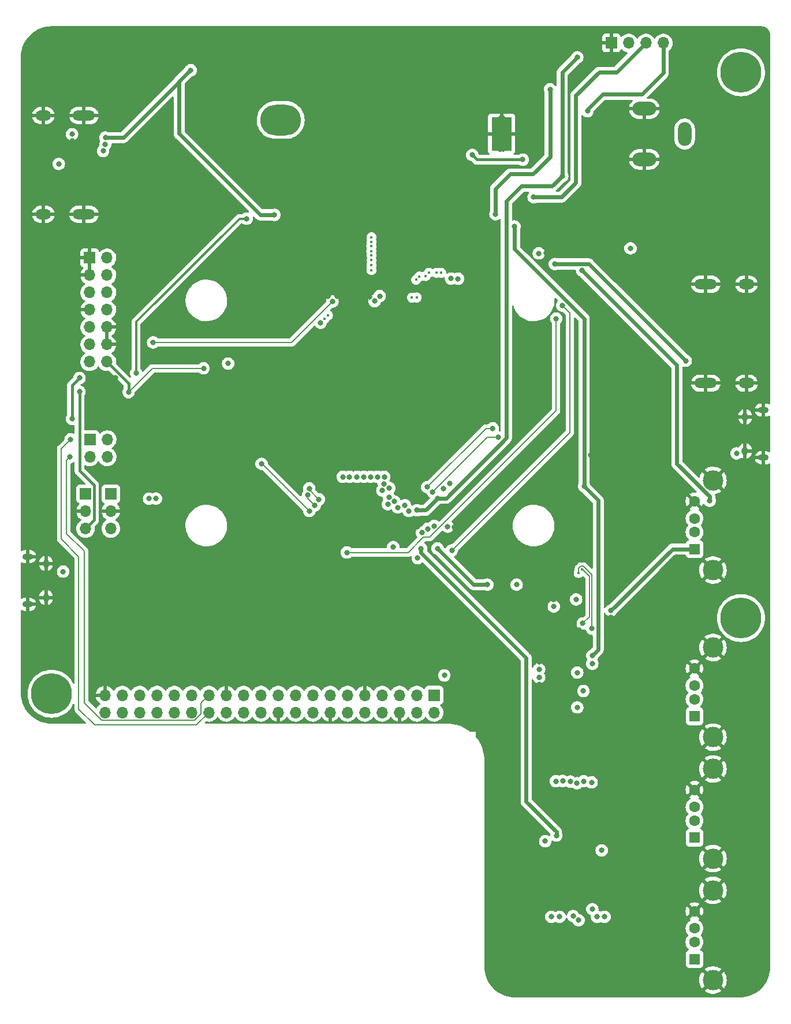
<source format=gbr>
%TF.GenerationSoftware,KiCad,Pcbnew,(6.0.0-0)*%
%TF.CreationDate,2022-04-14T20:44:02-04:00*%
%TF.ProjectId,SIL-CM4,53494c2d-434d-4342-9e6b-696361645f70,rev?*%
%TF.SameCoordinates,Original*%
%TF.FileFunction,Copper,L4,Bot*%
%TF.FilePolarity,Positive*%
%FSLAX46Y46*%
G04 Gerber Fmt 4.6, Leading zero omitted, Abs format (unit mm)*
G04 Created by KiCad (PCBNEW (6.0.0-0)) date 2022-04-14 20:44:02*
%MOMM*%
%LPD*%
G01*
G04 APERTURE LIST*
G04 Aperture macros list*
%AMRoundRect*
0 Rectangle with rounded corners*
0 $1 Rounding radius*
0 $2 $3 $4 $5 $6 $7 $8 $9 X,Y pos of 4 corners*
0 Add a 4 corners polygon primitive as box body*
4,1,4,$2,$3,$4,$5,$6,$7,$8,$9,$2,$3,0*
0 Add four circle primitives for the rounded corners*
1,1,$1+$1,$2,$3*
1,1,$1+$1,$4,$5*
1,1,$1+$1,$6,$7*
1,1,$1+$1,$8,$9*
0 Add four rect primitives between the rounded corners*
20,1,$1+$1,$2,$3,$4,$5,0*
20,1,$1+$1,$4,$5,$6,$7,0*
20,1,$1+$1,$6,$7,$8,$9,0*
20,1,$1+$1,$8,$9,$2,$3,0*%
G04 Aperture macros list end*
%TA.AperFunction,ComponentPad*%
%ADD10R,1.500000X1.600000*%
%TD*%
%TA.AperFunction,ComponentPad*%
%ADD11C,1.600000*%
%TD*%
%TA.AperFunction,ComponentPad*%
%ADD12C,3.000000*%
%TD*%
%TA.AperFunction,ComponentPad*%
%ADD13R,1.700000X1.700000*%
%TD*%
%TA.AperFunction,ComponentPad*%
%ADD14O,1.700000X1.700000*%
%TD*%
%TA.AperFunction,ComponentPad*%
%ADD15O,1.550000X0.890000*%
%TD*%
%TA.AperFunction,ComponentPad*%
%ADD16O,0.950000X1.250000*%
%TD*%
%TA.AperFunction,SMDPad,CuDef*%
%ADD17R,2.950000X4.900000*%
%TD*%
%TA.AperFunction,ComponentPad*%
%ADD18C,0.600000*%
%TD*%
%TA.AperFunction,ComponentPad*%
%ADD19C,6.000000*%
%TD*%
%TA.AperFunction,ComponentPad*%
%ADD20C,0.800000*%
%TD*%
%TA.AperFunction,ComponentPad*%
%ADD21O,3.300000X1.500000*%
%TD*%
%TA.AperFunction,ComponentPad*%
%ADD22O,2.300000X1.500000*%
%TD*%
%TA.AperFunction,ComponentPad*%
%ADD23O,6.000000X4.500000*%
%TD*%
%TA.AperFunction,ComponentPad*%
%ADD24RoundRect,1.000000X0.000000X-0.750000X0.000000X-0.750000X0.000000X0.750000X0.000000X0.750000X0*%
%TD*%
%TA.AperFunction,ComponentPad*%
%ADD25RoundRect,1.000000X-0.750000X0.000000X-0.750000X0.000000X0.750000X0.000000X0.750000X0.000000X0*%
%TD*%
%TA.AperFunction,ViaPad*%
%ADD26C,0.800000*%
%TD*%
%TA.AperFunction,ViaPad*%
%ADD27C,0.450000*%
%TD*%
%TA.AperFunction,Conductor*%
%ADD28C,0.600000*%
%TD*%
%TA.AperFunction,Conductor*%
%ADD29C,0.200000*%
%TD*%
%TA.AperFunction,Conductor*%
%ADD30C,0.450000*%
%TD*%
%TA.AperFunction,Conductor*%
%ADD31C,0.147000*%
%TD*%
%TA.AperFunction,Conductor*%
%ADD32C,0.150000*%
%TD*%
%TA.AperFunction,Conductor*%
%ADD33C,0.400000*%
%TD*%
%TA.AperFunction,Conductor*%
%ADD34C,0.300000*%
%TD*%
G04 APERTURE END LIST*
D10*
%TO.P,J13,1,VBUS*%
%TO.N,5v*%
X125490000Y-93100000D03*
D11*
%TO.P,J13,2,D-*%
%TO.N,/SIL-Motherboard/USB1-*%
X125490000Y-90600000D03*
%TO.P,J13,3,D+*%
%TO.N,/SIL-Motherboard/USB1+*%
X125490000Y-88600000D03*
%TO.P,J13,4,GND*%
%TO.N,GND*%
X125490000Y-86100000D03*
D12*
%TO.P,J13,5,Shield*%
X128200000Y-96170000D03*
X128200000Y-83030000D03*
%TD*%
D10*
%TO.P,J16,1,VBUS*%
%TO.N,5v*%
X125490000Y-135400000D03*
D11*
%TO.P,J16,2,D-*%
%TO.N,/SIL-Motherboard/USB3-*%
X125490000Y-132900000D03*
%TO.P,J16,3,D+*%
%TO.N,/SIL-Motherboard/USB3+*%
X125490000Y-130900000D03*
%TO.P,J16,4,GND*%
%TO.N,GND*%
X125490000Y-128400000D03*
D12*
%TO.P,J16,5,Shield*%
X128200000Y-125330000D03*
X128200000Y-138470000D03*
%TD*%
D13*
%TO.P,J4,1,Pin_1*%
%TO.N,/SIL-Motherboard/GLOBAL_EN*%
X36200000Y-85000000D03*
D14*
%TO.P,J4,2,Pin_2*%
%TO.N,GND*%
X36200000Y-87540000D03*
%TO.P,J4,3,Pin_3*%
%TO.N,/SIL-Motherboard/RUN_PG*%
X36200000Y-90080000D03*
%TD*%
D13*
%TO.P,J11,1,Pin_1*%
%TO.N,GND*%
X36800000Y-50400000D03*
D14*
%TO.P,J11,2,Pin_2*%
%TO.N,/SIL-Motherboard/nRPiBOOT*%
X39340000Y-50400000D03*
%TO.P,J11,3,Pin_3*%
%TO.N,GND*%
X36800000Y-52940000D03*
%TO.P,J11,4,Pin_4*%
%TO.N,/SIL-Motherboard/EEPROM_nWP*%
X39340000Y-52940000D03*
%TO.P,J11,5,Pin_5*%
%TO.N,/SIL-Motherboard/AIN0*%
X36800000Y-55480000D03*
%TO.P,J11,6,Pin_6*%
%TO.N,/SIL-Motherboard/AIN1*%
X39340000Y-55480000D03*
%TO.P,J11,7,Pin_7*%
%TO.N,GND*%
X36800000Y-58020000D03*
%TO.P,J11,8,Pin_8*%
%TO.N,/SIL-Motherboard/SYNC_IN*%
X39340000Y-58020000D03*
%TO.P,J11,9,Pin_9*%
%TO.N,/SIL-Motherboard/SYNC_OUT*%
X36800000Y-60560000D03*
%TO.P,J11,10,Pin_10*%
%TO.N,GND*%
X39340000Y-60560000D03*
%TO.P,J11,11,Pin_11*%
%TO.N,/SIL-Motherboard/TV_OUT*%
X36800000Y-63100000D03*
%TO.P,J11,12,Pin_12*%
%TO.N,GND*%
X39340000Y-63100000D03*
%TO.P,J11,13,Pin_13*%
%TO.N,Net-(J11-Pad13)*%
X36800000Y-65640000D03*
%TO.P,J11,14,Pin_14*%
%TO.N,/SIL-Motherboard/GLOBAL_EN*%
X39340000Y-65640000D03*
%TD*%
D15*
%TO.P,J9,6,Shield*%
%TO.N,GND*%
X27685000Y-94200000D03*
D16*
X30385000Y-95200000D03*
D15*
X27685000Y-101200000D03*
D16*
X30385000Y-100200000D03*
%TD*%
D10*
%TO.P,J15,1,VBUS*%
%TO.N,5v*%
X125490000Y-117600000D03*
D11*
%TO.P,J15,2,D-*%
%TO.N,/SIL-Motherboard/USB2-*%
X125490000Y-115100000D03*
%TO.P,J15,3,D+*%
%TO.N,/SIL-Motherboard/USB2+*%
X125490000Y-113100000D03*
%TO.P,J15,4,GND*%
%TO.N,GND*%
X125490000Y-110600000D03*
D12*
%TO.P,J15,5,Shield*%
X128200000Y-120670000D03*
X128200000Y-107530000D03*
%TD*%
D10*
%TO.P,J17,1,VBUS*%
%TO.N,5v*%
X125490000Y-153200000D03*
D11*
%TO.P,J17,2,D-*%
%TO.N,/SIL-Motherboard/USB4-*%
X125490000Y-150700000D03*
%TO.P,J17,3,D+*%
%TO.N,/SIL-Motherboard/USB4+*%
X125490000Y-148700000D03*
%TO.P,J17,4,GND*%
%TO.N,GND*%
X125490000Y-146200000D03*
D12*
%TO.P,J17,5,Shield*%
X128200000Y-156270000D03*
X128200000Y-143130000D03*
%TD*%
D13*
%TO.P,J1,1,Pin_1*%
%TO.N,GND*%
X113300000Y-18900000D03*
D14*
%TO.P,J1,2,Pin_2*%
%TO.N,/SIL-Motherboard/+3V3*%
X115840000Y-18900000D03*
%TO.P,J1,3,Pin_3*%
%TO.N,5v*%
X118380000Y-18900000D03*
%TO.P,J1,4,Pin_4*%
%TO.N,/SIL-Motherboard/+12v*%
X120920000Y-18900000D03*
%TD*%
D17*
%TO.P,U2,9,AGND*%
%TO.N,GND*%
X97200000Y-32210000D03*
D18*
X97850000Y-34160000D03*
X96550000Y-30260000D03*
X96550000Y-32860000D03*
X97850000Y-32860000D03*
X97850000Y-31560000D03*
X96550000Y-34160000D03*
X97850000Y-30260000D03*
X96550000Y-31560000D03*
%TD*%
D19*
%TO.P,H4,1*%
%TO.N,N/C*%
X132300000Y-103200000D03*
D20*
X133890990Y-101609010D03*
X132300000Y-105450000D03*
X134550000Y-103200000D03*
X133890990Y-104790990D03*
X130050000Y-103200000D03*
X130709010Y-104790990D03*
X130709010Y-101609010D03*
X132300000Y-100950000D03*
%TD*%
D21*
%TO.P,J7,SH1,SH*%
%TO.N,GND*%
X35956750Y-44025000D03*
%TO.P,J7,SH2,SH*%
X35956750Y-29525000D03*
D22*
%TO.P,J7,SH3,SH*%
X29996750Y-29525000D03*
%TO.P,J7,SH4,SH*%
X29996750Y-44025000D03*
%TD*%
D23*
%TO.P,H3,1*%
%TO.N,N/C*%
X64800000Y-30200000D03*
%TD*%
D13*
%TO.P,J6,1,Pin_1*%
%TO.N,/SIL-Motherboard/ID_SC*%
X36825000Y-77050000D03*
D14*
%TO.P,J6,2,Pin_2*%
%TO.N,unconnected-(J6-Pad2)*%
X39365000Y-77050000D03*
%TO.P,J6,3,Pin_3*%
%TO.N,/SIL-Motherboard/ID_SD*%
X36825000Y-79590000D03*
%TO.P,J6,4,Pin_4*%
%TO.N,unconnected-(J6-Pad4)*%
X39365000Y-79590000D03*
%TD*%
D13*
%TO.P,J3,1,Pin_1*%
%TO.N,/SIL-Motherboard/WiFi_Disable*%
X39900000Y-85000000D03*
D14*
%TO.P,J3,2,Pin_2*%
%TO.N,GND*%
X39900000Y-87540000D03*
%TO.P,J3,3,Pin_3*%
%TO.N,/SIL-Motherboard/BT_Disable*%
X39900000Y-90080000D03*
%TD*%
D20*
%TO.P,H2,1*%
%TO.N,N/C*%
X132300000Y-25450000D03*
X130709010Y-24790990D03*
X133890990Y-21609010D03*
X130050000Y-23200000D03*
D19*
X132300000Y-23200000D03*
D20*
X132300000Y-20950000D03*
X133890990Y-24790990D03*
X130709010Y-21609010D03*
X134550000Y-23200000D03*
%TD*%
D21*
%TO.P,J8,SH1,SH*%
%TO.N,GND*%
X127143250Y-54275000D03*
%TO.P,J8,SH2,SH*%
X127143250Y-68775000D03*
D22*
%TO.P,J8,SH3,SH*%
X133103250Y-68775000D03*
%TO.P,J8,SH4,SH*%
X133103250Y-54275000D03*
%TD*%
D24*
%TO.P,J2,1*%
%TO.N,/SIL-Motherboard/VCC_IN*%
X124037500Y-32250000D03*
D25*
%TO.P,J2,2*%
%TO.N,GND*%
X118137500Y-28550000D03*
%TO.P,J2,3*%
X118137500Y-35950000D03*
%TD*%
D15*
%TO.P,J5,6,Shield*%
%TO.N,GND*%
X135600000Y-79700000D03*
D16*
X132900000Y-78700000D03*
D15*
X135600000Y-72700000D03*
D16*
X132900000Y-73700000D03*
%TD*%
D13*
%TO.P,J10,1,Pin_1*%
%TO.N,/SIL-Motherboard/+3V3*%
X87300000Y-114500000D03*
D14*
%TO.P,J10,2,Pin_2*%
%TO.N,5v*%
X87300000Y-117040000D03*
%TO.P,J10,3,Pin_3*%
%TO.N,/SIL-Motherboard/GPIO2*%
X84760000Y-114500000D03*
%TO.P,J10,4,Pin_4*%
%TO.N,5v*%
X84760000Y-117040000D03*
%TO.P,J10,5,Pin_5*%
%TO.N,/SIL-Motherboard/GPIO3*%
X82220000Y-114500000D03*
%TO.P,J10,6,Pin_6*%
%TO.N,GND*%
X82220000Y-117040000D03*
%TO.P,J10,7,Pin_7*%
%TO.N,/SIL-Motherboard/GPIO4*%
X79680000Y-114500000D03*
%TO.P,J10,8,Pin_8*%
%TO.N,/SIL-Motherboard/GPIO14*%
X79680000Y-117040000D03*
%TO.P,J10,9,Pin_9*%
%TO.N,GND*%
X77140000Y-114500000D03*
%TO.P,J10,10,Pin_10*%
%TO.N,/SIL-Motherboard/GPIO15*%
X77140000Y-117040000D03*
%TO.P,J10,11,Pin_11*%
%TO.N,/SIL-Motherboard/GPIO17*%
X74600000Y-114500000D03*
%TO.P,J10,12,Pin_12*%
%TO.N,/SIL-Motherboard/GPIO18*%
X74600000Y-117040000D03*
%TO.P,J10,13,Pin_13*%
%TO.N,/SIL-Motherboard/GPIO27*%
X72060000Y-114500000D03*
%TO.P,J10,14,Pin_14*%
%TO.N,GND*%
X72060000Y-117040000D03*
%TO.P,J10,15,Pin_15*%
%TO.N,/SIL-Motherboard/GPIO22*%
X69520000Y-114500000D03*
%TO.P,J10,16,Pin_16*%
%TO.N,/SIL-Motherboard/GPIO23*%
X69520000Y-117040000D03*
%TO.P,J10,17,Pin_17*%
%TO.N,/SIL-Motherboard/+3V3*%
X66980000Y-114500000D03*
%TO.P,J10,18,Pin_18*%
%TO.N,/SIL-Motherboard/GPIO24*%
X66980000Y-117040000D03*
%TO.P,J10,19,Pin_19*%
%TO.N,/SIL-Motherboard/GPIO10*%
X64440000Y-114500000D03*
%TO.P,J10,20,Pin_20*%
%TO.N,GND*%
X64440000Y-117040000D03*
%TO.P,J10,21,Pin_21*%
%TO.N,/SIL-Motherboard/GPIO9*%
X61900000Y-114500000D03*
%TO.P,J10,22,Pin_22*%
%TO.N,/SIL-Motherboard/GPIO25*%
X61900000Y-117040000D03*
%TO.P,J10,23,Pin_23*%
%TO.N,/SIL-Motherboard/GPIO11*%
X59360000Y-114500000D03*
%TO.P,J10,24,Pin_24*%
%TO.N,/SIL-Motherboard/GPIO8*%
X59360000Y-117040000D03*
%TO.P,J10,25,Pin_25*%
%TO.N,GND*%
X56820000Y-114500000D03*
%TO.P,J10,26,Pin_26*%
%TO.N,/SIL-Motherboard/GPIO7*%
X56820000Y-117040000D03*
%TO.P,J10,27,Pin_27*%
%TO.N,/SIL-Motherboard/ID_SD*%
X54280000Y-114500000D03*
%TO.P,J10,28,Pin_28*%
%TO.N,/SIL-Motherboard/ID_SC*%
X54280000Y-117040000D03*
%TO.P,J10,29,Pin_29*%
%TO.N,/SIL-Motherboard/GPIO5*%
X51740000Y-114500000D03*
%TO.P,J10,30,Pin_30*%
%TO.N,GND*%
X51740000Y-117040000D03*
%TO.P,J10,31,Pin_31*%
%TO.N,/SIL-Motherboard/GPIO6*%
X49200000Y-114500000D03*
%TO.P,J10,32,Pin_32*%
%TO.N,/SIL-Motherboard/GPIO12*%
X49200000Y-117040000D03*
%TO.P,J10,33,Pin_33*%
%TO.N,/SIL-Motherboard/GPIO13*%
X46660000Y-114500000D03*
%TO.P,J10,34,Pin_34*%
%TO.N,GND*%
X46660000Y-117040000D03*
%TO.P,J10,35,Pin_35*%
%TO.N,/SIL-Motherboard/GPIO19*%
X44120000Y-114500000D03*
%TO.P,J10,36,Pin_36*%
%TO.N,/SIL-Motherboard/GPIO16*%
X44120000Y-117040000D03*
%TO.P,J10,37,Pin_37*%
%TO.N,/SIL-Motherboard/GPIO26*%
X41580000Y-114500000D03*
%TO.P,J10,38,Pin_38*%
%TO.N,/SIL-Motherboard/GPIO20*%
X41580000Y-117040000D03*
%TO.P,J10,39,Pin_39*%
%TO.N,GND*%
X39040000Y-114500000D03*
%TO.P,J10,40,Pin_40*%
%TO.N,/SIL-Motherboard/GPIO21*%
X39040000Y-117040000D03*
%TD*%
D20*
%TO.P,H1,1*%
%TO.N,N/C*%
X32790990Y-115890990D03*
X31200000Y-112050000D03*
X29609010Y-112709010D03*
X32790990Y-112709010D03*
X33450000Y-114300000D03*
X29609010Y-115890990D03*
X28950000Y-114300000D03*
X31200000Y-116550000D03*
D19*
X31200000Y-114300000D03*
%TD*%
D26*
%TO.N,GND*%
X64200000Y-22700000D03*
X57000000Y-18800000D03*
X67900000Y-18700000D03*
%TO.N,/SIL-Motherboard/+12v*%
X109800000Y-28900000D03*
%TO.N,GND*%
X130600000Y-57500000D03*
X83465136Y-89934398D03*
X130600000Y-65000000D03*
X34200000Y-37800000D03*
X130600000Y-60500000D03*
X71744427Y-56036361D03*
X106700000Y-151500000D03*
X74499500Y-90200000D03*
X83808000Y-58893000D03*
X102765332Y-109634668D03*
X87390000Y-58891000D03*
X34200000Y-40800000D03*
X34200000Y-33300000D03*
X121300000Y-28500000D03*
X101400000Y-33800000D03*
X112000000Y-134200000D03*
X73056977Y-56034347D03*
X108548000Y-104944000D03*
X81199500Y-90000000D03*
X88602000Y-58883000D03*
X84864137Y-89849051D03*
X113236000Y-103103112D03*
X115750000Y-80167500D03*
X89789000Y-58883000D03*
X90299362Y-89883208D03*
X74200000Y-56100000D03*
X40584668Y-68015332D03*
X116350000Y-73667500D03*
X78899500Y-90683371D03*
X131600000Y-74300000D03*
X104800000Y-100500000D03*
X110300000Y-79300000D03*
X102700000Y-112900000D03*
X112800000Y-118000000D03*
X81400000Y-56300000D03*
X76600000Y-56100000D03*
X103700000Y-49700000D03*
X121200000Y-36000000D03*
X117900000Y-143300000D03*
X75400000Y-56100000D03*
X72300000Y-38050000D03*
X86204000Y-58895000D03*
X71799500Y-90300000D03*
X34200000Y-36300000D03*
X130600000Y-59000000D03*
X130600000Y-62000000D03*
X113300000Y-21000000D03*
X84993000Y-58892000D03*
X77800000Y-56100000D03*
X34200000Y-39200000D03*
X76299500Y-90694348D03*
X102200000Y-141100000D03*
X109100000Y-136900000D03*
X114500000Y-105700000D03*
X105744622Y-121355378D03*
X65900000Y-38050000D03*
%TO.N,/SIL-Motherboard/SCL0*%
X95900000Y-75400000D03*
X86300000Y-84000000D03*
%TO.N,/SIL-Motherboard/SDA0*%
X96700000Y-76700000D03*
X87100000Y-84700000D03*
%TO.N,Net-(Module1-Pad21)*%
X74500000Y-93600000D03*
X116100000Y-49000000D03*
X105200000Y-59300000D03*
%TO.N,/SIL-Motherboard/SD_PWR_ON*%
X105224500Y-135080386D03*
X85400000Y-93000000D03*
%TO.N,/SIL-Motherboard/USBOTG_ID*%
X104858000Y-101514000D03*
X70655000Y-59919000D03*
%TO.N,/SIL-Motherboard/1V8*%
X110500000Y-109900000D03*
X108300000Y-116300000D03*
%TO.N,/SIL-Motherboard/SD_PWR*%
X108490924Y-147492336D03*
X111875500Y-137257407D03*
%TO.N,/SIL-Motherboard/HDMI_5v*%
X124200000Y-65500000D03*
X39100260Y-32773586D03*
X105000000Y-51300000D03*
X63900000Y-44100000D03*
X51600000Y-22900000D03*
%TO.N,Net-(J5-Pad1)*%
X108124000Y-100471000D03*
X131641000Y-79071000D03*
%TO.N,/SIL-Motherboard/5V*%
X95100000Y-98300000D03*
X87800000Y-93000000D03*
%TO.N,Net-(C11-Pad2)*%
X100300000Y-36010000D03*
X92900000Y-35310000D03*
D27*
%TO.N,/SIL-Motherboard/USB2_P*%
X109001549Y-96083451D03*
X71724549Y-58806451D03*
D26*
X109100000Y-104000000D03*
D27*
%TO.N,/SIL-Motherboard/USB2_N*%
X71227451Y-59303549D03*
X108504451Y-96580549D03*
D26*
X110465032Y-104755868D03*
%TO.N,/SIL-Motherboard/+3v3_CM4*%
X87832033Y-85642790D03*
X84800000Y-87400000D03*
X106100000Y-38400000D03*
X108300000Y-21000000D03*
%TO.N,/SIL-Motherboard/GPIO2*%
X83035984Y-86674839D03*
%TO.N,/SIL-Motherboard/GPIO3*%
X81977980Y-86988762D03*
%TO.N,/SIL-Motherboard/GPIO4*%
X81469488Y-86128272D03*
%TO.N,/SIL-Motherboard/GPIO14*%
X81305982Y-92794248D03*
%TO.N,/SIL-Motherboard/GPIO17*%
X80499500Y-86516795D03*
%TO.N,/SIL-Motherboard/GPIO27*%
X80681149Y-85513841D03*
%TO.N,/SIL-Motherboard/GPIO22*%
X80750142Y-84138602D03*
%TO.N,/SIL-Motherboard/GPIO10*%
X79713068Y-84503433D03*
%TO.N,/SIL-Motherboard/GPIO9*%
X79952386Y-83533004D03*
%TO.N,/SIL-Motherboard/GPIO11*%
X80000000Y-82500000D03*
%TO.N,/SIL-Motherboard/ID_SD*%
X79000000Y-82500000D03*
X33900000Y-79600000D03*
%TO.N,/SIL-Motherboard/ID_SC*%
X34000000Y-77000000D03*
%TO.N,/SIL-Motherboard/GPIO5*%
X78000000Y-82500000D03*
%TO.N,/SIL-Motherboard/GPIO6*%
X77000000Y-82500000D03*
%TO.N,/SIL-Motherboard/GPIO13*%
X76000000Y-82500000D03*
%TO.N,/SIL-Motherboard/GPIO19*%
X74900000Y-82500000D03*
%TO.N,/SIL-Motherboard/GPIO26*%
X73900000Y-82500000D03*
%TO.N,/SIL-Motherboard/nRPiBOOT*%
X87300000Y-89700000D03*
%TO.N,/SIL-Motherboard/EEPROM_nWP*%
X69000000Y-84200000D03*
X70400000Y-85800000D03*
%TO.N,/SIL-Motherboard/AIN0*%
X89600000Y-83500000D03*
%TO.N,/SIL-Motherboard/AIN1*%
X88700500Y-84226193D03*
%TO.N,/SIL-Motherboard/SYNC_IN*%
X69000000Y-87500000D03*
X62000000Y-80600000D03*
%TO.N,/SIL-Motherboard/SYNC_OUT*%
X68800000Y-85200000D03*
X69800000Y-86700000D03*
%TO.N,/SIL-Motherboard/TV_OUT*%
X72401859Y-56789215D03*
X46100000Y-62800000D03*
%TO.N,Net-(J11-Pad13)*%
X35300000Y-68000000D03*
X34200000Y-74000000D03*
%TO.N,/SIL-Motherboard/GLOBAL_EN*%
X42500000Y-70100000D03*
X57100000Y-65900000D03*
X53500000Y-66600000D03*
X89300000Y-89800000D03*
%TO.N,/SIL-Motherboard/WiFi_Disable*%
X85524814Y-90690178D03*
X46502743Y-85686500D03*
%TO.N,/SIL-Motherboard/BT_Disable*%
X45500000Y-85700000D03*
X86352627Y-90130061D03*
%TO.N,/SIL-Motherboard/RUN_PG*%
X35300000Y-70000000D03*
%TO.N,/SIL-Motherboard/SD_DAT1*%
X104500000Y-147000000D03*
X108247410Y-127424635D03*
%TO.N,/SIL-Motherboard/SD_DAT0*%
X105700000Y-147000000D03*
X107280499Y-127171479D03*
%TO.N,/SIL-Motherboard/SD_CLK*%
X107693180Y-146890165D03*
X105166953Y-127119706D03*
%TO.N,/SIL-Motherboard/SD_CMD*%
X110400000Y-127300000D03*
X83600000Y-87500000D03*
X84899500Y-94427855D03*
X110500049Y-145875451D03*
%TO.N,/SIL-Motherboard/SD_DAT3*%
X111200000Y-147000000D03*
X106165718Y-127081296D03*
%TO.N,/SIL-Motherboard/SD_DAT2*%
X109228585Y-127117829D03*
X112300000Y-147000000D03*
%TO.N,/SIL-Motherboard/nPWR_LED*%
X106100000Y-57400000D03*
X89900000Y-93300000D03*
X102650461Y-49745912D03*
%TO.N,/SIL-Motherboard/HDMI0_CEC*%
X78570000Y-56751000D03*
X32272000Y-36630000D03*
%TO.N,/SIL-Motherboard/HDMI0_HOTPLUG*%
X79325500Y-56001417D03*
X34210000Y-32271000D03*
D27*
%TO.N,/SIL-Motherboard/HDMI0_D2_P*%
X78110000Y-52188500D03*
X84048500Y-56216000D03*
%TO.N,/SIL-Motherboard/HDMI0_D2_N*%
X84751500Y-56216000D03*
X78110000Y-51485500D03*
%TO.N,/SIL-Motherboard/HDMI0_D1_P*%
X78121000Y-50734500D03*
X84650451Y-53615549D03*
%TO.N,/SIL-Motherboard/HDMI0_D1_N*%
X78121000Y-50031500D03*
X85147549Y-53118451D03*
%TO.N,/SIL-Motherboard/HDMI0_D0_P*%
X86033451Y-53076549D03*
X78101000Y-49404500D03*
%TO.N,/SIL-Motherboard/HDMI0_D0_N*%
X86530549Y-52579451D03*
X78101000Y-48701500D03*
%TO.N,/SIL-Motherboard/HDMI0_CK_P*%
X78122000Y-48073500D03*
X87648500Y-52593000D03*
%TO.N,/SIL-Motherboard/HDMI0_CK_N*%
X78122000Y-47370500D03*
X88351500Y-52593000D03*
D26*
%TO.N,/SIL-Motherboard/HDMI0_SDA*%
X90825000Y-53462000D03*
X39087000Y-33773000D03*
%TO.N,/SIL-Motherboard/HDMI0_SCL*%
X38761000Y-34736000D03*
X89787000Y-53451000D03*
%TO.N,5v*%
X108300000Y-111200000D03*
X127700000Y-86000000D03*
X101900000Y-41500000D03*
X32900000Y-96400000D03*
X99400000Y-98300000D03*
X43600000Y-67300000D03*
X109000000Y-52248000D03*
X59804342Y-44650500D03*
X88800000Y-111600000D03*
X102700000Y-110700000D03*
X113236000Y-102103609D03*
%TO.N,/SIL-Motherboard/+3V3*%
X102700000Y-111900000D03*
X109300000Y-83900000D03*
X110500000Y-108700000D03*
X104300000Y-25700000D03*
X103600000Y-135900000D03*
X109200000Y-113900000D03*
X99100000Y-45800000D03*
X96300000Y-44000000D03*
%TD*%
D28*
%TO.N,/SIL-Motherboard/+12v*%
X109800000Y-28600000D02*
X109800000Y-28900000D01*
X120920000Y-23280000D02*
X117800000Y-26400000D01*
X112000000Y-26400000D02*
X109800000Y-28600000D01*
X117800000Y-26400000D02*
X112000000Y-26400000D01*
X120920000Y-18900000D02*
X120920000Y-23280000D01*
D29*
%TO.N,/SIL-Motherboard/SCL0*%
X94900000Y-75400000D02*
X86300000Y-84000000D01*
X95900000Y-75400000D02*
X94900000Y-75400000D01*
%TO.N,/SIL-Motherboard/SDA0*%
X95100000Y-76700000D02*
X96700000Y-76700000D01*
X87100000Y-84700000D02*
X95100000Y-76700000D01*
%TO.N,Net-(Module1-Pad21)*%
X74500000Y-93600000D02*
X83489245Y-93600000D01*
X86628260Y-91360985D02*
X105200000Y-72789245D01*
X105200000Y-72789245D02*
X105200000Y-59300000D01*
X83489245Y-93600000D02*
X85728260Y-91360985D01*
X85728260Y-91360985D02*
X86628260Y-91360985D01*
D28*
%TO.N,/SIL-Motherboard/SD_PWR_ON*%
X85400000Y-93000000D02*
X85400000Y-93656267D01*
X105224500Y-134524500D02*
X105224500Y-135080386D01*
X100800000Y-109056267D02*
X100800000Y-130100000D01*
X100800000Y-130100000D02*
X105224500Y-134524500D01*
X85400000Y-93656267D02*
X100800000Y-109056267D01*
%TO.N,/SIL-Motherboard/HDMI_5v*%
X110000000Y-51300000D02*
X105000000Y-51300000D01*
X49900000Y-24522333D02*
X49900000Y-24600000D01*
X49900000Y-24600000D02*
X41726414Y-32773586D01*
X51600000Y-22900000D02*
X51522333Y-22900000D01*
X41726414Y-32773586D02*
X39100260Y-32773586D01*
X63900000Y-44100000D02*
X61800000Y-44100000D01*
X51522333Y-22900000D02*
X49900000Y-24522333D01*
X49900000Y-32200000D02*
X49900000Y-24600000D01*
X124200000Y-65500000D02*
X110100000Y-51400000D01*
X110100000Y-51400000D02*
X110000000Y-51300000D01*
X61800000Y-44100000D02*
X49900000Y-32200000D01*
%TO.N,/SIL-Motherboard/5V*%
X95100000Y-98300000D02*
X93100000Y-98300000D01*
X93100000Y-98300000D02*
X87800000Y-93000000D01*
D30*
%TO.N,Net-(C11-Pad2)*%
X100300000Y-36010000D02*
X93600000Y-36010000D01*
X93600000Y-36010000D02*
X92900000Y-35310000D01*
D31*
%TO.N,/SIL-Motherboard/USB2_P*%
X109034607Y-96083451D02*
X110065032Y-97113876D01*
X110065032Y-97113876D02*
X110065032Y-100141500D01*
D32*
X110065032Y-100141500D02*
X110065032Y-100444500D01*
D31*
X109100000Y-104000000D02*
X110065032Y-103034968D01*
X110065032Y-103034968D02*
X110065032Y-100444500D01*
X109001549Y-96083451D02*
X109034607Y-96083451D01*
%TO.N,/SIL-Motherboard/USB2_N*%
X109198000Y-95614000D02*
X110465032Y-96881032D01*
D32*
X110465032Y-100141500D02*
X110465032Y-100444500D01*
D31*
X108504451Y-96580549D02*
X108504451Y-95915549D01*
X110465032Y-104755868D02*
X110465032Y-100444500D01*
X110465032Y-96881032D02*
X110465032Y-100141500D01*
X108806000Y-95614000D02*
X109198000Y-95614000D01*
X108504451Y-95915549D02*
X108806000Y-95614000D01*
D28*
%TO.N,/SIL-Motherboard/+3v3_CM4*%
X106100000Y-23200000D02*
X106100000Y-38400000D01*
X84800000Y-87400000D02*
X86074823Y-87400000D01*
X106100000Y-38400000D02*
X104600000Y-39900000D01*
X97900000Y-76800000D02*
X89057210Y-85642790D01*
X108300000Y-21000000D02*
X106100000Y-23200000D01*
X97900000Y-44000000D02*
X97900000Y-76800000D01*
X104600000Y-39900000D02*
X100100000Y-39900000D01*
X97900000Y-44000000D02*
X97900000Y-42100000D01*
X89057210Y-85642790D02*
X87832033Y-85642790D01*
X86074823Y-87400000D02*
X87832033Y-85642790D01*
X97900000Y-42100000D02*
X100100000Y-39900000D01*
D29*
%TO.N,/SIL-Motherboard/ID_SD*%
X53130489Y-117275166D02*
X52216144Y-118189511D01*
X52216144Y-118189511D02*
X38563856Y-118189511D01*
X54280000Y-114500000D02*
X53130489Y-115649511D01*
X36000000Y-93400000D02*
X33400000Y-90800000D01*
X38563856Y-118189511D02*
X36000000Y-115625655D01*
X33400000Y-90800000D02*
X33400000Y-80100000D01*
X36000000Y-115625655D02*
X36000000Y-93400000D01*
X53130489Y-115649511D02*
X53130489Y-117275166D01*
X33400000Y-80100000D02*
X33900000Y-79600000D01*
%TO.N,/SIL-Motherboard/ID_SC*%
X37500000Y-118900000D02*
X35200000Y-116600000D01*
X35200000Y-116600000D02*
X35200000Y-94600000D01*
X32600000Y-91600000D02*
X32600000Y-78400000D01*
X32600000Y-78400000D02*
X34000000Y-77000000D01*
X52420000Y-118900000D02*
X37500000Y-118900000D01*
X35200000Y-94200000D02*
X32600000Y-91600000D01*
X54280000Y-117040000D02*
X52420000Y-118900000D01*
X35200000Y-94600000D02*
X35200000Y-94200000D01*
%TO.N,/SIL-Motherboard/EEPROM_nWP*%
X70400000Y-85800000D02*
X69000000Y-84400000D01*
X69000000Y-84400000D02*
X69000000Y-84200000D01*
%TO.N,/SIL-Motherboard/SYNC_IN*%
X69000000Y-87500000D02*
X62100000Y-80600000D01*
X62100000Y-80600000D02*
X62000000Y-80600000D01*
%TO.N,/SIL-Motherboard/SYNC_OUT*%
X68800000Y-85700000D02*
X69800000Y-86700000D01*
X68800000Y-85200000D02*
X68800000Y-85700000D01*
%TO.N,/SIL-Motherboard/TV_OUT*%
X66391074Y-62800000D02*
X46100000Y-62800000D01*
X72401859Y-56789215D02*
X66391074Y-62800000D01*
D33*
%TO.N,Net-(J11-Pad13)*%
X34200000Y-69100000D02*
X35300000Y-68000000D01*
X34200000Y-74000000D02*
X34200000Y-69100000D01*
D29*
%TO.N,/SIL-Motherboard/GLOBAL_EN*%
X53500000Y-66600000D02*
X46000000Y-66600000D01*
D33*
X42500000Y-68800000D02*
X39340000Y-65640000D01*
D29*
X46000000Y-66600000D02*
X42500000Y-70100000D01*
D33*
X42500000Y-70100000D02*
X42500000Y-68800000D01*
%TO.N,/SIL-Motherboard/RUN_PG*%
X35300000Y-81600978D02*
X37449511Y-83750489D01*
X37449511Y-88830489D02*
X36200000Y-90080000D01*
X37449511Y-83750489D02*
X37449511Y-88830489D01*
X35300000Y-70000000D02*
X35300000Y-81600978D01*
D29*
%TO.N,/SIL-Motherboard/nPWR_LED*%
X89900000Y-93300000D02*
X107200000Y-76000000D01*
X107200000Y-58500000D02*
X106100000Y-57400000D01*
X107200000Y-76000000D02*
X107200000Y-58500000D01*
D28*
%TO.N,5v*%
X125490000Y-93100000D02*
X122239609Y-93100000D01*
D34*
X58749500Y-44650500D02*
X59804342Y-44650500D01*
D28*
X108100000Y-39400000D02*
X106000000Y-41500000D01*
D34*
X43600000Y-59800000D02*
X58749500Y-44650500D01*
D28*
X106000000Y-41500000D02*
X101900000Y-41500000D01*
X111500000Y-23200000D02*
X108100000Y-26600000D01*
X118380000Y-18900000D02*
X114080000Y-23200000D01*
X122900000Y-80557737D02*
X122900000Y-66148000D01*
X122239609Y-93100000D02*
X113236000Y-102103609D01*
D34*
X43600000Y-67300000D02*
X43600000Y-59800000D01*
D28*
X114080000Y-23200000D02*
X111500000Y-23200000D01*
X122900000Y-66148000D02*
X109000000Y-52248000D01*
X127700000Y-86000000D02*
X127700000Y-85357737D01*
X108100000Y-26600000D02*
X108100000Y-39400000D01*
X127700000Y-85357737D02*
X122900000Y-80557737D01*
%TO.N,/SIL-Motherboard/+3V3*%
X98500000Y-38100000D02*
X96300000Y-40300000D01*
X111364533Y-107835467D02*
X110500000Y-108700000D01*
X108300000Y-58313061D02*
X109300000Y-59313061D01*
X102000000Y-37900000D02*
X101800000Y-38100000D01*
X109300000Y-59313061D02*
X109300000Y-83900000D01*
X104300000Y-35600000D02*
X102000000Y-37900000D01*
X99100000Y-49113061D02*
X108300000Y-58313061D01*
X111364533Y-85964533D02*
X111364533Y-107835467D01*
X109300000Y-83900000D02*
X111364533Y-85964533D01*
X99100000Y-45800000D02*
X99100000Y-49113061D01*
X96300000Y-40300000D02*
X96300000Y-44000000D01*
X101800000Y-38100000D02*
X98500000Y-38100000D01*
X104300000Y-25700000D02*
X104300000Y-35600000D01*
%TD*%
%TA.AperFunction,Conductor*%
%TO.N,GND*%
G36*
X135280057Y-16449500D02*
G01*
X135294858Y-16451805D01*
X135294861Y-16451805D01*
X135303730Y-16453186D01*
X135312631Y-16452022D01*
X135312638Y-16452022D01*
X135317766Y-16451351D01*
X135343989Y-16450675D01*
X135502228Y-16463129D01*
X135521755Y-16466222D01*
X135699614Y-16508922D01*
X135718408Y-16515028D01*
X135887398Y-16585027D01*
X135905003Y-16593997D01*
X136021618Y-16665458D01*
X136060967Y-16689571D01*
X136076955Y-16701187D01*
X136216042Y-16819978D01*
X136230020Y-16833956D01*
X136348813Y-16973045D01*
X136360427Y-16989031D01*
X136456003Y-17144997D01*
X136464973Y-17162602D01*
X136534970Y-17331587D01*
X136541080Y-17350391D01*
X136583778Y-17528244D01*
X136586871Y-17547772D01*
X136598774Y-17699012D01*
X136598133Y-17715881D01*
X136598305Y-17715883D01*
X136598196Y-17724856D01*
X136596814Y-17733730D01*
X136600931Y-17765207D01*
X136601994Y-17781555D01*
X136593502Y-71751475D01*
X136593501Y-71759450D01*
X136573488Y-71827567D01*
X136519825Y-71874052D01*
X136449550Y-71884145D01*
X136406028Y-71869417D01*
X136391467Y-71861279D01*
X136225505Y-71789460D01*
X136213393Y-71785618D01*
X136034866Y-71748323D01*
X136025334Y-71747085D01*
X136022111Y-71747000D01*
X135872115Y-71747000D01*
X135856876Y-71751475D01*
X135855671Y-71752865D01*
X135854000Y-71760548D01*
X135854000Y-73634885D01*
X135858475Y-73650124D01*
X135859865Y-73651329D01*
X135867548Y-73653000D01*
X135975192Y-73653000D01*
X135981567Y-73652677D01*
X136116267Y-73638995D01*
X136128707Y-73636441D01*
X136301264Y-73582365D01*
X136312952Y-73577356D01*
X136406120Y-73525712D01*
X136475397Y-73510181D01*
X136542073Y-73534569D01*
X136584980Y-73591133D01*
X136593206Y-73635932D01*
X136592401Y-78754457D01*
X136592400Y-78758834D01*
X136572387Y-78826951D01*
X136518724Y-78873436D01*
X136448449Y-78883529D01*
X136404930Y-78868802D01*
X136391474Y-78861282D01*
X136225505Y-78789460D01*
X136213393Y-78785618D01*
X136034866Y-78748323D01*
X136025334Y-78747085D01*
X136022111Y-78747000D01*
X135872115Y-78747000D01*
X135856876Y-78751475D01*
X135855671Y-78752865D01*
X135854000Y-78760548D01*
X135854000Y-80634885D01*
X135858475Y-80650124D01*
X135859865Y-80651329D01*
X135867548Y-80653000D01*
X135975192Y-80653000D01*
X135981567Y-80652677D01*
X136116267Y-80638995D01*
X136128707Y-80636441D01*
X136301264Y-80582365D01*
X136312952Y-80577356D01*
X136405018Y-80526323D01*
X136474295Y-80510792D01*
X136540971Y-80535180D01*
X136583878Y-80591744D01*
X136592104Y-80636545D01*
X136592006Y-81260367D01*
X136592005Y-81260392D01*
X136592000Y-81260424D01*
X136592000Y-81298262D01*
X136591994Y-81336398D01*
X136591999Y-81336432D01*
X136592000Y-81336463D01*
X136592000Y-154300672D01*
X136590500Y-154320056D01*
X136586814Y-154343730D01*
X136589485Y-154364158D01*
X136590429Y-154385983D01*
X136579899Y-154627160D01*
X136575147Y-154736007D01*
X136574189Y-154746958D01*
X136524473Y-155124579D01*
X136522564Y-155135403D01*
X136440130Y-155507243D01*
X136437285Y-155517861D01*
X136322755Y-155881103D01*
X136318999Y-155891425D01*
X136273561Y-156001123D01*
X136173238Y-156243325D01*
X136168601Y-156253269D01*
X135992722Y-156591128D01*
X135987232Y-156600637D01*
X135782590Y-156921860D01*
X135776286Y-156930864D01*
X135544417Y-157233043D01*
X135537353Y-157241460D01*
X135305400Y-157494594D01*
X135280041Y-157522268D01*
X135272268Y-157530041D01*
X134991463Y-157787351D01*
X134983046Y-157794414D01*
X134915427Y-157846300D01*
X134680864Y-158026286D01*
X134671860Y-158032590D01*
X134350637Y-158237232D01*
X134341128Y-158242722D01*
X134003269Y-158418601D01*
X133993334Y-158423234D01*
X133641425Y-158568999D01*
X133631110Y-158572752D01*
X133267861Y-158687285D01*
X133257243Y-158690130D01*
X132885403Y-158772564D01*
X132874579Y-158774473D01*
X132496958Y-158824189D01*
X132486007Y-158825147D01*
X132143417Y-158840104D01*
X132118539Y-158838724D01*
X132118160Y-158838665D01*
X132106270Y-158836814D01*
X132074749Y-158840936D01*
X132058411Y-158842000D01*
X99239329Y-158842000D01*
X99219944Y-158840500D01*
X99205143Y-158838195D01*
X99205140Y-158838195D01*
X99196271Y-158836814D01*
X99175843Y-158839485D01*
X99154018Y-158840429D01*
X98803994Y-158825147D01*
X98793043Y-158824189D01*
X98415422Y-158774473D01*
X98404598Y-158772564D01*
X98032758Y-158690130D01*
X98022140Y-158687285D01*
X97658891Y-158572752D01*
X97648576Y-158568999D01*
X97296667Y-158423234D01*
X97286732Y-158418601D01*
X96948873Y-158242722D01*
X96939364Y-158237232D01*
X96618141Y-158032590D01*
X96609137Y-158026286D01*
X96391977Y-157859654D01*
X126975618Y-157859654D01*
X126982673Y-157869627D01*
X127013679Y-157895551D01*
X127020598Y-157900579D01*
X127245272Y-158041515D01*
X127252807Y-158045556D01*
X127494520Y-158154694D01*
X127502551Y-158157680D01*
X127756832Y-158233002D01*
X127765184Y-158234869D01*
X128027340Y-158274984D01*
X128035874Y-158275700D01*
X128301045Y-158279867D01*
X128309596Y-158279418D01*
X128572883Y-158247557D01*
X128581284Y-158245955D01*
X128837824Y-158178653D01*
X128845926Y-158175926D01*
X129090949Y-158074434D01*
X129098617Y-158070628D01*
X129327598Y-157936822D01*
X129334679Y-157932009D01*
X129414655Y-157869301D01*
X129423125Y-157857442D01*
X129416608Y-157845818D01*
X128212812Y-156642022D01*
X128198868Y-156634408D01*
X128197035Y-156634539D01*
X128190420Y-156638790D01*
X126982910Y-157846300D01*
X126975618Y-157859654D01*
X96391977Y-157859654D01*
X96374574Y-157846300D01*
X96306955Y-157794414D01*
X96298538Y-157787351D01*
X96017733Y-157530041D01*
X96009960Y-157522268D01*
X95984602Y-157494594D01*
X95752648Y-157241460D01*
X95745584Y-157233043D01*
X95513715Y-156930864D01*
X95507411Y-156921860D01*
X95302769Y-156600637D01*
X95297279Y-156591128D01*
X95121400Y-156253269D01*
X95121370Y-156253204D01*
X126187665Y-156253204D01*
X126202932Y-156517969D01*
X126204005Y-156526470D01*
X126255065Y-156786722D01*
X126257276Y-156794974D01*
X126343184Y-157045894D01*
X126346499Y-157053779D01*
X126465664Y-157290713D01*
X126470020Y-157298079D01*
X126599347Y-157486250D01*
X126609601Y-157494594D01*
X126623342Y-157487448D01*
X127827978Y-156282812D01*
X127834356Y-156271132D01*
X128564408Y-156271132D01*
X128564539Y-156272965D01*
X128568790Y-156279580D01*
X129775730Y-157486520D01*
X129787939Y-157493187D01*
X129799439Y-157484497D01*
X129896831Y-157351913D01*
X129901418Y-157344685D01*
X130027962Y-157111621D01*
X130031530Y-157103827D01*
X130125271Y-156855750D01*
X130127748Y-156847544D01*
X130186954Y-156589038D01*
X130188294Y-156580577D01*
X130212031Y-156314616D01*
X130212277Y-156309677D01*
X130212666Y-156272485D01*
X130212523Y-156267519D01*
X130194362Y-156001123D01*
X130193201Y-155992649D01*
X130139419Y-155732944D01*
X130137120Y-155724709D01*
X130048588Y-155474705D01*
X130045191Y-155466854D01*
X129923550Y-155231178D01*
X129919122Y-155223866D01*
X129800031Y-155054417D01*
X129789509Y-155046037D01*
X129776121Y-155053089D01*
X128572022Y-156257188D01*
X128564408Y-156271132D01*
X127834356Y-156271132D01*
X127835592Y-156268868D01*
X127835461Y-156267035D01*
X127831210Y-156260420D01*
X126623814Y-155053024D01*
X126611804Y-155046466D01*
X126600064Y-155055434D01*
X126491935Y-155205911D01*
X126487418Y-155213196D01*
X126363325Y-155447567D01*
X126359839Y-155455395D01*
X126268700Y-155704446D01*
X126266311Y-155712670D01*
X126209812Y-155971795D01*
X126208563Y-155980250D01*
X126187754Y-156244653D01*
X126187665Y-156253204D01*
X95121370Y-156253204D01*
X95116763Y-156243325D01*
X95016441Y-156001123D01*
X94971002Y-155891425D01*
X94967246Y-155881103D01*
X94852716Y-155517861D01*
X94849871Y-155507243D01*
X94767437Y-155135403D01*
X94765528Y-155124579D01*
X94715812Y-154746957D01*
X94714854Y-154736006D01*
X94712518Y-154682500D01*
X126976584Y-154682500D01*
X126982980Y-154693770D01*
X128187188Y-155897978D01*
X128201132Y-155905592D01*
X128202965Y-155905461D01*
X128209580Y-155901210D01*
X129416604Y-154694186D01*
X129423795Y-154681017D01*
X129416473Y-154670780D01*
X129369233Y-154632115D01*
X129362261Y-154627160D01*
X129136122Y-154488582D01*
X129128552Y-154484624D01*
X128885704Y-154378022D01*
X128877644Y-154375120D01*
X128622592Y-154302467D01*
X128614214Y-154300685D01*
X128351656Y-154263318D01*
X128343111Y-154262691D01*
X128077908Y-154261302D01*
X128069374Y-154261839D01*
X127806433Y-154296456D01*
X127798035Y-154298149D01*
X127542238Y-154368127D01*
X127534143Y-154370946D01*
X127290199Y-154474997D01*
X127282577Y-154478881D01*
X127055013Y-154615075D01*
X127047981Y-154619962D01*
X126985053Y-154670377D01*
X126976584Y-154682500D01*
X94712518Y-154682500D01*
X94700060Y-154397173D01*
X94701687Y-154370769D01*
X94702264Y-154367342D01*
X94702264Y-154367340D01*
X94703072Y-154362539D01*
X94703225Y-154350000D01*
X94699289Y-154322517D01*
X94698016Y-154304612D01*
X94699212Y-150700000D01*
X124176502Y-150700000D01*
X124196457Y-150928087D01*
X124255716Y-151149243D01*
X124258039Y-151154224D01*
X124258039Y-151154225D01*
X124350151Y-151351762D01*
X124350154Y-151351767D01*
X124352477Y-151356749D01*
X124483802Y-151544300D01*
X124642642Y-151703140D01*
X124676668Y-151765452D01*
X124671603Y-151836267D01*
X124629056Y-151893103D01*
X124597777Y-151910216D01*
X124551362Y-151927617D01*
X124501705Y-151946232D01*
X124501704Y-151946233D01*
X124493295Y-151949385D01*
X124376739Y-152036739D01*
X124289385Y-152153295D01*
X124238255Y-152289684D01*
X124231500Y-152351866D01*
X124231500Y-154048134D01*
X124238255Y-154110316D01*
X124289385Y-154246705D01*
X124376739Y-154363261D01*
X124493295Y-154450615D01*
X124629684Y-154501745D01*
X124691866Y-154508500D01*
X126288134Y-154508500D01*
X126350316Y-154501745D01*
X126486705Y-154450615D01*
X126603261Y-154363261D01*
X126690615Y-154246705D01*
X126741745Y-154110316D01*
X126748500Y-154048134D01*
X126748500Y-152351866D01*
X126741745Y-152289684D01*
X126690615Y-152153295D01*
X126603261Y-152036739D01*
X126486705Y-151949385D01*
X126478296Y-151946233D01*
X126478295Y-151946232D01*
X126428638Y-151927617D01*
X126382223Y-151910217D01*
X126325459Y-151867576D01*
X126300759Y-151801015D01*
X126315966Y-151731666D01*
X126337358Y-151703140D01*
X126496198Y-151544300D01*
X126627523Y-151356749D01*
X126629846Y-151351767D01*
X126629849Y-151351762D01*
X126721961Y-151154225D01*
X126721961Y-151154224D01*
X126724284Y-151149243D01*
X126783543Y-150928087D01*
X126803498Y-150700000D01*
X126783543Y-150471913D01*
X126724284Y-150250757D01*
X126721961Y-150245775D01*
X126629849Y-150048238D01*
X126629846Y-150048233D01*
X126627523Y-150043251D01*
X126496198Y-149855700D01*
X126429593Y-149789095D01*
X126395567Y-149726783D01*
X126400632Y-149655968D01*
X126429593Y-149610905D01*
X126496198Y-149544300D01*
X126627523Y-149356749D01*
X126629846Y-149351767D01*
X126629849Y-149351762D01*
X126721961Y-149154225D01*
X126721961Y-149154224D01*
X126724284Y-149149243D01*
X126783543Y-148928087D01*
X126803498Y-148700000D01*
X126783543Y-148471913D01*
X126724284Y-148250757D01*
X126684897Y-148166291D01*
X126629849Y-148048238D01*
X126629846Y-148048233D01*
X126627523Y-148043251D01*
X126533169Y-147908500D01*
X126499357Y-147860211D01*
X126499355Y-147860208D01*
X126496198Y-147855700D01*
X126334300Y-147693802D01*
X126329792Y-147690645D01*
X126329789Y-147690643D01*
X126226124Y-147618056D01*
X126146749Y-147562477D01*
X126141765Y-147560153D01*
X126139472Y-147558829D01*
X126090479Y-147507447D01*
X126077043Y-147437733D01*
X126103429Y-147371822D01*
X126139472Y-147340591D01*
X126151002Y-147333934D01*
X126203048Y-147297491D01*
X126211424Y-147287012D01*
X126204356Y-147273566D01*
X125502812Y-146572022D01*
X125488868Y-146564408D01*
X125487035Y-146564539D01*
X125480420Y-146568790D01*
X124774923Y-147274287D01*
X124768493Y-147286062D01*
X124777789Y-147298077D01*
X124828998Y-147333934D01*
X124840528Y-147340591D01*
X124889521Y-147391973D01*
X124902958Y-147461687D01*
X124876571Y-147527598D01*
X124840528Y-147558829D01*
X124838235Y-147560153D01*
X124833251Y-147562477D01*
X124753876Y-147618056D01*
X124650211Y-147690643D01*
X124650208Y-147690645D01*
X124645700Y-147693802D01*
X124483802Y-147855700D01*
X124480645Y-147860208D01*
X124480643Y-147860211D01*
X124446831Y-147908500D01*
X124352477Y-148043251D01*
X124350154Y-148048233D01*
X124350151Y-148048238D01*
X124295103Y-148166291D01*
X124255716Y-148250757D01*
X124196457Y-148471913D01*
X124176502Y-148700000D01*
X124196457Y-148928087D01*
X124255716Y-149149243D01*
X124258039Y-149154224D01*
X124258039Y-149154225D01*
X124350151Y-149351762D01*
X124350154Y-149351767D01*
X124352477Y-149356749D01*
X124483802Y-149544300D01*
X124550407Y-149610905D01*
X124584433Y-149673217D01*
X124579368Y-149744032D01*
X124550407Y-149789095D01*
X124483802Y-149855700D01*
X124352477Y-150043251D01*
X124350154Y-150048233D01*
X124350151Y-150048238D01*
X124258039Y-150245775D01*
X124255716Y-150250757D01*
X124196457Y-150471913D01*
X124176502Y-150700000D01*
X94699212Y-150700000D01*
X94700439Y-147000000D01*
X103586496Y-147000000D01*
X103606458Y-147189928D01*
X103665473Y-147371556D01*
X103760960Y-147536944D01*
X103888747Y-147678866D01*
X103941223Y-147716992D01*
X103995290Y-147756274D01*
X104043248Y-147791118D01*
X104049276Y-147793802D01*
X104049278Y-147793803D01*
X104179549Y-147851803D01*
X104217712Y-147868794D01*
X104311112Y-147888647D01*
X104398056Y-147907128D01*
X104398061Y-147907128D01*
X104404513Y-147908500D01*
X104595487Y-147908500D01*
X104601939Y-147907128D01*
X104601944Y-147907128D01*
X104688888Y-147888647D01*
X104782288Y-147868794D01*
X104820451Y-147851803D01*
X104950722Y-147793803D01*
X104950724Y-147793802D01*
X104956752Y-147791118D01*
X104975940Y-147777177D01*
X105025939Y-147740851D01*
X105092807Y-147716992D01*
X105161959Y-147733073D01*
X105174061Y-147740851D01*
X105224060Y-147777177D01*
X105243248Y-147791118D01*
X105249276Y-147793802D01*
X105249278Y-147793803D01*
X105379549Y-147851803D01*
X105417712Y-147868794D01*
X105511112Y-147888647D01*
X105598056Y-147907128D01*
X105598061Y-147907128D01*
X105604513Y-147908500D01*
X105795487Y-147908500D01*
X105801939Y-147907128D01*
X105801944Y-147907128D01*
X105888888Y-147888647D01*
X105982288Y-147868794D01*
X106020451Y-147851803D01*
X106150722Y-147793803D01*
X106150724Y-147793802D01*
X106156752Y-147791118D01*
X106204711Y-147756274D01*
X106258777Y-147716992D01*
X106311253Y-147678866D01*
X106439040Y-147536944D01*
X106534527Y-147371556D01*
X106593542Y-147189928D01*
X106595389Y-147190528D01*
X106624706Y-147136242D01*
X106686860Y-147101929D01*
X106757698Y-147106666D01*
X106814730Y-147148949D01*
X106834045Y-147185986D01*
X106858653Y-147261721D01*
X106954140Y-147427109D01*
X106958558Y-147432016D01*
X106958559Y-147432017D01*
X107047887Y-147531226D01*
X107081927Y-147569031D01*
X107236428Y-147681283D01*
X107242456Y-147683967D01*
X107242458Y-147683968D01*
X107398224Y-147753319D01*
X107410892Y-147758959D01*
X107417353Y-147760332D01*
X107417358Y-147760334D01*
X107568494Y-147792460D01*
X107630968Y-147826188D01*
X107655848Y-147862203D01*
X107656397Y-147863892D01*
X107751884Y-148029280D01*
X107756302Y-148034187D01*
X107756303Y-148034188D01*
X107768954Y-148048238D01*
X107879671Y-148171202D01*
X107978767Y-148243200D01*
X107982312Y-148245775D01*
X108034172Y-148283454D01*
X108040200Y-148286138D01*
X108040202Y-148286139D01*
X108202605Y-148358445D01*
X108208636Y-148361130D01*
X108302036Y-148380983D01*
X108388980Y-148399464D01*
X108388985Y-148399464D01*
X108395437Y-148400836D01*
X108586411Y-148400836D01*
X108592863Y-148399464D01*
X108592868Y-148399464D01*
X108679812Y-148380983D01*
X108773212Y-148361130D01*
X108779243Y-148358445D01*
X108941646Y-148286139D01*
X108941648Y-148286138D01*
X108947676Y-148283454D01*
X108999537Y-148245775D01*
X109003081Y-148243200D01*
X109102177Y-148171202D01*
X109212894Y-148048238D01*
X109225545Y-148034188D01*
X109225546Y-148034187D01*
X109229964Y-148029280D01*
X109325451Y-147863892D01*
X109384466Y-147682264D01*
X109385340Y-147673955D01*
X109403738Y-147498901D01*
X109404428Y-147492336D01*
X109398088Y-147432017D01*
X109385156Y-147308971D01*
X109385156Y-147308969D01*
X109384466Y-147302408D01*
X109325451Y-147120780D01*
X109229964Y-146955392D01*
X109171234Y-146890165D01*
X109106599Y-146818381D01*
X109106598Y-146818380D01*
X109102177Y-146813470D01*
X108947676Y-146701218D01*
X108941648Y-146698534D01*
X108941646Y-146698533D01*
X108779243Y-146626227D01*
X108779242Y-146626227D01*
X108773212Y-146623542D01*
X108766751Y-146622169D01*
X108766746Y-146622167D01*
X108615610Y-146590041D01*
X108553136Y-146556313D01*
X108528256Y-146520298D01*
X108527707Y-146518609D01*
X108432220Y-146353221D01*
X108304433Y-146211299D01*
X108197895Y-146133894D01*
X108155274Y-146102928D01*
X108155273Y-146102927D01*
X108149932Y-146099047D01*
X108143904Y-146096363D01*
X108143902Y-146096362D01*
X107981499Y-146024056D01*
X107981498Y-146024056D01*
X107975468Y-146021371D01*
X107876770Y-146000392D01*
X107795124Y-145983037D01*
X107795119Y-145983037D01*
X107788667Y-145981665D01*
X107597693Y-145981665D01*
X107591241Y-145983037D01*
X107591236Y-145983037D01*
X107509590Y-146000392D01*
X107410892Y-146021371D01*
X107404862Y-146024056D01*
X107404861Y-146024056D01*
X107242458Y-146096362D01*
X107242456Y-146096363D01*
X107236428Y-146099047D01*
X107231087Y-146102927D01*
X107231086Y-146102928D01*
X107188465Y-146133894D01*
X107081927Y-146211299D01*
X106954140Y-146353221D01*
X106858653Y-146518609D01*
X106799638Y-146700237D01*
X106797791Y-146699637D01*
X106768474Y-146753923D01*
X106706320Y-146788236D01*
X106635482Y-146783499D01*
X106578450Y-146741216D01*
X106559134Y-146704177D01*
X106546915Y-146666569D01*
X106534527Y-146628444D01*
X106439040Y-146463056D01*
X106412259Y-146433312D01*
X106315675Y-146326045D01*
X106315674Y-146326044D01*
X106311253Y-146321134D01*
X106156752Y-146208882D01*
X106150724Y-146206198D01*
X106150722Y-146206197D01*
X105988319Y-146133891D01*
X105988318Y-146133891D01*
X105982288Y-146131206D01*
X105879314Y-146109318D01*
X105801944Y-146092872D01*
X105801939Y-146092872D01*
X105795487Y-146091500D01*
X105604513Y-146091500D01*
X105598061Y-146092872D01*
X105598056Y-146092872D01*
X105520686Y-146109318D01*
X105417712Y-146131206D01*
X105411682Y-146133891D01*
X105411681Y-146133891D01*
X105249278Y-146206197D01*
X105249276Y-146206198D01*
X105243248Y-146208882D01*
X105237907Y-146212762D01*
X105237906Y-146212763D01*
X105174061Y-146259149D01*
X105107193Y-146283008D01*
X105038041Y-146266927D01*
X105025939Y-146259149D01*
X104962094Y-146212763D01*
X104962093Y-146212762D01*
X104956752Y-146208882D01*
X104950724Y-146206198D01*
X104950722Y-146206197D01*
X104788319Y-146133891D01*
X104788318Y-146133891D01*
X104782288Y-146131206D01*
X104679314Y-146109318D01*
X104601944Y-146092872D01*
X104601939Y-146092872D01*
X104595487Y-146091500D01*
X104404513Y-146091500D01*
X104398061Y-146092872D01*
X104398056Y-146092872D01*
X104320686Y-146109318D01*
X104217712Y-146131206D01*
X104211682Y-146133891D01*
X104211681Y-146133891D01*
X104049278Y-146206197D01*
X104049276Y-146206198D01*
X104043248Y-146208882D01*
X103888747Y-146321134D01*
X103884326Y-146326044D01*
X103884325Y-146326045D01*
X103787742Y-146433312D01*
X103760960Y-146463056D01*
X103665473Y-146628444D01*
X103606458Y-146810072D01*
X103605768Y-146816633D01*
X103605768Y-146816635D01*
X103594746Y-146921507D01*
X103586496Y-147000000D01*
X94700439Y-147000000D01*
X94700812Y-145875451D01*
X109586545Y-145875451D01*
X109587235Y-145882015D01*
X109587235Y-145882016D01*
X109601882Y-146021371D01*
X109606507Y-146065379D01*
X109665522Y-146247007D01*
X109761009Y-146412395D01*
X109888796Y-146554317D01*
X109937966Y-146590041D01*
X110011905Y-146643761D01*
X110043297Y-146666569D01*
X110049325Y-146669253D01*
X110049327Y-146669254D01*
X110100769Y-146692157D01*
X110217761Y-146744245D01*
X110217456Y-146744929D01*
X110271857Y-146782125D01*
X110299496Y-146847520D01*
X110299628Y-146875056D01*
X110286496Y-147000000D01*
X110306458Y-147189928D01*
X110365473Y-147371556D01*
X110460960Y-147536944D01*
X110588747Y-147678866D01*
X110641223Y-147716992D01*
X110695290Y-147756274D01*
X110743248Y-147791118D01*
X110749276Y-147793802D01*
X110749278Y-147793803D01*
X110879549Y-147851803D01*
X110917712Y-147868794D01*
X111011112Y-147888647D01*
X111098056Y-147907128D01*
X111098061Y-147907128D01*
X111104513Y-147908500D01*
X111295487Y-147908500D01*
X111301939Y-147907128D01*
X111301944Y-147907128D01*
X111388888Y-147888647D01*
X111482288Y-147868794D01*
X111520451Y-147851803D01*
X111650722Y-147793803D01*
X111650724Y-147793802D01*
X111656752Y-147791118D01*
X111675940Y-147777177D01*
X111742808Y-147753319D01*
X111811959Y-147769400D01*
X111824060Y-147777177D01*
X111843248Y-147791118D01*
X111849276Y-147793802D01*
X111849278Y-147793803D01*
X111979549Y-147851803D01*
X112017712Y-147868794D01*
X112111112Y-147888647D01*
X112198056Y-147907128D01*
X112198061Y-147907128D01*
X112204513Y-147908500D01*
X112395487Y-147908500D01*
X112401939Y-147907128D01*
X112401944Y-147907128D01*
X112488888Y-147888647D01*
X112582288Y-147868794D01*
X112620451Y-147851803D01*
X112750722Y-147793803D01*
X112750724Y-147793802D01*
X112756752Y-147791118D01*
X112804711Y-147756274D01*
X112858777Y-147716992D01*
X112911253Y-147678866D01*
X113039040Y-147536944D01*
X113134527Y-147371556D01*
X113193542Y-147189928D01*
X113213504Y-147000000D01*
X113205254Y-146921507D01*
X113194232Y-146816635D01*
X113194232Y-146816633D01*
X113193542Y-146810072D01*
X113134527Y-146628444D01*
X113039040Y-146463056D01*
X113012259Y-146433312D01*
X112915675Y-146326045D01*
X112915674Y-146326044D01*
X112911253Y-146321134D01*
X112756752Y-146208882D01*
X112750724Y-146206198D01*
X112750722Y-146206197D01*
X112749100Y-146205475D01*
X124177483Y-146205475D01*
X124196472Y-146422519D01*
X124198375Y-146433312D01*
X124254764Y-146643761D01*
X124258510Y-146654053D01*
X124350586Y-146851511D01*
X124356069Y-146861006D01*
X124392509Y-146913048D01*
X124402988Y-146921424D01*
X124416434Y-146914356D01*
X125117978Y-146212812D01*
X125124356Y-146201132D01*
X125854408Y-146201132D01*
X125854539Y-146202965D01*
X125858790Y-146209580D01*
X126564287Y-146915077D01*
X126576062Y-146921507D01*
X126588077Y-146912211D01*
X126623931Y-146861006D01*
X126629414Y-146851511D01*
X126721490Y-146654053D01*
X126725236Y-146643761D01*
X126781625Y-146433312D01*
X126783528Y-146422519D01*
X126802517Y-146205475D01*
X126802517Y-146194525D01*
X126783528Y-145977481D01*
X126781625Y-145966688D01*
X126725236Y-145756239D01*
X126721490Y-145745947D01*
X126629414Y-145548489D01*
X126623931Y-145538994D01*
X126587491Y-145486952D01*
X126577012Y-145478576D01*
X126563566Y-145485644D01*
X125862022Y-146187188D01*
X125854408Y-146201132D01*
X125124356Y-146201132D01*
X125125592Y-146198868D01*
X125125461Y-146197035D01*
X125121210Y-146190420D01*
X124415713Y-145484923D01*
X124403938Y-145478493D01*
X124391923Y-145487789D01*
X124356069Y-145538994D01*
X124350586Y-145548489D01*
X124258510Y-145745947D01*
X124254764Y-145756239D01*
X124198375Y-145966688D01*
X124196472Y-145977481D01*
X124177483Y-146194525D01*
X124177483Y-146205475D01*
X112749100Y-146205475D01*
X112588319Y-146133891D01*
X112588318Y-146133891D01*
X112582288Y-146131206D01*
X112479314Y-146109318D01*
X112401944Y-146092872D01*
X112401939Y-146092872D01*
X112395487Y-146091500D01*
X112204513Y-146091500D01*
X112198061Y-146092872D01*
X112198056Y-146092872D01*
X112120686Y-146109318D01*
X112017712Y-146131206D01*
X112011682Y-146133891D01*
X112011681Y-146133891D01*
X111849278Y-146206197D01*
X111849276Y-146206198D01*
X111843248Y-146208882D01*
X111837839Y-146212812D01*
X111824060Y-146222823D01*
X111757192Y-146246681D01*
X111688041Y-146230600D01*
X111675940Y-146222823D01*
X111662161Y-146212812D01*
X111656752Y-146208882D01*
X111650724Y-146206198D01*
X111650722Y-146206197D01*
X111599280Y-146183294D01*
X111482288Y-146131206D01*
X111482593Y-146130522D01*
X111428192Y-146093326D01*
X111400553Y-146027931D01*
X111400421Y-146000392D01*
X111402390Y-145981665D01*
X111413553Y-145875451D01*
X111408563Y-145827978D01*
X111394281Y-145692086D01*
X111394281Y-145692084D01*
X111393591Y-145685523D01*
X111334576Y-145503895D01*
X111323623Y-145484923D01*
X111242390Y-145344225D01*
X111239089Y-145338507D01*
X111111302Y-145196585D01*
X110996241Y-145112988D01*
X124768576Y-145112988D01*
X124775644Y-145126434D01*
X125477188Y-145827978D01*
X125491132Y-145835592D01*
X125492965Y-145835461D01*
X125499580Y-145831210D01*
X126205077Y-145125713D01*
X126211507Y-145113938D01*
X126202211Y-145101923D01*
X126151006Y-145066069D01*
X126141511Y-145060586D01*
X125944053Y-144968510D01*
X125933761Y-144964764D01*
X125723312Y-144908375D01*
X125712519Y-144906472D01*
X125495475Y-144887483D01*
X125484525Y-144887483D01*
X125267481Y-144906472D01*
X125256688Y-144908375D01*
X125046239Y-144964764D01*
X125035947Y-144968510D01*
X124838489Y-145060586D01*
X124828994Y-145066069D01*
X124776952Y-145102509D01*
X124768576Y-145112988D01*
X110996241Y-145112988D01*
X110981818Y-145102509D01*
X110962143Y-145088214D01*
X110962142Y-145088213D01*
X110956801Y-145084333D01*
X110950773Y-145081649D01*
X110950771Y-145081648D01*
X110788368Y-145009342D01*
X110788367Y-145009342D01*
X110782337Y-145006657D01*
X110688936Y-144986804D01*
X110601993Y-144968323D01*
X110601988Y-144968323D01*
X110595536Y-144966951D01*
X110404562Y-144966951D01*
X110398110Y-144968323D01*
X110398105Y-144968323D01*
X110311162Y-144986804D01*
X110217761Y-145006657D01*
X110211731Y-145009342D01*
X110211730Y-145009342D01*
X110049327Y-145081648D01*
X110049325Y-145081649D01*
X110043297Y-145084333D01*
X110037956Y-145088213D01*
X110037955Y-145088214D01*
X110018280Y-145102509D01*
X109888796Y-145196585D01*
X109761009Y-145338507D01*
X109757708Y-145344225D01*
X109676476Y-145484923D01*
X109665522Y-145503895D01*
X109606507Y-145685523D01*
X109605817Y-145692084D01*
X109605817Y-145692086D01*
X109591535Y-145827978D01*
X109586545Y-145875451D01*
X94700812Y-145875451D01*
X94701195Y-144719654D01*
X126975618Y-144719654D01*
X126982673Y-144729627D01*
X127013679Y-144755551D01*
X127020598Y-144760579D01*
X127245272Y-144901515D01*
X127252807Y-144905556D01*
X127494520Y-145014694D01*
X127502551Y-145017680D01*
X127756832Y-145093002D01*
X127765184Y-145094869D01*
X128027340Y-145134984D01*
X128035874Y-145135700D01*
X128301045Y-145139867D01*
X128309596Y-145139418D01*
X128572883Y-145107557D01*
X128581284Y-145105955D01*
X128837824Y-145038653D01*
X128845926Y-145035926D01*
X129090949Y-144934434D01*
X129098617Y-144930628D01*
X129327598Y-144796822D01*
X129334679Y-144792009D01*
X129414655Y-144729301D01*
X129423125Y-144717442D01*
X129416608Y-144705818D01*
X128212812Y-143502022D01*
X128198868Y-143494408D01*
X128197035Y-143494539D01*
X128190420Y-143498790D01*
X126982910Y-144706300D01*
X126975618Y-144719654D01*
X94701195Y-144719654D01*
X94701728Y-143113204D01*
X126187665Y-143113204D01*
X126202932Y-143377969D01*
X126204005Y-143386470D01*
X126255065Y-143646722D01*
X126257276Y-143654974D01*
X126343184Y-143905894D01*
X126346499Y-143913779D01*
X126465664Y-144150713D01*
X126470020Y-144158079D01*
X126599347Y-144346250D01*
X126609601Y-144354594D01*
X126623342Y-144347448D01*
X127827978Y-143142812D01*
X127834356Y-143131132D01*
X128564408Y-143131132D01*
X128564539Y-143132965D01*
X128568790Y-143139580D01*
X129775730Y-144346520D01*
X129787939Y-144353187D01*
X129799439Y-144344497D01*
X129896831Y-144211913D01*
X129901418Y-144204685D01*
X130027962Y-143971621D01*
X130031530Y-143963827D01*
X130125271Y-143715750D01*
X130127748Y-143707544D01*
X130186954Y-143449038D01*
X130188294Y-143440577D01*
X130212031Y-143174616D01*
X130212277Y-143169677D01*
X130212666Y-143132485D01*
X130212523Y-143127519D01*
X130194362Y-142861123D01*
X130193201Y-142852649D01*
X130139419Y-142592944D01*
X130137120Y-142584709D01*
X130048588Y-142334705D01*
X130045191Y-142326854D01*
X129923550Y-142091178D01*
X129919122Y-142083866D01*
X129800031Y-141914417D01*
X129789509Y-141906037D01*
X129776121Y-141913089D01*
X128572022Y-143117188D01*
X128564408Y-143131132D01*
X127834356Y-143131132D01*
X127835592Y-143128868D01*
X127835461Y-143127035D01*
X127831210Y-143120420D01*
X126623814Y-141913024D01*
X126611804Y-141906466D01*
X126600064Y-141915434D01*
X126491935Y-142065911D01*
X126487418Y-142073196D01*
X126363325Y-142307567D01*
X126359839Y-142315395D01*
X126268700Y-142564446D01*
X126266311Y-142572670D01*
X126209812Y-142831795D01*
X126208563Y-142840250D01*
X126187754Y-143104653D01*
X126187665Y-143113204D01*
X94701728Y-143113204D01*
X94702249Y-141542500D01*
X126976584Y-141542500D01*
X126982980Y-141553770D01*
X128187188Y-142757978D01*
X128201132Y-142765592D01*
X128202965Y-142765461D01*
X128209580Y-142761210D01*
X129416604Y-141554186D01*
X129423795Y-141541017D01*
X129416473Y-141530780D01*
X129369233Y-141492115D01*
X129362261Y-141487160D01*
X129136122Y-141348582D01*
X129128552Y-141344624D01*
X128885704Y-141238022D01*
X128877644Y-141235120D01*
X128622592Y-141162467D01*
X128614214Y-141160685D01*
X128351656Y-141123318D01*
X128343111Y-141122691D01*
X128077908Y-141121302D01*
X128069374Y-141121839D01*
X127806433Y-141156456D01*
X127798035Y-141158149D01*
X127542238Y-141228127D01*
X127534143Y-141230946D01*
X127290199Y-141334997D01*
X127282577Y-141338881D01*
X127055013Y-141475075D01*
X127047981Y-141479962D01*
X126985053Y-141530377D01*
X126976584Y-141542500D01*
X94702249Y-141542500D01*
X94702740Y-140059654D01*
X126975618Y-140059654D01*
X126982673Y-140069627D01*
X127013679Y-140095551D01*
X127020598Y-140100579D01*
X127245272Y-140241515D01*
X127252807Y-140245556D01*
X127494520Y-140354694D01*
X127502551Y-140357680D01*
X127756832Y-140433002D01*
X127765184Y-140434869D01*
X128027340Y-140474984D01*
X128035874Y-140475700D01*
X128301045Y-140479867D01*
X128309596Y-140479418D01*
X128572883Y-140447557D01*
X128581284Y-140445955D01*
X128837824Y-140378653D01*
X128845926Y-140375926D01*
X129090949Y-140274434D01*
X129098617Y-140270628D01*
X129327598Y-140136822D01*
X129334679Y-140132009D01*
X129414655Y-140069301D01*
X129423125Y-140057442D01*
X129416608Y-140045818D01*
X128212812Y-138842022D01*
X128198868Y-138834408D01*
X128197035Y-138834539D01*
X128190420Y-138838790D01*
X126982910Y-140046300D01*
X126975618Y-140059654D01*
X94702740Y-140059654D01*
X94703273Y-138453204D01*
X126187665Y-138453204D01*
X126202932Y-138717969D01*
X126204005Y-138726470D01*
X126255065Y-138986722D01*
X126257276Y-138994974D01*
X126343184Y-139245894D01*
X126346499Y-139253779D01*
X126465664Y-139490713D01*
X126470020Y-139498079D01*
X126599347Y-139686250D01*
X126609601Y-139694594D01*
X126623342Y-139687448D01*
X127827978Y-138482812D01*
X127834356Y-138471132D01*
X128564408Y-138471132D01*
X128564539Y-138472965D01*
X128568790Y-138479580D01*
X129775730Y-139686520D01*
X129787939Y-139693187D01*
X129799439Y-139684497D01*
X129896831Y-139551913D01*
X129901418Y-139544685D01*
X130027962Y-139311621D01*
X130031530Y-139303827D01*
X130125271Y-139055750D01*
X130127748Y-139047544D01*
X130186954Y-138789038D01*
X130188294Y-138780577D01*
X130212031Y-138514616D01*
X130212277Y-138509677D01*
X130212666Y-138472485D01*
X130212523Y-138467519D01*
X130194362Y-138201123D01*
X130193201Y-138192649D01*
X130139419Y-137932944D01*
X130137120Y-137924709D01*
X130048588Y-137674705D01*
X130045191Y-137666854D01*
X129923550Y-137431178D01*
X129919122Y-137423866D01*
X129800031Y-137254417D01*
X129789509Y-137246037D01*
X129776121Y-137253089D01*
X128572022Y-138457188D01*
X128564408Y-138471132D01*
X127834356Y-138471132D01*
X127835592Y-138468868D01*
X127835461Y-138467035D01*
X127831210Y-138460420D01*
X126623814Y-137253024D01*
X126611804Y-137246466D01*
X126600064Y-137255434D01*
X126491935Y-137405911D01*
X126487418Y-137413196D01*
X126363325Y-137647567D01*
X126359839Y-137655395D01*
X126268700Y-137904446D01*
X126266311Y-137912670D01*
X126209812Y-138171795D01*
X126208563Y-138180250D01*
X126187754Y-138444653D01*
X126187665Y-138453204D01*
X94703273Y-138453204D01*
X94703670Y-137257407D01*
X110961996Y-137257407D01*
X110981958Y-137447335D01*
X111040973Y-137628963D01*
X111044276Y-137634685D01*
X111044277Y-137634686D01*
X111062849Y-137666854D01*
X111136460Y-137794351D01*
X111264247Y-137936273D01*
X111418748Y-138048525D01*
X111424776Y-138051209D01*
X111424778Y-138051210D01*
X111537081Y-138101210D01*
X111593212Y-138126201D01*
X111686612Y-138146054D01*
X111773556Y-138164535D01*
X111773561Y-138164535D01*
X111780013Y-138165907D01*
X111970987Y-138165907D01*
X111977439Y-138164535D01*
X111977444Y-138164535D01*
X112064388Y-138146054D01*
X112157788Y-138126201D01*
X112213919Y-138101210D01*
X112326222Y-138051210D01*
X112326224Y-138051209D01*
X112332252Y-138048525D01*
X112486753Y-137936273D01*
X112614540Y-137794351D01*
X112688151Y-137666854D01*
X112706723Y-137634686D01*
X112706724Y-137634685D01*
X112710027Y-137628963D01*
X112769042Y-137447335D01*
X112789004Y-137257407D01*
X112769042Y-137067479D01*
X112710027Y-136885851D01*
X112708092Y-136882500D01*
X126976584Y-136882500D01*
X126982980Y-136893770D01*
X128187188Y-138097978D01*
X128201132Y-138105592D01*
X128202965Y-138105461D01*
X128209580Y-138101210D01*
X129416604Y-136894186D01*
X129423795Y-136881017D01*
X129416473Y-136870780D01*
X129369233Y-136832115D01*
X129362261Y-136827160D01*
X129136122Y-136688582D01*
X129128552Y-136684624D01*
X128885704Y-136578022D01*
X128877644Y-136575120D01*
X128622592Y-136502467D01*
X128614214Y-136500685D01*
X128351656Y-136463318D01*
X128343111Y-136462691D01*
X128077908Y-136461302D01*
X128069374Y-136461839D01*
X127806433Y-136496456D01*
X127798035Y-136498149D01*
X127542238Y-136568127D01*
X127534143Y-136570946D01*
X127290199Y-136674997D01*
X127282577Y-136678881D01*
X127055013Y-136815075D01*
X127047981Y-136819962D01*
X126985053Y-136870377D01*
X126976584Y-136882500D01*
X112708092Y-136882500D01*
X112614540Y-136720463D01*
X112603769Y-136708500D01*
X112491175Y-136583452D01*
X112491174Y-136583451D01*
X112486753Y-136578541D01*
X112332252Y-136466289D01*
X112326224Y-136463605D01*
X112326222Y-136463604D01*
X112163819Y-136391298D01*
X112163818Y-136391298D01*
X112157788Y-136388613D01*
X112064388Y-136368760D01*
X111977444Y-136350279D01*
X111977439Y-136350279D01*
X111970987Y-136348907D01*
X111780013Y-136348907D01*
X111773561Y-136350279D01*
X111773556Y-136350279D01*
X111686612Y-136368760D01*
X111593212Y-136388613D01*
X111587182Y-136391298D01*
X111587181Y-136391298D01*
X111424778Y-136463604D01*
X111424776Y-136463605D01*
X111418748Y-136466289D01*
X111264247Y-136578541D01*
X111259826Y-136583451D01*
X111259825Y-136583452D01*
X111147232Y-136708500D01*
X111136460Y-136720463D01*
X111040973Y-136885851D01*
X110981958Y-137067479D01*
X110961996Y-137257407D01*
X94703670Y-137257407D01*
X94707983Y-124253269D01*
X94709729Y-124232410D01*
X94712263Y-124217343D01*
X94712263Y-124217341D01*
X94713071Y-124212539D01*
X94713224Y-124200000D01*
X94712543Y-124195246D01*
X94712405Y-124192641D01*
X94696516Y-123808496D01*
X94693880Y-123744764D01*
X94637523Y-123292638D01*
X94544022Y-122846710D01*
X94457085Y-122554694D01*
X94414758Y-122412520D01*
X94414754Y-122412509D01*
X94414015Y-122410026D01*
X94248392Y-121985570D01*
X94232958Y-121954000D01*
X94049431Y-121578588D01*
X94049425Y-121578576D01*
X94048283Y-121576241D01*
X94005134Y-121503827D01*
X93816391Y-121187075D01*
X93816384Y-121187064D01*
X93815055Y-121184834D01*
X93550302Y-120814024D01*
X93401852Y-120638749D01*
X93400000Y-119900000D01*
X92645367Y-119900000D01*
X92585976Y-119849698D01*
X92215166Y-119584945D01*
X92212936Y-119583616D01*
X92212925Y-119583609D01*
X91825998Y-119353051D01*
X91825995Y-119353049D01*
X91823759Y-119351717D01*
X91821424Y-119350575D01*
X91821412Y-119350569D01*
X91416766Y-119152750D01*
X91414430Y-119151608D01*
X91207285Y-119070780D01*
X90992397Y-118986930D01*
X90992387Y-118986927D01*
X90989974Y-118985985D01*
X90987491Y-118985246D01*
X90987480Y-118985242D01*
X90662804Y-118888582D01*
X90553290Y-118855978D01*
X90107362Y-118762477D01*
X89655236Y-118706120D01*
X89432986Y-118696928D01*
X89225994Y-118688366D01*
X89219945Y-118687970D01*
X89217334Y-118687736D01*
X89212539Y-118686929D01*
X89206184Y-118686851D01*
X89204859Y-118686835D01*
X89204855Y-118686835D01*
X89200000Y-118686776D01*
X89174493Y-118690429D01*
X89172412Y-118690727D01*
X89154549Y-118692000D01*
X53792739Y-118692000D01*
X53724618Y-118671998D01*
X53678125Y-118618342D01*
X53668021Y-118548068D01*
X53697515Y-118483488D01*
X53703644Y-118476905D01*
X53795171Y-118385378D01*
X53857483Y-118351352D01*
X53909385Y-118351002D01*
X54118597Y-118393567D01*
X54123772Y-118393757D01*
X54123774Y-118393757D01*
X54336673Y-118401564D01*
X54336677Y-118401564D01*
X54341837Y-118401753D01*
X54346957Y-118401097D01*
X54346959Y-118401097D01*
X54558288Y-118374025D01*
X54558289Y-118374025D01*
X54563416Y-118373368D01*
X54568366Y-118371883D01*
X54772429Y-118310661D01*
X54772434Y-118310659D01*
X54777384Y-118309174D01*
X54977994Y-118210896D01*
X55159860Y-118081173D01*
X55318096Y-117923489D01*
X55448453Y-117742077D01*
X55449776Y-117743028D01*
X55496645Y-117699857D01*
X55566580Y-117687625D01*
X55632026Y-117715144D01*
X55659875Y-117746994D01*
X55719987Y-117845088D01*
X55866250Y-118013938D01*
X56038126Y-118156632D01*
X56231000Y-118269338D01*
X56439692Y-118349030D01*
X56444760Y-118350061D01*
X56444763Y-118350062D01*
X56539862Y-118369410D01*
X56658597Y-118393567D01*
X56663772Y-118393757D01*
X56663774Y-118393757D01*
X56876673Y-118401564D01*
X56876677Y-118401564D01*
X56881837Y-118401753D01*
X56886957Y-118401097D01*
X56886959Y-118401097D01*
X57098288Y-118374025D01*
X57098289Y-118374025D01*
X57103416Y-118373368D01*
X57108366Y-118371883D01*
X57312429Y-118310661D01*
X57312434Y-118310659D01*
X57317384Y-118309174D01*
X57517994Y-118210896D01*
X57699860Y-118081173D01*
X57858096Y-117923489D01*
X57988453Y-117742077D01*
X57989776Y-117743028D01*
X58036645Y-117699857D01*
X58106580Y-117687625D01*
X58172026Y-117715144D01*
X58199875Y-117746994D01*
X58259987Y-117845088D01*
X58406250Y-118013938D01*
X58578126Y-118156632D01*
X58771000Y-118269338D01*
X58979692Y-118349030D01*
X58984760Y-118350061D01*
X58984763Y-118350062D01*
X59079862Y-118369410D01*
X59198597Y-118393567D01*
X59203772Y-118393757D01*
X59203774Y-118393757D01*
X59416673Y-118401564D01*
X59416677Y-118401564D01*
X59421837Y-118401753D01*
X59426957Y-118401097D01*
X59426959Y-118401097D01*
X59638288Y-118374025D01*
X59638289Y-118374025D01*
X59643416Y-118373368D01*
X59648366Y-118371883D01*
X59852429Y-118310661D01*
X59852434Y-118310659D01*
X59857384Y-118309174D01*
X60057994Y-118210896D01*
X60239860Y-118081173D01*
X60398096Y-117923489D01*
X60528453Y-117742077D01*
X60529776Y-117743028D01*
X60576645Y-117699857D01*
X60646580Y-117687625D01*
X60712026Y-117715144D01*
X60739875Y-117746994D01*
X60799987Y-117845088D01*
X60946250Y-118013938D01*
X61118126Y-118156632D01*
X61311000Y-118269338D01*
X61519692Y-118349030D01*
X61524760Y-118350061D01*
X61524763Y-118350062D01*
X61619862Y-118369410D01*
X61738597Y-118393567D01*
X61743772Y-118393757D01*
X61743774Y-118393757D01*
X61956673Y-118401564D01*
X61956677Y-118401564D01*
X61961837Y-118401753D01*
X61966957Y-118401097D01*
X61966959Y-118401097D01*
X62178288Y-118374025D01*
X62178289Y-118374025D01*
X62183416Y-118373368D01*
X62188366Y-118371883D01*
X62392429Y-118310661D01*
X62392434Y-118310659D01*
X62397384Y-118309174D01*
X62597994Y-118210896D01*
X62779860Y-118081173D01*
X62938096Y-117923489D01*
X63068453Y-117742077D01*
X63069640Y-117742930D01*
X63116960Y-117699362D01*
X63186897Y-117687145D01*
X63252338Y-117714678D01*
X63280166Y-117746511D01*
X63337694Y-117840388D01*
X63343777Y-117848699D01*
X63483213Y-118009667D01*
X63490580Y-118016883D01*
X63654434Y-118152916D01*
X63662881Y-118158831D01*
X63846756Y-118266279D01*
X63856042Y-118270729D01*
X64055001Y-118346703D01*
X64064899Y-118349579D01*
X64168250Y-118370606D01*
X64182299Y-118369410D01*
X64186000Y-118359065D01*
X64186000Y-116912000D01*
X64206002Y-116843879D01*
X64259658Y-116797386D01*
X64312000Y-116786000D01*
X64568000Y-116786000D01*
X64636121Y-116806002D01*
X64682614Y-116859658D01*
X64694000Y-116912000D01*
X64694000Y-118358517D01*
X64698064Y-118372359D01*
X64711478Y-118374393D01*
X64718184Y-118373534D01*
X64728262Y-118371392D01*
X64932255Y-118310191D01*
X64941842Y-118306433D01*
X65133095Y-118212739D01*
X65141945Y-118207464D01*
X65315328Y-118083792D01*
X65323200Y-118077139D01*
X65474052Y-117926812D01*
X65480730Y-117918965D01*
X65608022Y-117741819D01*
X65609279Y-117742722D01*
X65656373Y-117699362D01*
X65726311Y-117687145D01*
X65791751Y-117714678D01*
X65819579Y-117746511D01*
X65879987Y-117845088D01*
X66026250Y-118013938D01*
X66198126Y-118156632D01*
X66391000Y-118269338D01*
X66599692Y-118349030D01*
X66604760Y-118350061D01*
X66604763Y-118350062D01*
X66699862Y-118369410D01*
X66818597Y-118393567D01*
X66823772Y-118393757D01*
X66823774Y-118393757D01*
X67036673Y-118401564D01*
X67036677Y-118401564D01*
X67041837Y-118401753D01*
X67046957Y-118401097D01*
X67046959Y-118401097D01*
X67258288Y-118374025D01*
X67258289Y-118374025D01*
X67263416Y-118373368D01*
X67268366Y-118371883D01*
X67472429Y-118310661D01*
X67472434Y-118310659D01*
X67477384Y-118309174D01*
X67677994Y-118210896D01*
X67859860Y-118081173D01*
X68018096Y-117923489D01*
X68148453Y-117742077D01*
X68149776Y-117743028D01*
X68196645Y-117699857D01*
X68266580Y-117687625D01*
X68332026Y-117715144D01*
X68359875Y-117746994D01*
X68419987Y-117845088D01*
X68566250Y-118013938D01*
X68738126Y-118156632D01*
X68931000Y-118269338D01*
X69139692Y-118349030D01*
X69144760Y-118350061D01*
X69144763Y-118350062D01*
X69239862Y-118369410D01*
X69358597Y-118393567D01*
X69363772Y-118393757D01*
X69363774Y-118393757D01*
X69576673Y-118401564D01*
X69576677Y-118401564D01*
X69581837Y-118401753D01*
X69586957Y-118401097D01*
X69586959Y-118401097D01*
X69798288Y-118374025D01*
X69798289Y-118374025D01*
X69803416Y-118373368D01*
X69808366Y-118371883D01*
X70012429Y-118310661D01*
X70012434Y-118310659D01*
X70017384Y-118309174D01*
X70217994Y-118210896D01*
X70399860Y-118081173D01*
X70558096Y-117923489D01*
X70688453Y-117742077D01*
X70689640Y-117742930D01*
X70736960Y-117699362D01*
X70806897Y-117687145D01*
X70872338Y-117714678D01*
X70900166Y-117746511D01*
X70957694Y-117840388D01*
X70963777Y-117848699D01*
X71103213Y-118009667D01*
X71110580Y-118016883D01*
X71274434Y-118152916D01*
X71282881Y-118158831D01*
X71466756Y-118266279D01*
X71476042Y-118270729D01*
X71675001Y-118346703D01*
X71684899Y-118349579D01*
X71788250Y-118370606D01*
X71802299Y-118369410D01*
X71806000Y-118359065D01*
X71806000Y-116912000D01*
X71826002Y-116843879D01*
X71879658Y-116797386D01*
X71932000Y-116786000D01*
X72188000Y-116786000D01*
X72256121Y-116806002D01*
X72302614Y-116859658D01*
X72314000Y-116912000D01*
X72314000Y-118358517D01*
X72318064Y-118372359D01*
X72331478Y-118374393D01*
X72338184Y-118373534D01*
X72348262Y-118371392D01*
X72552255Y-118310191D01*
X72561842Y-118306433D01*
X72753095Y-118212739D01*
X72761945Y-118207464D01*
X72935328Y-118083792D01*
X72943200Y-118077139D01*
X73094052Y-117926812D01*
X73100730Y-117918965D01*
X73228022Y-117741819D01*
X73229279Y-117742722D01*
X73276373Y-117699362D01*
X73346311Y-117687145D01*
X73411751Y-117714678D01*
X73439579Y-117746511D01*
X73499987Y-117845088D01*
X73646250Y-118013938D01*
X73818126Y-118156632D01*
X74011000Y-118269338D01*
X74219692Y-118349030D01*
X74224760Y-118350061D01*
X74224763Y-118350062D01*
X74319862Y-118369410D01*
X74438597Y-118393567D01*
X74443772Y-118393757D01*
X74443774Y-118393757D01*
X74656673Y-118401564D01*
X74656677Y-118401564D01*
X74661837Y-118401753D01*
X74666957Y-118401097D01*
X74666959Y-118401097D01*
X74878288Y-118374025D01*
X74878289Y-118374025D01*
X74883416Y-118373368D01*
X74888366Y-118371883D01*
X75092429Y-118310661D01*
X75092434Y-118310659D01*
X75097384Y-118309174D01*
X75297994Y-118210896D01*
X75479860Y-118081173D01*
X75638096Y-117923489D01*
X75768453Y-117742077D01*
X75769776Y-117743028D01*
X75816645Y-117699857D01*
X75886580Y-117687625D01*
X75952026Y-117715144D01*
X75979875Y-117746994D01*
X76039987Y-117845088D01*
X76186250Y-118013938D01*
X76358126Y-118156632D01*
X76551000Y-118269338D01*
X76759692Y-118349030D01*
X76764760Y-118350061D01*
X76764763Y-118350062D01*
X76859862Y-118369410D01*
X76978597Y-118393567D01*
X76983772Y-118393757D01*
X76983774Y-118393757D01*
X77196673Y-118401564D01*
X77196677Y-118401564D01*
X77201837Y-118401753D01*
X77206957Y-118401097D01*
X77206959Y-118401097D01*
X77418288Y-118374025D01*
X77418289Y-118374025D01*
X77423416Y-118373368D01*
X77428366Y-118371883D01*
X77632429Y-118310661D01*
X77632434Y-118310659D01*
X77637384Y-118309174D01*
X77837994Y-118210896D01*
X78019860Y-118081173D01*
X78178096Y-117923489D01*
X78308453Y-117742077D01*
X78309776Y-117743028D01*
X78356645Y-117699857D01*
X78426580Y-117687625D01*
X78492026Y-117715144D01*
X78519875Y-117746994D01*
X78579987Y-117845088D01*
X78726250Y-118013938D01*
X78898126Y-118156632D01*
X79091000Y-118269338D01*
X79299692Y-118349030D01*
X79304760Y-118350061D01*
X79304763Y-118350062D01*
X79399862Y-118369410D01*
X79518597Y-118393567D01*
X79523772Y-118393757D01*
X79523774Y-118393757D01*
X79736673Y-118401564D01*
X79736677Y-118401564D01*
X79741837Y-118401753D01*
X79746957Y-118401097D01*
X79746959Y-118401097D01*
X79958288Y-118374025D01*
X79958289Y-118374025D01*
X79963416Y-118373368D01*
X79968366Y-118371883D01*
X80172429Y-118310661D01*
X80172434Y-118310659D01*
X80177384Y-118309174D01*
X80377994Y-118210896D01*
X80559860Y-118081173D01*
X80718096Y-117923489D01*
X80848453Y-117742077D01*
X80849640Y-117742930D01*
X80896960Y-117699362D01*
X80966897Y-117687145D01*
X81032338Y-117714678D01*
X81060166Y-117746511D01*
X81117694Y-117840388D01*
X81123777Y-117848699D01*
X81263213Y-118009667D01*
X81270580Y-118016883D01*
X81434434Y-118152916D01*
X81442881Y-118158831D01*
X81626756Y-118266279D01*
X81636042Y-118270729D01*
X81835001Y-118346703D01*
X81844899Y-118349579D01*
X81948250Y-118370606D01*
X81962299Y-118369410D01*
X81966000Y-118359065D01*
X81966000Y-116912000D01*
X81986002Y-116843879D01*
X82039658Y-116797386D01*
X82092000Y-116786000D01*
X82348000Y-116786000D01*
X82416121Y-116806002D01*
X82462614Y-116859658D01*
X82474000Y-116912000D01*
X82474000Y-118358517D01*
X82478064Y-118372359D01*
X82491478Y-118374393D01*
X82498184Y-118373534D01*
X82508262Y-118371392D01*
X82712255Y-118310191D01*
X82721842Y-118306433D01*
X82913095Y-118212739D01*
X82921945Y-118207464D01*
X83095328Y-118083792D01*
X83103200Y-118077139D01*
X83254052Y-117926812D01*
X83260730Y-117918965D01*
X83388022Y-117741819D01*
X83389279Y-117742722D01*
X83436373Y-117699362D01*
X83506311Y-117687145D01*
X83571751Y-117714678D01*
X83599579Y-117746511D01*
X83659987Y-117845088D01*
X83806250Y-118013938D01*
X83978126Y-118156632D01*
X84171000Y-118269338D01*
X84379692Y-118349030D01*
X84384760Y-118350061D01*
X84384763Y-118350062D01*
X84479862Y-118369410D01*
X84598597Y-118393567D01*
X84603772Y-118393757D01*
X84603774Y-118393757D01*
X84816673Y-118401564D01*
X84816677Y-118401564D01*
X84821837Y-118401753D01*
X84826957Y-118401097D01*
X84826959Y-118401097D01*
X85038288Y-118374025D01*
X85038289Y-118374025D01*
X85043416Y-118373368D01*
X85048366Y-118371883D01*
X85252429Y-118310661D01*
X85252434Y-118310659D01*
X85257384Y-118309174D01*
X85457994Y-118210896D01*
X85639860Y-118081173D01*
X85798096Y-117923489D01*
X85928453Y-117742077D01*
X85929776Y-117743028D01*
X85976645Y-117699857D01*
X86046580Y-117687625D01*
X86112026Y-117715144D01*
X86139875Y-117746994D01*
X86199987Y-117845088D01*
X86346250Y-118013938D01*
X86518126Y-118156632D01*
X86711000Y-118269338D01*
X86919692Y-118349030D01*
X86924760Y-118350061D01*
X86924763Y-118350062D01*
X87019862Y-118369410D01*
X87138597Y-118393567D01*
X87143772Y-118393757D01*
X87143774Y-118393757D01*
X87356673Y-118401564D01*
X87356677Y-118401564D01*
X87361837Y-118401753D01*
X87366957Y-118401097D01*
X87366959Y-118401097D01*
X87578288Y-118374025D01*
X87578289Y-118374025D01*
X87583416Y-118373368D01*
X87588366Y-118371883D01*
X87792429Y-118310661D01*
X87792434Y-118310659D01*
X87797384Y-118309174D01*
X87997994Y-118210896D01*
X88179860Y-118081173D01*
X88338096Y-117923489D01*
X88468453Y-117742077D01*
X88481995Y-117714678D01*
X88565136Y-117546453D01*
X88565137Y-117546451D01*
X88567430Y-117541811D01*
X88632370Y-117328069D01*
X88661529Y-117106590D01*
X88661611Y-117103240D01*
X88663074Y-117043365D01*
X88663074Y-117043361D01*
X88663156Y-117040000D01*
X88644852Y-116817361D01*
X88590431Y-116600702D01*
X88501354Y-116395840D01*
X88439352Y-116300000D01*
X88382822Y-116212617D01*
X88382820Y-116212614D01*
X88380014Y-116208277D01*
X88373406Y-116201015D01*
X88232798Y-116046488D01*
X88201746Y-115982642D01*
X88210141Y-115912143D01*
X88255317Y-115857375D01*
X88281761Y-115843706D01*
X88388297Y-115803767D01*
X88396705Y-115800615D01*
X88513261Y-115713261D01*
X88600615Y-115596705D01*
X88651745Y-115460316D01*
X88658500Y-115398134D01*
X88658500Y-113601866D01*
X88651745Y-113539684D01*
X88600615Y-113403295D01*
X88513261Y-113286739D01*
X88396705Y-113199385D01*
X88260316Y-113148255D01*
X88198134Y-113141500D01*
X86401866Y-113141500D01*
X86339684Y-113148255D01*
X86203295Y-113199385D01*
X86086739Y-113286739D01*
X85999385Y-113403295D01*
X85996233Y-113411703D01*
X85954919Y-113521907D01*
X85912277Y-113578671D01*
X85845716Y-113603371D01*
X85776367Y-113588163D01*
X85743743Y-113562476D01*
X85693151Y-113506875D01*
X85693142Y-113506866D01*
X85689670Y-113503051D01*
X85685619Y-113499852D01*
X85685615Y-113499848D01*
X85518414Y-113367800D01*
X85518410Y-113367798D01*
X85514359Y-113364598D01*
X85478028Y-113344542D01*
X85438292Y-113322607D01*
X85318789Y-113256638D01*
X85313920Y-113254914D01*
X85313916Y-113254912D01*
X85113087Y-113183795D01*
X85113083Y-113183794D01*
X85108212Y-113182069D01*
X85103119Y-113181162D01*
X85103116Y-113181161D01*
X84893373Y-113143800D01*
X84893367Y-113143799D01*
X84888284Y-113142894D01*
X84814452Y-113141992D01*
X84670081Y-113140228D01*
X84670079Y-113140228D01*
X84664911Y-113140165D01*
X84444091Y-113173955D01*
X84231756Y-113243357D01*
X84033607Y-113346507D01*
X84029474Y-113349610D01*
X84029471Y-113349612D01*
X83859100Y-113477530D01*
X83854965Y-113480635D01*
X83829541Y-113507240D01*
X83761280Y-113578671D01*
X83700629Y-113642138D01*
X83593201Y-113799621D01*
X83538293Y-113844621D01*
X83467768Y-113852792D01*
X83404021Y-113821538D01*
X83383324Y-113797054D01*
X83302822Y-113672617D01*
X83302820Y-113672614D01*
X83300014Y-113668277D01*
X83149670Y-113503051D01*
X83145619Y-113499852D01*
X83145615Y-113499848D01*
X82978414Y-113367800D01*
X82978410Y-113367798D01*
X82974359Y-113364598D01*
X82938028Y-113344542D01*
X82898292Y-113322607D01*
X82778789Y-113256638D01*
X82773920Y-113254914D01*
X82773916Y-113254912D01*
X82573087Y-113183795D01*
X82573083Y-113183794D01*
X82568212Y-113182069D01*
X82563119Y-113181162D01*
X82563116Y-113181161D01*
X82353373Y-113143800D01*
X82353367Y-113143799D01*
X82348284Y-113142894D01*
X82274452Y-113141992D01*
X82130081Y-113140228D01*
X82130079Y-113140228D01*
X82124911Y-113140165D01*
X81904091Y-113173955D01*
X81691756Y-113243357D01*
X81493607Y-113346507D01*
X81489474Y-113349610D01*
X81489471Y-113349612D01*
X81319100Y-113477530D01*
X81314965Y-113480635D01*
X81289541Y-113507240D01*
X81221280Y-113578671D01*
X81160629Y-113642138D01*
X81053201Y-113799621D01*
X80998293Y-113844621D01*
X80927768Y-113852792D01*
X80864021Y-113821538D01*
X80843324Y-113797054D01*
X80762822Y-113672617D01*
X80762820Y-113672614D01*
X80760014Y-113668277D01*
X80609670Y-113503051D01*
X80605619Y-113499852D01*
X80605615Y-113499848D01*
X80438414Y-113367800D01*
X80438410Y-113367798D01*
X80434359Y-113364598D01*
X80398028Y-113344542D01*
X80358292Y-113322607D01*
X80238789Y-113256638D01*
X80233920Y-113254914D01*
X80233916Y-113254912D01*
X80033087Y-113183795D01*
X80033083Y-113183794D01*
X80028212Y-113182069D01*
X80023119Y-113181162D01*
X80023116Y-113181161D01*
X79813373Y-113143800D01*
X79813367Y-113143799D01*
X79808284Y-113142894D01*
X79734452Y-113141992D01*
X79590081Y-113140228D01*
X79590079Y-113140228D01*
X79584911Y-113140165D01*
X79364091Y-113173955D01*
X79151756Y-113243357D01*
X78953607Y-113346507D01*
X78949474Y-113349610D01*
X78949471Y-113349612D01*
X78779100Y-113477530D01*
X78774965Y-113480635D01*
X78749541Y-113507240D01*
X78681280Y-113578671D01*
X78620629Y-113642138D01*
X78617720Y-113646403D01*
X78617714Y-113646411D01*
X78605404Y-113664457D01*
X78513204Y-113799618D01*
X78512898Y-113800066D01*
X78457987Y-113845069D01*
X78387462Y-113853240D01*
X78323715Y-113821986D01*
X78303018Y-113797502D01*
X78222426Y-113672926D01*
X78216136Y-113664757D01*
X78072806Y-113507240D01*
X78065273Y-113500215D01*
X77898139Y-113368222D01*
X77889552Y-113362517D01*
X77703117Y-113259599D01*
X77693705Y-113255369D01*
X77492959Y-113184280D01*
X77482988Y-113181646D01*
X77411837Y-113168972D01*
X77398540Y-113170432D01*
X77394000Y-113184989D01*
X77394000Y-114628000D01*
X77373998Y-114696121D01*
X77320342Y-114742614D01*
X77268000Y-114754000D01*
X77012000Y-114754000D01*
X76943879Y-114733998D01*
X76897386Y-114680342D01*
X76886000Y-114628000D01*
X76886000Y-113183102D01*
X76882082Y-113169758D01*
X76867806Y-113167771D01*
X76829324Y-113173660D01*
X76819288Y-113176051D01*
X76616868Y-113242212D01*
X76607359Y-113246209D01*
X76418463Y-113344542D01*
X76409738Y-113350036D01*
X76239433Y-113477905D01*
X76231726Y-113484748D01*
X76084590Y-113638717D01*
X76078109Y-113646722D01*
X75973498Y-113800074D01*
X75918587Y-113845076D01*
X75848062Y-113853247D01*
X75784315Y-113821993D01*
X75763618Y-113797509D01*
X75682822Y-113672617D01*
X75682820Y-113672614D01*
X75680014Y-113668277D01*
X75529670Y-113503051D01*
X75525619Y-113499852D01*
X75525615Y-113499848D01*
X75358414Y-113367800D01*
X75358410Y-113367798D01*
X75354359Y-113364598D01*
X75318028Y-113344542D01*
X75278292Y-113322607D01*
X75158789Y-113256638D01*
X75153920Y-113254914D01*
X75153916Y-113254912D01*
X74953087Y-113183795D01*
X74953083Y-113183794D01*
X74948212Y-113182069D01*
X74943119Y-113181162D01*
X74943116Y-113181161D01*
X74733373Y-113143800D01*
X74733367Y-113143799D01*
X74728284Y-113142894D01*
X74654452Y-113141992D01*
X74510081Y-113140228D01*
X74510079Y-113140228D01*
X74504911Y-113140165D01*
X74284091Y-113173955D01*
X74071756Y-113243357D01*
X73873607Y-113346507D01*
X73869474Y-113349610D01*
X73869471Y-113349612D01*
X73699100Y-113477530D01*
X73694965Y-113480635D01*
X73669541Y-113507240D01*
X73601280Y-113578671D01*
X73540629Y-113642138D01*
X73433201Y-113799621D01*
X73378293Y-113844621D01*
X73307768Y-113852792D01*
X73244021Y-113821538D01*
X73223324Y-113797054D01*
X73142822Y-113672617D01*
X73142820Y-113672614D01*
X73140014Y-113668277D01*
X72989670Y-113503051D01*
X72985619Y-113499852D01*
X72985615Y-113499848D01*
X72818414Y-113367800D01*
X72818410Y-113367798D01*
X72814359Y-113364598D01*
X72778028Y-113344542D01*
X72738292Y-113322607D01*
X72618789Y-113256638D01*
X72613920Y-113254914D01*
X72613916Y-113254912D01*
X72413087Y-113183795D01*
X72413083Y-113183794D01*
X72408212Y-113182069D01*
X72403119Y-113181162D01*
X72403116Y-113181161D01*
X72193373Y-113143800D01*
X72193367Y-113143799D01*
X72188284Y-113142894D01*
X72114452Y-113141992D01*
X71970081Y-113140228D01*
X71970079Y-113140228D01*
X71964911Y-113140165D01*
X71744091Y-113173955D01*
X71531756Y-113243357D01*
X71333607Y-113346507D01*
X71329474Y-113349610D01*
X71329471Y-113349612D01*
X71159100Y-113477530D01*
X71154965Y-113480635D01*
X71129541Y-113507240D01*
X71061280Y-113578671D01*
X71000629Y-113642138D01*
X70893201Y-113799621D01*
X70838293Y-113844621D01*
X70767768Y-113852792D01*
X70704021Y-113821538D01*
X70683324Y-113797054D01*
X70602822Y-113672617D01*
X70602820Y-113672614D01*
X70600014Y-113668277D01*
X70449670Y-113503051D01*
X70445619Y-113499852D01*
X70445615Y-113499848D01*
X70278414Y-113367800D01*
X70278410Y-113367798D01*
X70274359Y-113364598D01*
X70238028Y-113344542D01*
X70198292Y-113322607D01*
X70078789Y-113256638D01*
X70073920Y-113254914D01*
X70073916Y-113254912D01*
X69873087Y-113183795D01*
X69873083Y-113183794D01*
X69868212Y-113182069D01*
X69863119Y-113181162D01*
X69863116Y-113181161D01*
X69653373Y-113143800D01*
X69653367Y-113143799D01*
X69648284Y-113142894D01*
X69574452Y-113141992D01*
X69430081Y-113140228D01*
X69430079Y-113140228D01*
X69424911Y-113140165D01*
X69204091Y-113173955D01*
X68991756Y-113243357D01*
X68793607Y-113346507D01*
X68789474Y-113349610D01*
X68789471Y-113349612D01*
X68619100Y-113477530D01*
X68614965Y-113480635D01*
X68589541Y-113507240D01*
X68521280Y-113578671D01*
X68460629Y-113642138D01*
X68353201Y-113799621D01*
X68298293Y-113844621D01*
X68227768Y-113852792D01*
X68164021Y-113821538D01*
X68143324Y-113797054D01*
X68062822Y-113672617D01*
X68062820Y-113672614D01*
X68060014Y-113668277D01*
X67909670Y-113503051D01*
X67905619Y-113499852D01*
X67905615Y-113499848D01*
X67738414Y-113367800D01*
X67738410Y-113367798D01*
X67734359Y-113364598D01*
X67698028Y-113344542D01*
X67658292Y-113322607D01*
X67538789Y-113256638D01*
X67533920Y-113254914D01*
X67533916Y-113254912D01*
X67333087Y-113183795D01*
X67333083Y-113183794D01*
X67328212Y-113182069D01*
X67323119Y-113181162D01*
X67323116Y-113181161D01*
X67113373Y-113143800D01*
X67113367Y-113143799D01*
X67108284Y-113142894D01*
X67034452Y-113141992D01*
X66890081Y-113140228D01*
X66890079Y-113140228D01*
X66884911Y-113140165D01*
X66664091Y-113173955D01*
X66451756Y-113243357D01*
X66253607Y-113346507D01*
X66249474Y-113349610D01*
X66249471Y-113349612D01*
X66079100Y-113477530D01*
X66074965Y-113480635D01*
X66049541Y-113507240D01*
X65981280Y-113578671D01*
X65920629Y-113642138D01*
X65813201Y-113799621D01*
X65758293Y-113844621D01*
X65687768Y-113852792D01*
X65624021Y-113821538D01*
X65603324Y-113797054D01*
X65522822Y-113672617D01*
X65522820Y-113672614D01*
X65520014Y-113668277D01*
X65369670Y-113503051D01*
X65365619Y-113499852D01*
X65365615Y-113499848D01*
X65198414Y-113367800D01*
X65198410Y-113367798D01*
X65194359Y-113364598D01*
X65158028Y-113344542D01*
X65118292Y-113322607D01*
X64998789Y-113256638D01*
X64993920Y-113254914D01*
X64993916Y-113254912D01*
X64793087Y-113183795D01*
X64793083Y-113183794D01*
X64788212Y-113182069D01*
X64783119Y-113181162D01*
X64783116Y-113181161D01*
X64573373Y-113143800D01*
X64573367Y-113143799D01*
X64568284Y-113142894D01*
X64494452Y-113141992D01*
X64350081Y-113140228D01*
X64350079Y-113140228D01*
X64344911Y-113140165D01*
X64124091Y-113173955D01*
X63911756Y-113243357D01*
X63713607Y-113346507D01*
X63709474Y-113349610D01*
X63709471Y-113349612D01*
X63539100Y-113477530D01*
X63534965Y-113480635D01*
X63509541Y-113507240D01*
X63441280Y-113578671D01*
X63380629Y-113642138D01*
X63273201Y-113799621D01*
X63218293Y-113844621D01*
X63147768Y-113852792D01*
X63084021Y-113821538D01*
X63063324Y-113797054D01*
X62982822Y-113672617D01*
X62982820Y-113672614D01*
X62980014Y-113668277D01*
X62829670Y-113503051D01*
X62825619Y-113499852D01*
X62825615Y-113499848D01*
X62658414Y-113367800D01*
X62658410Y-113367798D01*
X62654359Y-113364598D01*
X62618028Y-113344542D01*
X62578292Y-113322607D01*
X62458789Y-113256638D01*
X62453920Y-113254914D01*
X62453916Y-113254912D01*
X62253087Y-113183795D01*
X62253083Y-113183794D01*
X62248212Y-113182069D01*
X62243119Y-113181162D01*
X62243116Y-113181161D01*
X62033373Y-113143800D01*
X62033367Y-113143799D01*
X62028284Y-113142894D01*
X61954452Y-113141992D01*
X61810081Y-113140228D01*
X61810079Y-113140228D01*
X61804911Y-113140165D01*
X61584091Y-113173955D01*
X61371756Y-113243357D01*
X61173607Y-113346507D01*
X61169474Y-113349610D01*
X61169471Y-113349612D01*
X60999100Y-113477530D01*
X60994965Y-113480635D01*
X60969541Y-113507240D01*
X60901280Y-113578671D01*
X60840629Y-113642138D01*
X60733201Y-113799621D01*
X60678293Y-113844621D01*
X60607768Y-113852792D01*
X60544021Y-113821538D01*
X60523324Y-113797054D01*
X60442822Y-113672617D01*
X60442820Y-113672614D01*
X60440014Y-113668277D01*
X60289670Y-113503051D01*
X60285619Y-113499852D01*
X60285615Y-113499848D01*
X60118414Y-113367800D01*
X60118410Y-113367798D01*
X60114359Y-113364598D01*
X60078028Y-113344542D01*
X60038292Y-113322607D01*
X59918789Y-113256638D01*
X59913920Y-113254914D01*
X59913916Y-113254912D01*
X59713087Y-113183795D01*
X59713083Y-113183794D01*
X59708212Y-113182069D01*
X59703119Y-113181162D01*
X59703116Y-113181161D01*
X59493373Y-113143800D01*
X59493367Y-113143799D01*
X59488284Y-113142894D01*
X59414452Y-113141992D01*
X59270081Y-113140228D01*
X59270079Y-113140228D01*
X59264911Y-113140165D01*
X59044091Y-113173955D01*
X58831756Y-113243357D01*
X58633607Y-113346507D01*
X58629474Y-113349610D01*
X58629471Y-113349612D01*
X58459100Y-113477530D01*
X58454965Y-113480635D01*
X58429541Y-113507240D01*
X58361280Y-113578671D01*
X58300629Y-113642138D01*
X58297720Y-113646403D01*
X58297714Y-113646411D01*
X58285404Y-113664457D01*
X58193204Y-113799618D01*
X58192898Y-113800066D01*
X58137987Y-113845069D01*
X58067462Y-113853240D01*
X58003715Y-113821986D01*
X57983018Y-113797502D01*
X57902426Y-113672926D01*
X57896136Y-113664757D01*
X57752806Y-113507240D01*
X57745273Y-113500215D01*
X57578139Y-113368222D01*
X57569552Y-113362517D01*
X57383117Y-113259599D01*
X57373705Y-113255369D01*
X57172959Y-113184280D01*
X57162988Y-113181646D01*
X57091837Y-113168972D01*
X57078540Y-113170432D01*
X57074000Y-113184989D01*
X57074000Y-114628000D01*
X57053998Y-114696121D01*
X57000342Y-114742614D01*
X56948000Y-114754000D01*
X56692000Y-114754000D01*
X56623879Y-114733998D01*
X56577386Y-114680342D01*
X56566000Y-114628000D01*
X56566000Y-113183102D01*
X56562082Y-113169758D01*
X56547806Y-113167771D01*
X56509324Y-113173660D01*
X56499288Y-113176051D01*
X56296868Y-113242212D01*
X56287359Y-113246209D01*
X56098463Y-113344542D01*
X56089738Y-113350036D01*
X55919433Y-113477905D01*
X55911726Y-113484748D01*
X55764590Y-113638717D01*
X55758109Y-113646722D01*
X55653498Y-113800074D01*
X55598587Y-113845076D01*
X55528062Y-113853247D01*
X55464315Y-113821993D01*
X55443618Y-113797509D01*
X55362822Y-113672617D01*
X55362820Y-113672614D01*
X55360014Y-113668277D01*
X55209670Y-113503051D01*
X55205619Y-113499852D01*
X55205615Y-113499848D01*
X55038414Y-113367800D01*
X55038410Y-113367798D01*
X55034359Y-113364598D01*
X54998028Y-113344542D01*
X54958292Y-113322607D01*
X54838789Y-113256638D01*
X54833920Y-113254914D01*
X54833916Y-113254912D01*
X54633087Y-113183795D01*
X54633083Y-113183794D01*
X54628212Y-113182069D01*
X54623119Y-113181162D01*
X54623116Y-113181161D01*
X54413373Y-113143800D01*
X54413367Y-113143799D01*
X54408284Y-113142894D01*
X54334452Y-113141992D01*
X54190081Y-113140228D01*
X54190079Y-113140228D01*
X54184911Y-113140165D01*
X53964091Y-113173955D01*
X53751756Y-113243357D01*
X53553607Y-113346507D01*
X53549474Y-113349610D01*
X53549471Y-113349612D01*
X53379100Y-113477530D01*
X53374965Y-113480635D01*
X53349541Y-113507240D01*
X53281280Y-113578671D01*
X53220629Y-113642138D01*
X53113201Y-113799621D01*
X53058293Y-113844621D01*
X52987768Y-113852792D01*
X52924021Y-113821538D01*
X52903324Y-113797054D01*
X52822822Y-113672617D01*
X52822820Y-113672614D01*
X52820014Y-113668277D01*
X52669670Y-113503051D01*
X52665619Y-113499852D01*
X52665615Y-113499848D01*
X52498414Y-113367800D01*
X52498410Y-113367798D01*
X52494359Y-113364598D01*
X52458028Y-113344542D01*
X52418292Y-113322607D01*
X52298789Y-113256638D01*
X52293920Y-113254914D01*
X52293916Y-113254912D01*
X52093087Y-113183795D01*
X52093083Y-113183794D01*
X52088212Y-113182069D01*
X52083119Y-113181162D01*
X52083116Y-113181161D01*
X51873373Y-113143800D01*
X51873367Y-113143799D01*
X51868284Y-113142894D01*
X51794452Y-113141992D01*
X51650081Y-113140228D01*
X51650079Y-113140228D01*
X51644911Y-113140165D01*
X51424091Y-113173955D01*
X51211756Y-113243357D01*
X51013607Y-113346507D01*
X51009474Y-113349610D01*
X51009471Y-113349612D01*
X50839100Y-113477530D01*
X50834965Y-113480635D01*
X50809541Y-113507240D01*
X50741280Y-113578671D01*
X50680629Y-113642138D01*
X50573201Y-113799621D01*
X50518293Y-113844621D01*
X50447768Y-113852792D01*
X50384021Y-113821538D01*
X50363324Y-113797054D01*
X50282822Y-113672617D01*
X50282820Y-113672614D01*
X50280014Y-113668277D01*
X50129670Y-113503051D01*
X50125619Y-113499852D01*
X50125615Y-113499848D01*
X49958414Y-113367800D01*
X49958410Y-113367798D01*
X49954359Y-113364598D01*
X49918028Y-113344542D01*
X49878292Y-113322607D01*
X49758789Y-113256638D01*
X49753920Y-113254914D01*
X49753916Y-113254912D01*
X49553087Y-113183795D01*
X49553083Y-113183794D01*
X49548212Y-113182069D01*
X49543119Y-113181162D01*
X49543116Y-113181161D01*
X49333373Y-113143800D01*
X49333367Y-113143799D01*
X49328284Y-113142894D01*
X49254452Y-113141992D01*
X49110081Y-113140228D01*
X49110079Y-113140228D01*
X49104911Y-113140165D01*
X48884091Y-113173955D01*
X48671756Y-113243357D01*
X48473607Y-113346507D01*
X48469474Y-113349610D01*
X48469471Y-113349612D01*
X48299100Y-113477530D01*
X48294965Y-113480635D01*
X48269541Y-113507240D01*
X48201280Y-113578671D01*
X48140629Y-113642138D01*
X48033201Y-113799621D01*
X47978293Y-113844621D01*
X47907768Y-113852792D01*
X47844021Y-113821538D01*
X47823324Y-113797054D01*
X47742822Y-113672617D01*
X47742820Y-113672614D01*
X47740014Y-113668277D01*
X47589670Y-113503051D01*
X47585619Y-113499852D01*
X47585615Y-113499848D01*
X47418414Y-113367800D01*
X47418410Y-113367798D01*
X47414359Y-113364598D01*
X47378028Y-113344542D01*
X47338292Y-113322607D01*
X47218789Y-113256638D01*
X47213920Y-113254914D01*
X47213916Y-113254912D01*
X47013087Y-113183795D01*
X47013083Y-113183794D01*
X47008212Y-113182069D01*
X47003119Y-113181162D01*
X47003116Y-113181161D01*
X46793373Y-113143800D01*
X46793367Y-113143799D01*
X46788284Y-113142894D01*
X46714452Y-113141992D01*
X46570081Y-113140228D01*
X46570079Y-113140228D01*
X46564911Y-113140165D01*
X46344091Y-113173955D01*
X46131756Y-113243357D01*
X45933607Y-113346507D01*
X45929474Y-113349610D01*
X45929471Y-113349612D01*
X45759100Y-113477530D01*
X45754965Y-113480635D01*
X45729541Y-113507240D01*
X45661280Y-113578671D01*
X45600629Y-113642138D01*
X45493201Y-113799621D01*
X45438293Y-113844621D01*
X45367768Y-113852792D01*
X45304021Y-113821538D01*
X45283324Y-113797054D01*
X45202822Y-113672617D01*
X45202820Y-113672614D01*
X45200014Y-113668277D01*
X45049670Y-113503051D01*
X45045619Y-113499852D01*
X45045615Y-113499848D01*
X44878414Y-113367800D01*
X44878410Y-113367798D01*
X44874359Y-113364598D01*
X44838028Y-113344542D01*
X44798292Y-113322607D01*
X44678789Y-113256638D01*
X44673920Y-113254914D01*
X44673916Y-113254912D01*
X44473087Y-113183795D01*
X44473083Y-113183794D01*
X44468212Y-113182069D01*
X44463119Y-113181162D01*
X44463116Y-113181161D01*
X44253373Y-113143800D01*
X44253367Y-113143799D01*
X44248284Y-113142894D01*
X44174452Y-113141992D01*
X44030081Y-113140228D01*
X44030079Y-113140228D01*
X44024911Y-113140165D01*
X43804091Y-113173955D01*
X43591756Y-113243357D01*
X43393607Y-113346507D01*
X43389474Y-113349610D01*
X43389471Y-113349612D01*
X43219100Y-113477530D01*
X43214965Y-113480635D01*
X43189541Y-113507240D01*
X43121280Y-113578671D01*
X43060629Y-113642138D01*
X42953201Y-113799621D01*
X42898293Y-113844621D01*
X42827768Y-113852792D01*
X42764021Y-113821538D01*
X42743324Y-113797054D01*
X42662822Y-113672617D01*
X42662820Y-113672614D01*
X42660014Y-113668277D01*
X42509670Y-113503051D01*
X42505619Y-113499852D01*
X42505615Y-113499848D01*
X42338414Y-113367800D01*
X42338410Y-113367798D01*
X42334359Y-113364598D01*
X42298028Y-113344542D01*
X42258292Y-113322607D01*
X42138789Y-113256638D01*
X42133920Y-113254914D01*
X42133916Y-113254912D01*
X41933087Y-113183795D01*
X41933083Y-113183794D01*
X41928212Y-113182069D01*
X41923119Y-113181162D01*
X41923116Y-113181161D01*
X41713373Y-113143800D01*
X41713367Y-113143799D01*
X41708284Y-113142894D01*
X41634452Y-113141992D01*
X41490081Y-113140228D01*
X41490079Y-113140228D01*
X41484911Y-113140165D01*
X41264091Y-113173955D01*
X41051756Y-113243357D01*
X40853607Y-113346507D01*
X40849474Y-113349610D01*
X40849471Y-113349612D01*
X40679100Y-113477530D01*
X40674965Y-113480635D01*
X40649541Y-113507240D01*
X40581280Y-113578671D01*
X40520629Y-113642138D01*
X40517720Y-113646403D01*
X40517714Y-113646411D01*
X40505404Y-113664457D01*
X40413204Y-113799618D01*
X40412898Y-113800066D01*
X40357987Y-113845069D01*
X40287462Y-113853240D01*
X40223715Y-113821986D01*
X40203018Y-113797502D01*
X40122426Y-113672926D01*
X40116136Y-113664757D01*
X39972806Y-113507240D01*
X39965273Y-113500215D01*
X39798139Y-113368222D01*
X39789552Y-113362517D01*
X39603117Y-113259599D01*
X39593705Y-113255369D01*
X39392959Y-113184280D01*
X39382988Y-113181646D01*
X39311837Y-113168972D01*
X39298540Y-113170432D01*
X39294000Y-113184989D01*
X39294000Y-114628000D01*
X39273998Y-114696121D01*
X39220342Y-114742614D01*
X39168000Y-114754000D01*
X37723225Y-114754000D01*
X37709694Y-114757973D01*
X37708257Y-114767966D01*
X37738565Y-114902446D01*
X37741645Y-114912275D01*
X37821770Y-115109603D01*
X37826413Y-115118794D01*
X37937694Y-115300388D01*
X37943777Y-115308699D01*
X38083213Y-115469667D01*
X38090580Y-115476883D01*
X38254434Y-115612916D01*
X38262881Y-115618831D01*
X38331969Y-115659203D01*
X38380693Y-115710842D01*
X38393764Y-115780625D01*
X38367033Y-115846396D01*
X38326584Y-115879752D01*
X38313607Y-115886507D01*
X38309474Y-115889610D01*
X38309471Y-115889612D01*
X38139100Y-116017530D01*
X38134965Y-116020635D01*
X38131393Y-116024373D01*
X37996575Y-116165452D01*
X37980629Y-116182138D01*
X37854743Y-116366680D01*
X37852566Y-116371370D01*
X37852562Y-116371377D01*
X37850388Y-116376062D01*
X37803566Y-116429430D01*
X37735323Y-116449013D01*
X37667327Y-116428592D01*
X37647004Y-116412110D01*
X36645405Y-115410511D01*
X36611379Y-115348199D01*
X36608500Y-115321416D01*
X36608500Y-114234183D01*
X37704389Y-114234183D01*
X37705912Y-114242607D01*
X37718292Y-114246000D01*
X38767885Y-114246000D01*
X38783124Y-114241525D01*
X38784329Y-114240135D01*
X38786000Y-114232452D01*
X38786000Y-113183102D01*
X38782082Y-113169758D01*
X38767806Y-113167771D01*
X38729324Y-113173660D01*
X38719288Y-113176051D01*
X38516868Y-113242212D01*
X38507359Y-113246209D01*
X38318463Y-113344542D01*
X38309738Y-113350036D01*
X38139433Y-113477905D01*
X38131726Y-113484748D01*
X37984590Y-113638717D01*
X37978104Y-113646727D01*
X37858098Y-113822649D01*
X37853000Y-113831623D01*
X37763338Y-114024783D01*
X37759775Y-114034470D01*
X37704389Y-114234183D01*
X36608500Y-114234183D01*
X36608500Y-111600000D01*
X87886496Y-111600000D01*
X87887186Y-111606565D01*
X87901273Y-111740591D01*
X87906458Y-111789928D01*
X87965473Y-111971556D01*
X88060960Y-112136944D01*
X88188747Y-112278866D01*
X88343248Y-112391118D01*
X88349276Y-112393802D01*
X88349278Y-112393803D01*
X88433332Y-112431226D01*
X88517712Y-112468794D01*
X88611113Y-112488647D01*
X88698056Y-112507128D01*
X88698061Y-112507128D01*
X88704513Y-112508500D01*
X88895487Y-112508500D01*
X88901939Y-112507128D01*
X88901944Y-112507128D01*
X88988887Y-112488647D01*
X89082288Y-112468794D01*
X89166668Y-112431226D01*
X89250722Y-112393803D01*
X89250724Y-112393802D01*
X89256752Y-112391118D01*
X89411253Y-112278866D01*
X89539040Y-112136944D01*
X89634527Y-111971556D01*
X89693542Y-111789928D01*
X89698728Y-111740591D01*
X89712814Y-111606565D01*
X89713504Y-111600000D01*
X89698764Y-111459754D01*
X89694232Y-111416635D01*
X89694232Y-111416633D01*
X89693542Y-111410072D01*
X89634527Y-111228444D01*
X89539040Y-111063056D01*
X89497243Y-111016635D01*
X89415675Y-110926045D01*
X89415674Y-110926044D01*
X89411253Y-110921134D01*
X89256752Y-110808882D01*
X89250724Y-110806198D01*
X89250722Y-110806197D01*
X89088319Y-110733891D01*
X89088318Y-110733891D01*
X89082288Y-110731206D01*
X88966362Y-110706565D01*
X88901944Y-110692872D01*
X88901939Y-110692872D01*
X88895487Y-110691500D01*
X88704513Y-110691500D01*
X88698061Y-110692872D01*
X88698056Y-110692872D01*
X88633638Y-110706565D01*
X88517712Y-110731206D01*
X88511682Y-110733891D01*
X88511681Y-110733891D01*
X88349278Y-110806197D01*
X88349276Y-110806198D01*
X88343248Y-110808882D01*
X88188747Y-110921134D01*
X88184326Y-110926044D01*
X88184325Y-110926045D01*
X88102758Y-111016635D01*
X88060960Y-111063056D01*
X87965473Y-111228444D01*
X87906458Y-111410072D01*
X87905768Y-111416633D01*
X87905768Y-111416635D01*
X87901236Y-111459754D01*
X87886496Y-111600000D01*
X36608500Y-111600000D01*
X36608500Y-93600000D01*
X73586496Y-93600000D01*
X73606458Y-93789928D01*
X73665473Y-93971556D01*
X73760960Y-94136944D01*
X73765378Y-94141851D01*
X73765379Y-94141852D01*
X73879541Y-94268642D01*
X73888747Y-94278866D01*
X74043248Y-94391118D01*
X74049276Y-94393802D01*
X74049278Y-94393803D01*
X74125761Y-94427855D01*
X74217712Y-94468794D01*
X74311113Y-94488647D01*
X74398056Y-94507128D01*
X74398061Y-94507128D01*
X74404513Y-94508500D01*
X74595487Y-94508500D01*
X74601939Y-94507128D01*
X74601944Y-94507128D01*
X74688887Y-94488647D01*
X74782288Y-94468794D01*
X74874239Y-94427855D01*
X74950722Y-94393803D01*
X74950724Y-94393802D01*
X74956752Y-94391118D01*
X75012500Y-94350615D01*
X75089671Y-94294546D01*
X75111253Y-94278866D01*
X75117842Y-94271549D01*
X75137074Y-94250189D01*
X75197520Y-94212950D01*
X75230710Y-94208500D01*
X83441109Y-94208500D01*
X83457552Y-94209578D01*
X83489245Y-94213750D01*
X83497434Y-94212672D01*
X83529119Y-94208501D01*
X83529129Y-94208500D01*
X83529130Y-94208500D01*
X83588491Y-94200685D01*
X83628702Y-94195391D01*
X83639909Y-94193916D01*
X83639911Y-94193915D01*
X83648096Y-94192838D01*
X83796121Y-94131524D01*
X83803862Y-94125584D01*
X83805045Y-94125127D01*
X83809823Y-94122368D01*
X83810253Y-94123113D01*
X83870082Y-94099984D01*
X83939631Y-94114249D01*
X83990427Y-94163851D01*
X84005875Y-94238717D01*
X83985996Y-94427855D01*
X83986686Y-94434420D01*
X84002250Y-94582500D01*
X84005958Y-94617783D01*
X84064973Y-94799411D01*
X84160460Y-94964799D01*
X84164878Y-94969706D01*
X84164879Y-94969707D01*
X84182868Y-94989686D01*
X84288247Y-95106721D01*
X84442748Y-95218973D01*
X84448776Y-95221657D01*
X84448778Y-95221658D01*
X84611181Y-95293964D01*
X84617212Y-95296649D01*
X84710612Y-95316502D01*
X84797556Y-95334983D01*
X84797561Y-95334983D01*
X84804013Y-95336355D01*
X84994987Y-95336355D01*
X85001439Y-95334983D01*
X85001444Y-95334983D01*
X85088388Y-95316502D01*
X85181788Y-95296649D01*
X85187819Y-95293964D01*
X85350222Y-95221658D01*
X85350224Y-95221657D01*
X85356252Y-95218973D01*
X85390777Y-95193889D01*
X85505409Y-95110604D01*
X85505411Y-95110602D01*
X85510753Y-95106721D01*
X85515172Y-95101814D01*
X85520080Y-95097394D01*
X85520959Y-95098370D01*
X85575376Y-95064852D01*
X85646360Y-95066210D01*
X85697651Y-95097310D01*
X99954595Y-109354254D01*
X99988621Y-109416566D01*
X99991500Y-109443349D01*
X99991500Y-130090786D01*
X99991493Y-130092106D01*
X99990549Y-130182221D01*
X99999711Y-130224597D01*
X100001769Y-130237163D01*
X100006603Y-130280255D01*
X100008919Y-130286906D01*
X100008920Y-130286910D01*
X100017633Y-130311930D01*
X100021796Y-130326742D01*
X100028881Y-130359510D01*
X100047208Y-130398813D01*
X100051990Y-130410589D01*
X100066255Y-130451552D01*
X100069989Y-130457527D01*
X100069990Y-130457530D01*
X100084027Y-130479995D01*
X100091366Y-130493512D01*
X100102559Y-130517514D01*
X100105538Y-130523902D01*
X100109855Y-130529467D01*
X100109856Y-130529469D01*
X100132106Y-130558153D01*
X100139402Y-130568612D01*
X100162374Y-130605376D01*
X100167334Y-130610371D01*
X100167335Y-130610372D01*
X100190976Y-130634179D01*
X100191561Y-130634804D01*
X100192078Y-130635470D01*
X100218068Y-130661460D01*
X100290185Y-130734082D01*
X100291222Y-130734740D01*
X100292451Y-130735843D01*
X104304834Y-134748226D01*
X104338860Y-134810538D01*
X104335573Y-134876254D01*
X104330958Y-134890458D01*
X104330269Y-134897017D01*
X104330268Y-134897020D01*
X104312988Y-135061432D01*
X104285975Y-135127088D01*
X104227753Y-135167718D01*
X104156808Y-135170421D01*
X104113617Y-135150197D01*
X104062094Y-135112763D01*
X104062093Y-135112762D01*
X104056752Y-135108882D01*
X104050724Y-135106198D01*
X104050722Y-135106197D01*
X103888319Y-135033891D01*
X103888318Y-135033891D01*
X103882288Y-135031206D01*
X103788887Y-135011353D01*
X103701944Y-134992872D01*
X103701939Y-134992872D01*
X103695487Y-134991500D01*
X103504513Y-134991500D01*
X103498061Y-134992872D01*
X103498056Y-134992872D01*
X103411113Y-135011353D01*
X103317712Y-135031206D01*
X103311682Y-135033891D01*
X103311681Y-135033891D01*
X103149278Y-135106197D01*
X103149276Y-135106198D01*
X103143248Y-135108882D01*
X102988747Y-135221134D01*
X102984326Y-135226044D01*
X102984325Y-135226045D01*
X102950375Y-135263751D01*
X102860960Y-135363056D01*
X102765473Y-135528444D01*
X102706458Y-135710072D01*
X102705768Y-135716633D01*
X102705768Y-135716635D01*
X102689899Y-135867623D01*
X102686496Y-135900000D01*
X102706458Y-136089928D01*
X102765473Y-136271556D01*
X102860960Y-136436944D01*
X102865378Y-136441851D01*
X102865379Y-136441852D01*
X102979541Y-136568642D01*
X102988747Y-136578866D01*
X103143248Y-136691118D01*
X103149276Y-136693802D01*
X103149278Y-136693803D01*
X103209158Y-136720463D01*
X103317712Y-136768794D01*
X103411112Y-136788647D01*
X103498056Y-136807128D01*
X103498061Y-136807128D01*
X103504513Y-136808500D01*
X103695487Y-136808500D01*
X103701939Y-136807128D01*
X103701944Y-136807128D01*
X103788888Y-136788647D01*
X103882288Y-136768794D01*
X103990842Y-136720463D01*
X104050722Y-136693803D01*
X104050724Y-136693802D01*
X104056752Y-136691118D01*
X104211253Y-136578866D01*
X104220459Y-136568642D01*
X104334621Y-136441852D01*
X104334622Y-136441851D01*
X104339040Y-136436944D01*
X104434527Y-136271556D01*
X104493542Y-136089928D01*
X104511512Y-135918954D01*
X104538525Y-135853298D01*
X104596747Y-135812668D01*
X104667692Y-135809965D01*
X104710883Y-135830189D01*
X104767748Y-135871504D01*
X104773776Y-135874188D01*
X104773778Y-135874189D01*
X104936181Y-135946495D01*
X104942212Y-135949180D01*
X105035613Y-135969033D01*
X105122556Y-135987514D01*
X105122561Y-135987514D01*
X105129013Y-135988886D01*
X105319987Y-135988886D01*
X105326439Y-135987514D01*
X105326444Y-135987514D01*
X105413387Y-135969033D01*
X105506788Y-135949180D01*
X105512819Y-135946495D01*
X105675222Y-135874189D01*
X105675224Y-135874188D01*
X105681252Y-135871504D01*
X105835753Y-135759252D01*
X105840175Y-135754341D01*
X105959121Y-135622238D01*
X105959122Y-135622237D01*
X105963540Y-135617330D01*
X106059027Y-135451942D01*
X106118042Y-135270314D01*
X106133096Y-135127088D01*
X106137314Y-135086951D01*
X106138004Y-135080386D01*
X106118042Y-134890458D01*
X106059027Y-134708830D01*
X106049880Y-134692988D01*
X106033000Y-134629989D01*
X106033000Y-134533714D01*
X106033007Y-134532394D01*
X106033877Y-134449326D01*
X106033951Y-134442279D01*
X106024789Y-134399903D01*
X106022730Y-134387332D01*
X106018682Y-134351244D01*
X106017897Y-134344245D01*
X106006867Y-134312570D01*
X106002704Y-134297758D01*
X105997109Y-134271881D01*
X105995619Y-134264990D01*
X105977292Y-134225687D01*
X105972510Y-134213911D01*
X105958245Y-134172948D01*
X105954510Y-134166970D01*
X105940473Y-134144505D01*
X105933134Y-134130988D01*
X105921941Y-134106986D01*
X105921940Y-134106985D01*
X105918962Y-134100598D01*
X105892394Y-134066347D01*
X105885098Y-134055888D01*
X105865858Y-134025096D01*
X105865856Y-134025093D01*
X105862126Y-134019124D01*
X105833524Y-133990321D01*
X105832939Y-133989696D01*
X105832422Y-133989030D01*
X105806432Y-133963040D01*
X105734315Y-133890418D01*
X105733278Y-133889760D01*
X105732049Y-133888657D01*
X104743392Y-132900000D01*
X124176502Y-132900000D01*
X124196457Y-133128087D01*
X124255716Y-133349243D01*
X124258039Y-133354224D01*
X124258039Y-133354225D01*
X124350151Y-133551762D01*
X124350154Y-133551767D01*
X124352477Y-133556749D01*
X124483802Y-133744300D01*
X124642642Y-133903140D01*
X124676668Y-133965452D01*
X124671603Y-134036267D01*
X124629056Y-134093103D01*
X124597777Y-134110216D01*
X124551362Y-134127617D01*
X124501705Y-134146232D01*
X124501704Y-134146233D01*
X124493295Y-134149385D01*
X124376739Y-134236739D01*
X124289385Y-134353295D01*
X124238255Y-134489684D01*
X124231500Y-134551866D01*
X124231500Y-136248134D01*
X124238255Y-136310316D01*
X124289385Y-136446705D01*
X124376739Y-136563261D01*
X124493295Y-136650615D01*
X124629684Y-136701745D01*
X124691866Y-136708500D01*
X126288134Y-136708500D01*
X126350316Y-136701745D01*
X126486705Y-136650615D01*
X126603261Y-136563261D01*
X126690615Y-136446705D01*
X126741745Y-136310316D01*
X126748500Y-136248134D01*
X126748500Y-134551866D01*
X126741745Y-134489684D01*
X126690615Y-134353295D01*
X126603261Y-134236739D01*
X126486705Y-134149385D01*
X126478296Y-134146233D01*
X126478295Y-134146232D01*
X126428638Y-134127617D01*
X126382223Y-134110217D01*
X126325459Y-134067576D01*
X126300759Y-134001015D01*
X126315966Y-133931666D01*
X126337358Y-133903140D01*
X126496198Y-133744300D01*
X126627523Y-133556749D01*
X126629846Y-133551767D01*
X126629849Y-133551762D01*
X126721961Y-133354225D01*
X126721961Y-133354224D01*
X126724284Y-133349243D01*
X126783543Y-133128087D01*
X126803498Y-132900000D01*
X126783543Y-132671913D01*
X126724284Y-132450757D01*
X126721961Y-132445775D01*
X126629849Y-132248238D01*
X126629846Y-132248233D01*
X126627523Y-132243251D01*
X126496198Y-132055700D01*
X126429593Y-131989095D01*
X126395567Y-131926783D01*
X126400632Y-131855968D01*
X126429593Y-131810905D01*
X126496198Y-131744300D01*
X126627523Y-131556749D01*
X126629846Y-131551767D01*
X126629849Y-131551762D01*
X126721961Y-131354225D01*
X126721961Y-131354224D01*
X126724284Y-131349243D01*
X126783543Y-131128087D01*
X126803498Y-130900000D01*
X126783543Y-130671913D01*
X126773778Y-130635470D01*
X126725707Y-130456067D01*
X126725706Y-130456065D01*
X126724284Y-130450757D01*
X126705563Y-130410609D01*
X126629849Y-130248238D01*
X126629846Y-130248233D01*
X126627523Y-130243251D01*
X126496198Y-130055700D01*
X126334300Y-129893802D01*
X126329792Y-129890645D01*
X126329789Y-129890643D01*
X126151253Y-129765631D01*
X126146749Y-129762477D01*
X126141765Y-129760153D01*
X126139472Y-129758829D01*
X126090479Y-129707447D01*
X126077043Y-129637733D01*
X126103429Y-129571822D01*
X126139472Y-129540591D01*
X126151002Y-129533934D01*
X126203048Y-129497491D01*
X126211424Y-129487012D01*
X126204356Y-129473566D01*
X125502812Y-128772022D01*
X125488868Y-128764408D01*
X125487035Y-128764539D01*
X125480420Y-128768790D01*
X124774923Y-129474287D01*
X124768493Y-129486062D01*
X124777789Y-129498077D01*
X124828998Y-129533934D01*
X124840528Y-129540591D01*
X124889521Y-129591973D01*
X124902958Y-129661687D01*
X124876571Y-129727598D01*
X124840528Y-129758829D01*
X124838235Y-129760153D01*
X124833251Y-129762477D01*
X124828747Y-129765631D01*
X124650211Y-129890643D01*
X124650208Y-129890645D01*
X124645700Y-129893802D01*
X124483802Y-130055700D01*
X124352477Y-130243251D01*
X124350154Y-130248233D01*
X124350151Y-130248238D01*
X124274437Y-130410609D01*
X124255716Y-130450757D01*
X124254294Y-130456065D01*
X124254293Y-130456067D01*
X124206222Y-130635470D01*
X124196457Y-130671913D01*
X124176502Y-130900000D01*
X124196457Y-131128087D01*
X124255716Y-131349243D01*
X124258039Y-131354224D01*
X124258039Y-131354225D01*
X124350151Y-131551762D01*
X124350154Y-131551767D01*
X124352477Y-131556749D01*
X124483802Y-131744300D01*
X124550407Y-131810905D01*
X124584433Y-131873217D01*
X124579368Y-131944032D01*
X124550407Y-131989095D01*
X124483802Y-132055700D01*
X124352477Y-132243251D01*
X124350154Y-132248233D01*
X124350151Y-132248238D01*
X124258039Y-132445775D01*
X124255716Y-132450757D01*
X124196457Y-132671913D01*
X124176502Y-132900000D01*
X104743392Y-132900000D01*
X101645405Y-129802013D01*
X101611379Y-129739701D01*
X101608500Y-129712918D01*
X101608500Y-128405475D01*
X124177483Y-128405475D01*
X124196472Y-128622519D01*
X124198375Y-128633312D01*
X124254764Y-128843761D01*
X124258510Y-128854053D01*
X124350586Y-129051511D01*
X124356069Y-129061006D01*
X124392509Y-129113048D01*
X124402988Y-129121424D01*
X124416434Y-129114356D01*
X125117978Y-128412812D01*
X125124356Y-128401132D01*
X125854408Y-128401132D01*
X125854539Y-128402965D01*
X125858790Y-128409580D01*
X126564287Y-129115077D01*
X126576062Y-129121507D01*
X126588077Y-129112211D01*
X126623931Y-129061006D01*
X126629414Y-129051511D01*
X126721490Y-128854053D01*
X126725236Y-128843761D01*
X126781625Y-128633312D01*
X126783528Y-128622519D01*
X126802517Y-128405475D01*
X126802517Y-128394525D01*
X126783528Y-128177481D01*
X126781625Y-128166688D01*
X126725236Y-127956239D01*
X126721490Y-127945947D01*
X126629414Y-127748489D01*
X126623931Y-127738994D01*
X126587491Y-127686952D01*
X126577012Y-127678576D01*
X126563566Y-127685644D01*
X125862022Y-128387188D01*
X125854408Y-128401132D01*
X125124356Y-128401132D01*
X125125592Y-128398868D01*
X125125461Y-128397035D01*
X125121210Y-128390420D01*
X124415713Y-127684923D01*
X124403938Y-127678493D01*
X124391923Y-127687789D01*
X124356069Y-127738994D01*
X124350586Y-127748489D01*
X124258510Y-127945947D01*
X124254764Y-127956239D01*
X124198375Y-128166688D01*
X124196472Y-128177481D01*
X124177483Y-128394525D01*
X124177483Y-128405475D01*
X101608500Y-128405475D01*
X101608500Y-127119706D01*
X104253449Y-127119706D01*
X104254139Y-127126271D01*
X104272601Y-127301923D01*
X104273411Y-127309634D01*
X104332426Y-127491262D01*
X104427913Y-127656650D01*
X104432331Y-127661557D01*
X104432332Y-127661558D01*
X104502056Y-127738994D01*
X104555700Y-127798572D01*
X104615270Y-127841852D01*
X104703877Y-127906229D01*
X104710201Y-127910824D01*
X104716229Y-127913508D01*
X104716231Y-127913509D01*
X104878634Y-127985815D01*
X104884665Y-127988500D01*
X104978065Y-128008353D01*
X105065009Y-128026834D01*
X105065014Y-128026834D01*
X105071466Y-128028206D01*
X105262440Y-128028206D01*
X105268892Y-128026834D01*
X105268897Y-128026834D01*
X105355841Y-128008353D01*
X105449241Y-127988500D01*
X105455272Y-127985815D01*
X105617675Y-127913509D01*
X105617677Y-127913508D01*
X105623705Y-127910824D01*
X105630030Y-127906229D01*
X105630695Y-127905991D01*
X105634764Y-127903642D01*
X105635194Y-127904386D01*
X105696897Y-127882372D01*
X105755336Y-127893060D01*
X105877395Y-127947404D01*
X105877403Y-127947407D01*
X105883430Y-127950090D01*
X105976831Y-127969943D01*
X106063774Y-127988424D01*
X106063779Y-127988424D01*
X106070231Y-127989796D01*
X106261205Y-127989796D01*
X106267657Y-127988424D01*
X106267662Y-127988424D01*
X106354605Y-127969943D01*
X106448006Y-127950090D01*
X106457312Y-127945947D01*
X106552330Y-127903642D01*
X106603850Y-127880704D01*
X106674217Y-127871270D01*
X106729159Y-127893875D01*
X106770472Y-127923890D01*
X106806533Y-127950090D01*
X106823747Y-127962597D01*
X106829775Y-127965281D01*
X106829777Y-127965282D01*
X106971108Y-128028206D01*
X106998211Y-128040273D01*
X107055570Y-128052465D01*
X107178555Y-128078607D01*
X107178560Y-128078607D01*
X107185012Y-128079979D01*
X107375986Y-128079979D01*
X107382438Y-128078607D01*
X107382443Y-128078607D01*
X107505430Y-128052465D01*
X107576221Y-128057867D01*
X107625261Y-128091400D01*
X107636157Y-128103501D01*
X107790658Y-128215753D01*
X107796686Y-128218437D01*
X107796688Y-128218438D01*
X107959091Y-128290744D01*
X107965122Y-128293429D01*
X108058523Y-128313282D01*
X108145466Y-128331763D01*
X108145471Y-128331763D01*
X108151923Y-128333135D01*
X108342897Y-128333135D01*
X108349349Y-128331763D01*
X108349354Y-128331763D01*
X108436297Y-128313282D01*
X108529698Y-128293429D01*
X108535729Y-128290744D01*
X108698132Y-128218438D01*
X108698134Y-128218437D01*
X108704162Y-128215753D01*
X108858663Y-128103501D01*
X108912396Y-128043824D01*
X108972841Y-128006586D01*
X109032227Y-128004889D01*
X109113204Y-128022100D01*
X109133098Y-128026329D01*
X109324072Y-128026329D01*
X109330524Y-128024957D01*
X109330529Y-128024957D01*
X109424939Y-128004889D01*
X109510873Y-127986623D01*
X109519575Y-127982749D01*
X109630585Y-127933324D01*
X109700952Y-127923890D01*
X109765249Y-127953996D01*
X109775471Y-127964122D01*
X109784329Y-127973960D01*
X109784332Y-127973963D01*
X109788747Y-127978866D01*
X109795728Y-127983938D01*
X109927917Y-128079979D01*
X109943248Y-128091118D01*
X109949276Y-128093802D01*
X109949278Y-128093803D01*
X109979782Y-128107384D01*
X110117712Y-128168794D01*
X110211112Y-128188647D01*
X110298056Y-128207128D01*
X110298061Y-128207128D01*
X110304513Y-128208500D01*
X110495487Y-128208500D01*
X110501939Y-128207128D01*
X110501944Y-128207128D01*
X110588888Y-128188647D01*
X110682288Y-128168794D01*
X110820218Y-128107384D01*
X110850722Y-128093803D01*
X110850724Y-128093802D01*
X110856752Y-128091118D01*
X110872084Y-128079979D01*
X110939208Y-128031210D01*
X111011253Y-127978866D01*
X111029396Y-127958716D01*
X111134621Y-127841852D01*
X111134622Y-127841851D01*
X111139040Y-127836944D01*
X111234527Y-127671556D01*
X111293542Y-127489928D01*
X111310802Y-127325713D01*
X111312139Y-127312988D01*
X124768576Y-127312988D01*
X124775644Y-127326434D01*
X125477188Y-128027978D01*
X125491132Y-128035592D01*
X125492965Y-128035461D01*
X125499580Y-128031210D01*
X126205077Y-127325713D01*
X126211507Y-127313938D01*
X126202211Y-127301923D01*
X126151006Y-127266069D01*
X126141511Y-127260586D01*
X125944053Y-127168510D01*
X125933761Y-127164764D01*
X125723312Y-127108375D01*
X125712519Y-127106472D01*
X125495475Y-127087483D01*
X125484525Y-127087483D01*
X125267481Y-127106472D01*
X125256688Y-127108375D01*
X125046239Y-127164764D01*
X125035947Y-127168510D01*
X124838489Y-127260586D01*
X124828994Y-127266069D01*
X124776952Y-127302509D01*
X124768576Y-127312988D01*
X111312139Y-127312988D01*
X111312814Y-127306565D01*
X111313504Y-127300000D01*
X111309938Y-127266069D01*
X111294232Y-127116635D01*
X111294232Y-127116633D01*
X111293542Y-127110072D01*
X111234527Y-126928444D01*
X111229452Y-126919654D01*
X126975618Y-126919654D01*
X126982673Y-126929627D01*
X127013679Y-126955551D01*
X127020598Y-126960579D01*
X127245272Y-127101515D01*
X127252807Y-127105556D01*
X127494520Y-127214694D01*
X127502551Y-127217680D01*
X127756832Y-127293002D01*
X127765184Y-127294869D01*
X128027340Y-127334984D01*
X128035874Y-127335700D01*
X128301045Y-127339867D01*
X128309596Y-127339418D01*
X128572883Y-127307557D01*
X128581284Y-127305955D01*
X128837824Y-127238653D01*
X128845926Y-127235926D01*
X129090949Y-127134434D01*
X129098617Y-127130628D01*
X129327598Y-126996822D01*
X129334679Y-126992009D01*
X129414655Y-126929301D01*
X129423125Y-126917442D01*
X129416608Y-126905818D01*
X128212812Y-125702022D01*
X128198868Y-125694408D01*
X128197035Y-125694539D01*
X128190420Y-125698790D01*
X126982910Y-126906300D01*
X126975618Y-126919654D01*
X111229452Y-126919654D01*
X111139040Y-126763056D01*
X111011253Y-126621134D01*
X110905772Y-126544497D01*
X110862094Y-126512763D01*
X110862093Y-126512762D01*
X110856752Y-126508882D01*
X110850724Y-126506198D01*
X110850722Y-126506197D01*
X110688319Y-126433891D01*
X110688318Y-126433891D01*
X110682288Y-126431206D01*
X110580796Y-126409633D01*
X110501944Y-126392872D01*
X110501939Y-126392872D01*
X110495487Y-126391500D01*
X110304513Y-126391500D01*
X110298061Y-126392872D01*
X110298056Y-126392872D01*
X110219204Y-126409633D01*
X110117712Y-126431206D01*
X110111682Y-126433891D01*
X110111681Y-126433891D01*
X109998000Y-126484505D01*
X109927633Y-126493939D01*
X109863336Y-126463833D01*
X109853114Y-126453707D01*
X109844256Y-126443869D01*
X109844253Y-126443866D01*
X109839838Y-126438963D01*
X109789555Y-126402430D01*
X109690679Y-126330592D01*
X109690678Y-126330591D01*
X109685337Y-126326711D01*
X109679309Y-126324027D01*
X109679307Y-126324026D01*
X109516904Y-126251720D01*
X109516903Y-126251720D01*
X109510873Y-126249035D01*
X109417472Y-126229182D01*
X109330529Y-126210701D01*
X109330524Y-126210701D01*
X109324072Y-126209329D01*
X109133098Y-126209329D01*
X109126646Y-126210701D01*
X109126641Y-126210701D01*
X109039698Y-126229182D01*
X108946297Y-126249035D01*
X108940267Y-126251720D01*
X108940266Y-126251720D01*
X108777863Y-126324026D01*
X108777861Y-126324027D01*
X108771833Y-126326711D01*
X108617332Y-126438963D01*
X108563600Y-126498639D01*
X108503154Y-126535878D01*
X108443768Y-126537575D01*
X108362791Y-126520364D01*
X108342897Y-126516135D01*
X108151923Y-126516135D01*
X108145471Y-126517507D01*
X108145466Y-126517507D01*
X108022479Y-126543649D01*
X107951688Y-126538247D01*
X107902648Y-126504714D01*
X107891752Y-126492613D01*
X107754471Y-126392872D01*
X107742593Y-126384242D01*
X107742592Y-126384241D01*
X107737251Y-126380361D01*
X107731223Y-126377677D01*
X107731221Y-126377676D01*
X107568818Y-126305370D01*
X107568817Y-126305370D01*
X107562787Y-126302685D01*
X107469387Y-126282832D01*
X107382443Y-126264351D01*
X107382438Y-126264351D01*
X107375986Y-126262979D01*
X107185012Y-126262979D01*
X107178560Y-126264351D01*
X107178555Y-126264351D01*
X107091611Y-126282832D01*
X106998211Y-126302685D01*
X106992181Y-126305370D01*
X106992180Y-126305370D01*
X106931315Y-126332469D01*
X106871950Y-126358900D01*
X106842367Y-126372071D01*
X106772000Y-126381505D01*
X106717057Y-126358900D01*
X106627812Y-126294059D01*
X106627811Y-126294058D01*
X106622470Y-126290178D01*
X106616442Y-126287494D01*
X106616440Y-126287493D01*
X106454037Y-126215187D01*
X106454036Y-126215187D01*
X106448006Y-126212502D01*
X106354606Y-126192649D01*
X106267662Y-126174168D01*
X106267657Y-126174168D01*
X106261205Y-126172796D01*
X106070231Y-126172796D01*
X106063779Y-126174168D01*
X106063774Y-126174168D01*
X105976830Y-126192649D01*
X105883430Y-126212502D01*
X105877400Y-126215187D01*
X105877399Y-126215187D01*
X105714996Y-126287493D01*
X105714994Y-126287494D01*
X105708966Y-126290178D01*
X105702642Y-126294773D01*
X105701976Y-126295011D01*
X105697907Y-126297360D01*
X105697477Y-126296616D01*
X105635774Y-126318630D01*
X105577335Y-126307942D01*
X105455276Y-126253598D01*
X105455268Y-126253595D01*
X105449241Y-126250912D01*
X105355840Y-126231059D01*
X105268897Y-126212578D01*
X105268892Y-126212578D01*
X105262440Y-126211206D01*
X105071466Y-126211206D01*
X105065014Y-126212578D01*
X105065009Y-126212578D01*
X104978066Y-126231059D01*
X104884665Y-126250912D01*
X104878635Y-126253597D01*
X104878634Y-126253597D01*
X104716231Y-126325903D01*
X104716229Y-126325904D01*
X104710201Y-126328588D01*
X104555700Y-126440840D01*
X104551279Y-126445750D01*
X104551278Y-126445751D01*
X104453276Y-126554594D01*
X104427913Y-126582762D01*
X104332426Y-126748150D01*
X104273411Y-126929778D01*
X104253449Y-127119706D01*
X101608500Y-127119706D01*
X101608500Y-125313204D01*
X126187665Y-125313204D01*
X126202932Y-125577969D01*
X126204005Y-125586470D01*
X126255065Y-125846722D01*
X126257276Y-125854974D01*
X126343184Y-126105894D01*
X126346499Y-126113779D01*
X126465664Y-126350713D01*
X126470020Y-126358079D01*
X126599347Y-126546250D01*
X126609601Y-126554594D01*
X126623342Y-126547448D01*
X127827978Y-125342812D01*
X127834356Y-125331132D01*
X128564408Y-125331132D01*
X128564539Y-125332965D01*
X128568790Y-125339580D01*
X129775730Y-126546520D01*
X129787939Y-126553187D01*
X129799439Y-126544497D01*
X129896831Y-126411913D01*
X129901418Y-126404685D01*
X130027962Y-126171621D01*
X130031530Y-126163827D01*
X130125271Y-125915750D01*
X130127748Y-125907544D01*
X130186954Y-125649038D01*
X130188294Y-125640577D01*
X130212031Y-125374616D01*
X130212277Y-125369677D01*
X130212666Y-125332485D01*
X130212523Y-125327519D01*
X130194362Y-125061123D01*
X130193201Y-125052649D01*
X130139419Y-124792944D01*
X130137120Y-124784709D01*
X130048588Y-124534705D01*
X130045191Y-124526854D01*
X129923550Y-124291178D01*
X129919122Y-124283866D01*
X129800031Y-124114417D01*
X129789509Y-124106037D01*
X129776121Y-124113089D01*
X128572022Y-125317188D01*
X128564408Y-125331132D01*
X127834356Y-125331132D01*
X127835592Y-125328868D01*
X127835461Y-125327035D01*
X127831210Y-125320420D01*
X126623814Y-124113024D01*
X126611804Y-124106466D01*
X126600064Y-124115434D01*
X126491935Y-124265911D01*
X126487418Y-124273196D01*
X126363325Y-124507567D01*
X126359839Y-124515395D01*
X126268700Y-124764446D01*
X126266311Y-124772670D01*
X126209812Y-125031795D01*
X126208563Y-125040250D01*
X126187754Y-125304653D01*
X126187665Y-125313204D01*
X101608500Y-125313204D01*
X101608500Y-123742500D01*
X126976584Y-123742500D01*
X126982980Y-123753770D01*
X128187188Y-124957978D01*
X128201132Y-124965592D01*
X128202965Y-124965461D01*
X128209580Y-124961210D01*
X129416604Y-123754186D01*
X129423795Y-123741017D01*
X129416473Y-123730780D01*
X129369233Y-123692115D01*
X129362261Y-123687160D01*
X129136122Y-123548582D01*
X129128552Y-123544624D01*
X128885704Y-123438022D01*
X128877644Y-123435120D01*
X128622592Y-123362467D01*
X128614214Y-123360685D01*
X128351656Y-123323318D01*
X128343111Y-123322691D01*
X128077908Y-123321302D01*
X128069374Y-123321839D01*
X127806433Y-123356456D01*
X127798035Y-123358149D01*
X127542238Y-123428127D01*
X127534143Y-123430946D01*
X127290199Y-123534997D01*
X127282577Y-123538881D01*
X127055013Y-123675075D01*
X127047981Y-123679962D01*
X126985053Y-123730377D01*
X126976584Y-123742500D01*
X101608500Y-123742500D01*
X101608500Y-122259654D01*
X126975618Y-122259654D01*
X126982673Y-122269627D01*
X127013679Y-122295551D01*
X127020598Y-122300579D01*
X127245272Y-122441515D01*
X127252807Y-122445556D01*
X127494520Y-122554694D01*
X127502551Y-122557680D01*
X127756832Y-122633002D01*
X127765184Y-122634869D01*
X128027340Y-122674984D01*
X128035874Y-122675700D01*
X128301045Y-122679867D01*
X128309596Y-122679418D01*
X128572883Y-122647557D01*
X128581284Y-122645955D01*
X128837824Y-122578653D01*
X128845926Y-122575926D01*
X129090949Y-122474434D01*
X129098617Y-122470628D01*
X129327598Y-122336822D01*
X129334679Y-122332009D01*
X129414655Y-122269301D01*
X129423125Y-122257442D01*
X129416608Y-122245818D01*
X128212812Y-121042022D01*
X128198868Y-121034408D01*
X128197035Y-121034539D01*
X128190420Y-121038790D01*
X126982910Y-122246300D01*
X126975618Y-122259654D01*
X101608500Y-122259654D01*
X101608500Y-120653204D01*
X126187665Y-120653204D01*
X126202932Y-120917969D01*
X126204005Y-120926470D01*
X126255065Y-121186722D01*
X126257276Y-121194974D01*
X126343184Y-121445894D01*
X126346499Y-121453779D01*
X126465664Y-121690713D01*
X126470020Y-121698079D01*
X126599347Y-121886250D01*
X126609601Y-121894594D01*
X126623342Y-121887448D01*
X127827978Y-120682812D01*
X127834356Y-120671132D01*
X128564408Y-120671132D01*
X128564539Y-120672965D01*
X128568790Y-120679580D01*
X129775730Y-121886520D01*
X129787939Y-121893187D01*
X129799439Y-121884497D01*
X129896831Y-121751913D01*
X129901418Y-121744685D01*
X130027962Y-121511621D01*
X130031530Y-121503827D01*
X130125271Y-121255750D01*
X130127748Y-121247544D01*
X130186954Y-120989038D01*
X130188294Y-120980577D01*
X130212031Y-120714616D01*
X130212277Y-120709677D01*
X130212666Y-120672485D01*
X130212523Y-120667519D01*
X130194362Y-120401123D01*
X130193201Y-120392649D01*
X130139419Y-120132944D01*
X130137120Y-120124709D01*
X130048588Y-119874705D01*
X130045191Y-119866854D01*
X129923550Y-119631178D01*
X129919122Y-119623866D01*
X129800031Y-119454417D01*
X129789509Y-119446037D01*
X129776121Y-119453089D01*
X128572022Y-120657188D01*
X128564408Y-120671132D01*
X127834356Y-120671132D01*
X127835592Y-120668868D01*
X127835461Y-120667035D01*
X127831210Y-120660420D01*
X126623814Y-119453024D01*
X126611804Y-119446466D01*
X126600064Y-119455434D01*
X126491935Y-119605911D01*
X126487418Y-119613196D01*
X126363325Y-119847567D01*
X126359839Y-119855395D01*
X126268700Y-120104446D01*
X126266311Y-120112670D01*
X126209812Y-120371795D01*
X126208563Y-120380250D01*
X126187754Y-120644653D01*
X126187665Y-120653204D01*
X101608500Y-120653204D01*
X101608500Y-119082500D01*
X126976584Y-119082500D01*
X126982980Y-119093770D01*
X128187188Y-120297978D01*
X128201132Y-120305592D01*
X128202965Y-120305461D01*
X128209580Y-120301210D01*
X129416604Y-119094186D01*
X129423795Y-119081017D01*
X129416473Y-119070780D01*
X129369233Y-119032115D01*
X129362261Y-119027160D01*
X129136122Y-118888582D01*
X129128552Y-118884624D01*
X128885704Y-118778022D01*
X128877644Y-118775120D01*
X128622592Y-118702467D01*
X128614214Y-118700685D01*
X128351656Y-118663318D01*
X128343111Y-118662691D01*
X128077908Y-118661302D01*
X128069374Y-118661839D01*
X127806433Y-118696456D01*
X127798035Y-118698149D01*
X127542238Y-118768127D01*
X127534143Y-118770946D01*
X127290199Y-118874997D01*
X127282577Y-118878881D01*
X127055013Y-119015075D01*
X127047981Y-119019962D01*
X126985053Y-119070377D01*
X126976584Y-119082500D01*
X101608500Y-119082500D01*
X101608500Y-116300000D01*
X107386496Y-116300000D01*
X107387186Y-116306565D01*
X107396297Y-116393247D01*
X107406458Y-116489928D01*
X107465473Y-116671556D01*
X107560960Y-116836944D01*
X107688747Y-116978866D01*
X107843248Y-117091118D01*
X107849276Y-117093802D01*
X107849278Y-117093803D01*
X107958277Y-117142332D01*
X108017712Y-117168794D01*
X108111113Y-117188647D01*
X108198056Y-117207128D01*
X108198061Y-117207128D01*
X108204513Y-117208500D01*
X108395487Y-117208500D01*
X108401939Y-117207128D01*
X108401944Y-117207128D01*
X108488887Y-117188647D01*
X108582288Y-117168794D01*
X108641723Y-117142332D01*
X108750722Y-117093803D01*
X108750724Y-117093802D01*
X108756752Y-117091118D01*
X108911253Y-116978866D01*
X109039040Y-116836944D01*
X109134527Y-116671556D01*
X109193542Y-116489928D01*
X109203704Y-116393247D01*
X109212814Y-116306565D01*
X109213504Y-116300000D01*
X109210096Y-116267576D01*
X109194232Y-116116635D01*
X109194232Y-116116633D01*
X109193542Y-116110072D01*
X109134527Y-115928444D01*
X109120760Y-115904598D01*
X109078478Y-115831364D01*
X109039040Y-115763056D01*
X109014998Y-115736354D01*
X108915675Y-115626045D01*
X108915674Y-115626044D01*
X108911253Y-115621134D01*
X108756752Y-115508882D01*
X108750724Y-115506198D01*
X108750722Y-115506197D01*
X108588319Y-115433891D01*
X108588318Y-115433891D01*
X108582288Y-115431206D01*
X108484926Y-115410511D01*
X108401944Y-115392872D01*
X108401939Y-115392872D01*
X108395487Y-115391500D01*
X108204513Y-115391500D01*
X108198061Y-115392872D01*
X108198056Y-115392872D01*
X108115074Y-115410511D01*
X108017712Y-115431206D01*
X108011682Y-115433891D01*
X108011681Y-115433891D01*
X107849278Y-115506197D01*
X107849276Y-115506198D01*
X107843248Y-115508882D01*
X107688747Y-115621134D01*
X107684326Y-115626044D01*
X107684325Y-115626045D01*
X107585003Y-115736354D01*
X107560960Y-115763056D01*
X107521522Y-115831364D01*
X107479241Y-115904598D01*
X107465473Y-115928444D01*
X107406458Y-116110072D01*
X107405768Y-116116633D01*
X107405768Y-116116635D01*
X107389904Y-116267576D01*
X107386496Y-116300000D01*
X101608500Y-116300000D01*
X101608500Y-115100000D01*
X124176502Y-115100000D01*
X124196457Y-115328087D01*
X124197881Y-115333400D01*
X124197881Y-115333402D01*
X124253554Y-115541173D01*
X124255716Y-115549243D01*
X124258039Y-115554224D01*
X124258039Y-115554225D01*
X124350151Y-115751762D01*
X124350154Y-115751767D01*
X124352477Y-115756749D01*
X124483802Y-115944300D01*
X124642642Y-116103140D01*
X124676668Y-116165452D01*
X124671603Y-116236267D01*
X124629056Y-116293103D01*
X124597777Y-116310216D01*
X124551362Y-116327617D01*
X124501705Y-116346232D01*
X124501704Y-116346233D01*
X124493295Y-116349385D01*
X124376739Y-116436739D01*
X124289385Y-116553295D01*
X124238255Y-116689684D01*
X124231500Y-116751866D01*
X124231500Y-118448134D01*
X124238255Y-118510316D01*
X124289385Y-118646705D01*
X124376739Y-118763261D01*
X124493295Y-118850615D01*
X124629684Y-118901745D01*
X124691866Y-118908500D01*
X126288134Y-118908500D01*
X126350316Y-118901745D01*
X126486705Y-118850615D01*
X126603261Y-118763261D01*
X126690615Y-118646705D01*
X126741745Y-118510316D01*
X126748500Y-118448134D01*
X126748500Y-116751866D01*
X126741745Y-116689684D01*
X126690615Y-116553295D01*
X126603261Y-116436739D01*
X126486705Y-116349385D01*
X126478296Y-116346233D01*
X126478295Y-116346232D01*
X126428638Y-116327617D01*
X126382223Y-116310217D01*
X126325459Y-116267576D01*
X126300759Y-116201015D01*
X126315966Y-116131666D01*
X126337358Y-116103140D01*
X126496198Y-115944300D01*
X126627523Y-115756749D01*
X126629846Y-115751767D01*
X126629849Y-115751762D01*
X126721961Y-115554225D01*
X126721961Y-115554224D01*
X126724284Y-115549243D01*
X126726447Y-115541173D01*
X126782119Y-115333402D01*
X126782119Y-115333400D01*
X126783543Y-115328087D01*
X126803498Y-115100000D01*
X126783543Y-114871913D01*
X126782119Y-114866598D01*
X126725707Y-114656067D01*
X126725706Y-114656065D01*
X126724284Y-114650757D01*
X126696654Y-114591504D01*
X126629849Y-114448238D01*
X126629846Y-114448233D01*
X126627523Y-114443251D01*
X126524906Y-114296699D01*
X126499357Y-114260211D01*
X126499355Y-114260208D01*
X126496198Y-114255700D01*
X126429593Y-114189095D01*
X126395567Y-114126783D01*
X126400632Y-114055968D01*
X126429593Y-114010905D01*
X126496198Y-113944300D01*
X126501976Y-113936049D01*
X126565994Y-113844621D01*
X126627523Y-113756749D01*
X126629846Y-113751767D01*
X126629849Y-113751762D01*
X126721961Y-113554225D01*
X126721961Y-113554224D01*
X126724284Y-113549243D01*
X126726846Y-113539684D01*
X126782119Y-113333402D01*
X126782119Y-113333400D01*
X126783543Y-113328087D01*
X126803498Y-113100000D01*
X126783543Y-112871913D01*
X126769055Y-112817844D01*
X126725707Y-112656067D01*
X126725706Y-112656065D01*
X126724284Y-112650757D01*
X126675568Y-112546284D01*
X126629849Y-112448238D01*
X126629846Y-112448233D01*
X126627523Y-112443251D01*
X126510557Y-112276207D01*
X126499357Y-112260211D01*
X126499355Y-112260208D01*
X126496198Y-112255700D01*
X126334300Y-112093802D01*
X126329792Y-112090645D01*
X126329789Y-112090643D01*
X126151253Y-111965631D01*
X126146749Y-111962477D01*
X126141765Y-111960153D01*
X126139472Y-111958829D01*
X126090479Y-111907447D01*
X126077043Y-111837733D01*
X126103429Y-111771822D01*
X126139472Y-111740591D01*
X126151002Y-111733934D01*
X126203048Y-111697491D01*
X126211424Y-111687012D01*
X126204356Y-111673566D01*
X125502812Y-110972022D01*
X125488868Y-110964408D01*
X125487035Y-110964539D01*
X125480420Y-110968790D01*
X124774923Y-111674287D01*
X124768493Y-111686062D01*
X124777789Y-111698077D01*
X124828998Y-111733934D01*
X124840528Y-111740591D01*
X124889521Y-111791973D01*
X124902958Y-111861687D01*
X124876571Y-111927598D01*
X124840528Y-111958829D01*
X124838235Y-111960153D01*
X124833251Y-111962477D01*
X124828747Y-111965631D01*
X124650211Y-112090643D01*
X124650208Y-112090645D01*
X124645700Y-112093802D01*
X124483802Y-112255700D01*
X124480645Y-112260208D01*
X124480643Y-112260211D01*
X124469443Y-112276207D01*
X124352477Y-112443251D01*
X124350154Y-112448233D01*
X124350151Y-112448238D01*
X124304432Y-112546284D01*
X124255716Y-112650757D01*
X124254294Y-112656065D01*
X124254293Y-112656067D01*
X124210945Y-112817844D01*
X124196457Y-112871913D01*
X124176502Y-113100000D01*
X124196457Y-113328087D01*
X124197881Y-113333400D01*
X124197881Y-113333402D01*
X124253155Y-113539684D01*
X124255716Y-113549243D01*
X124258039Y-113554224D01*
X124258039Y-113554225D01*
X124350151Y-113751762D01*
X124350154Y-113751767D01*
X124352477Y-113756749D01*
X124414006Y-113844621D01*
X124478025Y-113936049D01*
X124483802Y-113944300D01*
X124550407Y-114010905D01*
X124584433Y-114073217D01*
X124579368Y-114144032D01*
X124550407Y-114189095D01*
X124483802Y-114255700D01*
X124480645Y-114260208D01*
X124480643Y-114260211D01*
X124455094Y-114296699D01*
X124352477Y-114443251D01*
X124350154Y-114448233D01*
X124350151Y-114448238D01*
X124283346Y-114591504D01*
X124255716Y-114650757D01*
X124254294Y-114656065D01*
X124254293Y-114656067D01*
X124197881Y-114866598D01*
X124196457Y-114871913D01*
X124176502Y-115100000D01*
X101608500Y-115100000D01*
X101608500Y-113900000D01*
X108286496Y-113900000D01*
X108287186Y-113906565D01*
X108304702Y-114073217D01*
X108306458Y-114089928D01*
X108365473Y-114271556D01*
X108368776Y-114277278D01*
X108368777Y-114277279D01*
X108379989Y-114296699D01*
X108460960Y-114436944D01*
X108588747Y-114578866D01*
X108743248Y-114691118D01*
X108749276Y-114693802D01*
X108749278Y-114693803D01*
X108911681Y-114766109D01*
X108917712Y-114768794D01*
X109008393Y-114788069D01*
X109098056Y-114807128D01*
X109098061Y-114807128D01*
X109104513Y-114808500D01*
X109295487Y-114808500D01*
X109301939Y-114807128D01*
X109301944Y-114807128D01*
X109391607Y-114788069D01*
X109482288Y-114768794D01*
X109488319Y-114766109D01*
X109650722Y-114693803D01*
X109650724Y-114693802D01*
X109656752Y-114691118D01*
X109811253Y-114578866D01*
X109939040Y-114436944D01*
X110020011Y-114296699D01*
X110031223Y-114277279D01*
X110031224Y-114277278D01*
X110034527Y-114271556D01*
X110093542Y-114089928D01*
X110095299Y-114073217D01*
X110112814Y-113906565D01*
X110113504Y-113900000D01*
X110105305Y-113821993D01*
X110094232Y-113716635D01*
X110094232Y-113716633D01*
X110093542Y-113710072D01*
X110034527Y-113528444D01*
X109939040Y-113363056D01*
X109912340Y-113333402D01*
X109815675Y-113226045D01*
X109815674Y-113226044D01*
X109811253Y-113221134D01*
X109656752Y-113108882D01*
X109650724Y-113106198D01*
X109650722Y-113106197D01*
X109488319Y-113033891D01*
X109488318Y-113033891D01*
X109482288Y-113031206D01*
X109388887Y-113011353D01*
X109301944Y-112992872D01*
X109301939Y-112992872D01*
X109295487Y-112991500D01*
X109104513Y-112991500D01*
X109098061Y-112992872D01*
X109098056Y-112992872D01*
X109011113Y-113011353D01*
X108917712Y-113031206D01*
X108911682Y-113033891D01*
X108911681Y-113033891D01*
X108749278Y-113106197D01*
X108749276Y-113106198D01*
X108743248Y-113108882D01*
X108588747Y-113221134D01*
X108584326Y-113226044D01*
X108584325Y-113226045D01*
X108487661Y-113333402D01*
X108460960Y-113363056D01*
X108365473Y-113528444D01*
X108306458Y-113710072D01*
X108305768Y-113716633D01*
X108305768Y-113716635D01*
X108294695Y-113821993D01*
X108286496Y-113900000D01*
X101608500Y-113900000D01*
X101608500Y-112276207D01*
X101628502Y-112208086D01*
X101682158Y-112161593D01*
X101752432Y-112151489D01*
X101817012Y-112180983D01*
X101854332Y-112237269D01*
X101865473Y-112271556D01*
X101960960Y-112436944D01*
X102088747Y-112578866D01*
X102243248Y-112691118D01*
X102249276Y-112693802D01*
X102249278Y-112693803D01*
X102411681Y-112766109D01*
X102417712Y-112768794D01*
X102511112Y-112788647D01*
X102598056Y-112807128D01*
X102598061Y-112807128D01*
X102604513Y-112808500D01*
X102795487Y-112808500D01*
X102801939Y-112807128D01*
X102801944Y-112807128D01*
X102888888Y-112788647D01*
X102982288Y-112768794D01*
X102988319Y-112766109D01*
X103150722Y-112693803D01*
X103150724Y-112693802D01*
X103156752Y-112691118D01*
X103311253Y-112578866D01*
X103439040Y-112436944D01*
X103534527Y-112271556D01*
X103593542Y-112089928D01*
X103596046Y-112066109D01*
X103612814Y-111906565D01*
X103613504Y-111900000D01*
X103596750Y-111740591D01*
X103594232Y-111716635D01*
X103594232Y-111716633D01*
X103593542Y-111710072D01*
X103534527Y-111528444D01*
X103439040Y-111363056D01*
X103441777Y-111361476D01*
X103422351Y-111307653D01*
X103438178Y-111238443D01*
X103439114Y-111236987D01*
X103439040Y-111236944D01*
X103460370Y-111200000D01*
X107386496Y-111200000D01*
X107387186Y-111206565D01*
X107403634Y-111363056D01*
X107406458Y-111389928D01*
X107465473Y-111571556D01*
X107560960Y-111736944D01*
X107565378Y-111741851D01*
X107565379Y-111741852D01*
X107605582Y-111786502D01*
X107688747Y-111878866D01*
X107843248Y-111991118D01*
X107849276Y-111993802D01*
X107849278Y-111993803D01*
X108011681Y-112066109D01*
X108017712Y-112068794D01*
X108086263Y-112083365D01*
X108198056Y-112107128D01*
X108198061Y-112107128D01*
X108204513Y-112108500D01*
X108395487Y-112108500D01*
X108401939Y-112107128D01*
X108401944Y-112107128D01*
X108513737Y-112083365D01*
X108582288Y-112068794D01*
X108588319Y-112066109D01*
X108750722Y-111993803D01*
X108750724Y-111993802D01*
X108756752Y-111991118D01*
X108911253Y-111878866D01*
X108994418Y-111786502D01*
X109034621Y-111741852D01*
X109034622Y-111741851D01*
X109039040Y-111736944D01*
X109134527Y-111571556D01*
X109193542Y-111389928D01*
X109196367Y-111363056D01*
X109212814Y-111206565D01*
X109213504Y-111200000D01*
X109193542Y-111010072D01*
X109134527Y-110828444D01*
X109039040Y-110663056D01*
X108983284Y-110601132D01*
X108915675Y-110526045D01*
X108915674Y-110526044D01*
X108911253Y-110521134D01*
X108756752Y-110408882D01*
X108750724Y-110406198D01*
X108750722Y-110406197D01*
X108588319Y-110333891D01*
X108588318Y-110333891D01*
X108582288Y-110331206D01*
X108488888Y-110311353D01*
X108401944Y-110292872D01*
X108401939Y-110292872D01*
X108395487Y-110291500D01*
X108204513Y-110291500D01*
X108198061Y-110292872D01*
X108198056Y-110292872D01*
X108111112Y-110311353D01*
X108017712Y-110331206D01*
X108011682Y-110333891D01*
X108011681Y-110333891D01*
X107849278Y-110406197D01*
X107849276Y-110406198D01*
X107843248Y-110408882D01*
X107688747Y-110521134D01*
X107684326Y-110526044D01*
X107684325Y-110526045D01*
X107616717Y-110601132D01*
X107560960Y-110663056D01*
X107465473Y-110828444D01*
X107406458Y-111010072D01*
X107386496Y-111200000D01*
X103460370Y-111200000D01*
X103531223Y-111077279D01*
X103531224Y-111077278D01*
X103534527Y-111071556D01*
X103593542Y-110889928D01*
X103602389Y-110805759D01*
X103612814Y-110706565D01*
X103613504Y-110700000D01*
X103601181Y-110582749D01*
X103594232Y-110516635D01*
X103594232Y-110516633D01*
X103593542Y-110510072D01*
X103534527Y-110328444D01*
X103513990Y-110292872D01*
X103442341Y-110168774D01*
X103439040Y-110163056D01*
X103311253Y-110021134D01*
X103211266Y-109948489D01*
X103162094Y-109912763D01*
X103162093Y-109912762D01*
X103156752Y-109908882D01*
X103150724Y-109906198D01*
X103150722Y-109906197D01*
X102988319Y-109833891D01*
X102988318Y-109833891D01*
X102982288Y-109831206D01*
X102888887Y-109811353D01*
X102801944Y-109792872D01*
X102801939Y-109792872D01*
X102795487Y-109791500D01*
X102604513Y-109791500D01*
X102598061Y-109792872D01*
X102598056Y-109792872D01*
X102511112Y-109811353D01*
X102417712Y-109831206D01*
X102411682Y-109833891D01*
X102411681Y-109833891D01*
X102249278Y-109906197D01*
X102249276Y-109906198D01*
X102243248Y-109908882D01*
X102237907Y-109912762D01*
X102237906Y-109912763D01*
X102188734Y-109948489D01*
X102088747Y-110021134D01*
X101960960Y-110163056D01*
X101957659Y-110168774D01*
X101886011Y-110292872D01*
X101865473Y-110328444D01*
X101863432Y-110334726D01*
X101854333Y-110362730D01*
X101814259Y-110421335D01*
X101748862Y-110448972D01*
X101678906Y-110436865D01*
X101626600Y-110388859D01*
X101608500Y-110323793D01*
X101608500Y-109065481D01*
X101608507Y-109064161D01*
X101609377Y-108981093D01*
X101609451Y-108974046D01*
X101600289Y-108931670D01*
X101598230Y-108919099D01*
X101594182Y-108883011D01*
X101593397Y-108876012D01*
X101582367Y-108844337D01*
X101578204Y-108829525D01*
X101572609Y-108803648D01*
X101571119Y-108796757D01*
X101552792Y-108757454D01*
X101548010Y-108745678D01*
X101533745Y-108704715D01*
X101526697Y-108693435D01*
X101515973Y-108676272D01*
X101508634Y-108662755D01*
X101497441Y-108638753D01*
X101497440Y-108638752D01*
X101494462Y-108632365D01*
X101467894Y-108598114D01*
X101460598Y-108587655D01*
X101441358Y-108556863D01*
X101441356Y-108556860D01*
X101437626Y-108550891D01*
X101409024Y-108522088D01*
X101408439Y-108521463D01*
X101407922Y-108520797D01*
X101381932Y-108494807D01*
X101309815Y-108422185D01*
X101308778Y-108421527D01*
X101307549Y-108420424D01*
X94401125Y-101514000D01*
X103944496Y-101514000D01*
X103964458Y-101703928D01*
X104023473Y-101885556D01*
X104118960Y-102050944D01*
X104123378Y-102055851D01*
X104123379Y-102055852D01*
X104242325Y-102187955D01*
X104246747Y-102192866D01*
X104401248Y-102305118D01*
X104407276Y-102307802D01*
X104407278Y-102307803D01*
X104526557Y-102360909D01*
X104575712Y-102382794D01*
X104669113Y-102402647D01*
X104756056Y-102421128D01*
X104756061Y-102421128D01*
X104762513Y-102422500D01*
X104953487Y-102422500D01*
X104959939Y-102421128D01*
X104959944Y-102421128D01*
X105046887Y-102402647D01*
X105140288Y-102382794D01*
X105189443Y-102360909D01*
X105308722Y-102307803D01*
X105308724Y-102307802D01*
X105314752Y-102305118D01*
X105469253Y-102192866D01*
X105473675Y-102187955D01*
X105592621Y-102055852D01*
X105592622Y-102055851D01*
X105597040Y-102050944D01*
X105692527Y-101885556D01*
X105751542Y-101703928D01*
X105771504Y-101514000D01*
X105757368Y-101379500D01*
X105752232Y-101330635D01*
X105752232Y-101330633D01*
X105751542Y-101324072D01*
X105692527Y-101142444D01*
X105597040Y-100977056D01*
X105469253Y-100835134D01*
X105314752Y-100722882D01*
X105308724Y-100720198D01*
X105308722Y-100720197D01*
X105146319Y-100647891D01*
X105146318Y-100647891D01*
X105140288Y-100645206D01*
X105046887Y-100625353D01*
X104959944Y-100606872D01*
X104959939Y-100606872D01*
X104953487Y-100605500D01*
X104762513Y-100605500D01*
X104756061Y-100606872D01*
X104756056Y-100606872D01*
X104669113Y-100625353D01*
X104575712Y-100645206D01*
X104569682Y-100647891D01*
X104569681Y-100647891D01*
X104407278Y-100720197D01*
X104407276Y-100720198D01*
X104401248Y-100722882D01*
X104246747Y-100835134D01*
X104118960Y-100977056D01*
X104023473Y-101142444D01*
X103964458Y-101324072D01*
X103963768Y-101330633D01*
X103963768Y-101330635D01*
X103958632Y-101379500D01*
X103944496Y-101514000D01*
X94401125Y-101514000D01*
X93358125Y-100471000D01*
X107210496Y-100471000D01*
X107211186Y-100477565D01*
X107228806Y-100645206D01*
X107230458Y-100660928D01*
X107289473Y-100842556D01*
X107384960Y-101007944D01*
X107512747Y-101149866D01*
X107559757Y-101184021D01*
X107637187Y-101240277D01*
X107667248Y-101262118D01*
X107673276Y-101264802D01*
X107673278Y-101264803D01*
X107821140Y-101330635D01*
X107841712Y-101339794D01*
X107935112Y-101359647D01*
X108022056Y-101378128D01*
X108022061Y-101378128D01*
X108028513Y-101379500D01*
X108219487Y-101379500D01*
X108225939Y-101378128D01*
X108225944Y-101378128D01*
X108312888Y-101359647D01*
X108406288Y-101339794D01*
X108426860Y-101330635D01*
X108574722Y-101264803D01*
X108574724Y-101264802D01*
X108580752Y-101262118D01*
X108610814Y-101240277D01*
X108688243Y-101184021D01*
X108735253Y-101149866D01*
X108863040Y-101007944D01*
X108958527Y-100842556D01*
X109017542Y-100660928D01*
X109019195Y-100645206D01*
X109036814Y-100477565D01*
X109037504Y-100471000D01*
X109028028Y-100380837D01*
X109018232Y-100287635D01*
X109018232Y-100287633D01*
X109017542Y-100281072D01*
X108958527Y-100099444D01*
X108863040Y-99934056D01*
X108794365Y-99857784D01*
X108739675Y-99797045D01*
X108739674Y-99797044D01*
X108735253Y-99792134D01*
X108616605Y-99705931D01*
X108586094Y-99683763D01*
X108586093Y-99683762D01*
X108580752Y-99679882D01*
X108574724Y-99677198D01*
X108574722Y-99677197D01*
X108412319Y-99604891D01*
X108412318Y-99604891D01*
X108406288Y-99602206D01*
X108312887Y-99582353D01*
X108225944Y-99563872D01*
X108225939Y-99563872D01*
X108219487Y-99562500D01*
X108028513Y-99562500D01*
X108022061Y-99563872D01*
X108022056Y-99563872D01*
X107935113Y-99582353D01*
X107841712Y-99602206D01*
X107835682Y-99604891D01*
X107835681Y-99604891D01*
X107673278Y-99677197D01*
X107673276Y-99677198D01*
X107667248Y-99679882D01*
X107661907Y-99683762D01*
X107661906Y-99683763D01*
X107631395Y-99705931D01*
X107512747Y-99792134D01*
X107508326Y-99797044D01*
X107508325Y-99797045D01*
X107453636Y-99857784D01*
X107384960Y-99934056D01*
X107289473Y-100099444D01*
X107230458Y-100281072D01*
X107229768Y-100287633D01*
X107229768Y-100287635D01*
X107219972Y-100380837D01*
X107210496Y-100471000D01*
X93358125Y-100471000D01*
X86295048Y-93407923D01*
X86261022Y-93345611D01*
X86264310Y-93279894D01*
X86293542Y-93189928D01*
X86302915Y-93100755D01*
X86312814Y-93006565D01*
X86313504Y-93000000D01*
X86303940Y-92908999D01*
X86294232Y-92816635D01*
X86294232Y-92816633D01*
X86293542Y-92810072D01*
X86234527Y-92628444D01*
X86139040Y-92463056D01*
X86072019Y-92388621D01*
X86015675Y-92326045D01*
X86015674Y-92326044D01*
X86011253Y-92321134D01*
X85909009Y-92246849D01*
X85865656Y-92190626D01*
X85859581Y-92119890D01*
X85893976Y-92055818D01*
X85943404Y-92006390D01*
X86005716Y-91972364D01*
X86032499Y-91969485D01*
X86580124Y-91969485D01*
X86596567Y-91970563D01*
X86628260Y-91974735D01*
X86636449Y-91973657D01*
X86668134Y-91969486D01*
X86668144Y-91969485D01*
X86668145Y-91969485D01*
X86767717Y-91956376D01*
X86778924Y-91954901D01*
X86778926Y-91954900D01*
X86787111Y-91953823D01*
X86935136Y-91892509D01*
X87030332Y-91819462D01*
X87030335Y-91819459D01*
X87062247Y-91794972D01*
X87081718Y-91769598D01*
X87092576Y-91757218D01*
X88444279Y-90405515D01*
X88506591Y-90371489D01*
X88577406Y-90376554D01*
X88627010Y-90410300D01*
X88688747Y-90478866D01*
X88843248Y-90591118D01*
X88849276Y-90593802D01*
X88849278Y-90593803D01*
X89011681Y-90666109D01*
X89017712Y-90668794D01*
X89087430Y-90683613D01*
X89198056Y-90707128D01*
X89198061Y-90707128D01*
X89204513Y-90708500D01*
X89395487Y-90708500D01*
X89401939Y-90707128D01*
X89401944Y-90707128D01*
X89512570Y-90683613D01*
X89582288Y-90668794D01*
X89588319Y-90666109D01*
X89750722Y-90593803D01*
X89750724Y-90593802D01*
X89756752Y-90591118D01*
X89911253Y-90478866D01*
X89972990Y-90410300D01*
X90034621Y-90341852D01*
X90034622Y-90341851D01*
X90039040Y-90336944D01*
X90134527Y-90171556D01*
X90193542Y-89989928D01*
X90203093Y-89899060D01*
X90212814Y-89806565D01*
X90213504Y-89800000D01*
X90204123Y-89710747D01*
X90194232Y-89616635D01*
X90194232Y-89616633D01*
X90193542Y-89610072D01*
X90134527Y-89428444D01*
X90039040Y-89263056D01*
X90022294Y-89244457D01*
X89915673Y-89126043D01*
X89911253Y-89121134D01*
X89911486Y-89120924D01*
X89876114Y-89063505D01*
X89877468Y-88992521D01*
X89908570Y-88941224D01*
X105596234Y-73253560D01*
X105608625Y-73242693D01*
X105627437Y-73228258D01*
X105633987Y-73223232D01*
X105658474Y-73191320D01*
X105658478Y-73191316D01*
X105731524Y-73096121D01*
X105792838Y-72948096D01*
X105813751Y-72789245D01*
X105809578Y-72757546D01*
X105808500Y-72741101D01*
X105808500Y-60030290D01*
X105828502Y-59962169D01*
X105840864Y-59945980D01*
X105934621Y-59841852D01*
X105934622Y-59841851D01*
X105939040Y-59836944D01*
X106008398Y-59716812D01*
X106031223Y-59677279D01*
X106031224Y-59677278D01*
X106034527Y-59671556D01*
X106093542Y-59489928D01*
X106096464Y-59462132D01*
X106112814Y-59306565D01*
X106113504Y-59300000D01*
X106106976Y-59237887D01*
X106094232Y-59116635D01*
X106094232Y-59116633D01*
X106093542Y-59110072D01*
X106034527Y-58928444D01*
X106022226Y-58907137D01*
X105968256Y-58813659D01*
X105939040Y-58763056D01*
X105929129Y-58752048D01*
X105815675Y-58626045D01*
X105815674Y-58626044D01*
X105811253Y-58621134D01*
X105656752Y-58508882D01*
X105650724Y-58506198D01*
X105650722Y-58506197D01*
X105488319Y-58433891D01*
X105488318Y-58433891D01*
X105482288Y-58431206D01*
X105388887Y-58411353D01*
X105301944Y-58392872D01*
X105301939Y-58392872D01*
X105295487Y-58391500D01*
X105104513Y-58391500D01*
X105098061Y-58392872D01*
X105098056Y-58392872D01*
X105011113Y-58411353D01*
X104917712Y-58431206D01*
X104911682Y-58433891D01*
X104911681Y-58433891D01*
X104749278Y-58506197D01*
X104749276Y-58506198D01*
X104743248Y-58508882D01*
X104588747Y-58621134D01*
X104584326Y-58626044D01*
X104584325Y-58626045D01*
X104470872Y-58752048D01*
X104460960Y-58763056D01*
X104431744Y-58813659D01*
X104377775Y-58907137D01*
X104365473Y-58928444D01*
X104306458Y-59110072D01*
X104305768Y-59116633D01*
X104305768Y-59116635D01*
X104293024Y-59237887D01*
X104286496Y-59300000D01*
X104287186Y-59306565D01*
X104303537Y-59462132D01*
X104306458Y-59489928D01*
X104365473Y-59671556D01*
X104368776Y-59677278D01*
X104368777Y-59677279D01*
X104391602Y-59716812D01*
X104460960Y-59836944D01*
X104465378Y-59841851D01*
X104465379Y-59841852D01*
X104559136Y-59945980D01*
X104589854Y-60009987D01*
X104591500Y-60030290D01*
X104591500Y-72485006D01*
X104571498Y-72553127D01*
X104554595Y-72574101D01*
X88098151Y-89030545D01*
X88035839Y-89064571D01*
X87965024Y-89059506D01*
X87921243Y-89029725D01*
X87920580Y-89030461D01*
X87915672Y-89026041D01*
X87911253Y-89021134D01*
X87902438Y-89014729D01*
X87762094Y-88912763D01*
X87762093Y-88912762D01*
X87756752Y-88908882D01*
X87750724Y-88906198D01*
X87750722Y-88906197D01*
X87588319Y-88833891D01*
X87588318Y-88833891D01*
X87582288Y-88831206D01*
X87480095Y-88809484D01*
X87401944Y-88792872D01*
X87401939Y-88792872D01*
X87395487Y-88791500D01*
X87204513Y-88791500D01*
X87198061Y-88792872D01*
X87198056Y-88792872D01*
X87119905Y-88809484D01*
X87017712Y-88831206D01*
X87011682Y-88833891D01*
X87011681Y-88833891D01*
X86849278Y-88906197D01*
X86849276Y-88906198D01*
X86843248Y-88908882D01*
X86837907Y-88912762D01*
X86837906Y-88912763D01*
X86798733Y-88941224D01*
X86688747Y-89021134D01*
X86684326Y-89026044D01*
X86684325Y-89026045D01*
X86594287Y-89126043D01*
X86560960Y-89163056D01*
X86557660Y-89168772D01*
X86556543Y-89170309D01*
X86500320Y-89213661D01*
X86448114Y-89220658D01*
X86448114Y-89221561D01*
X86257140Y-89221561D01*
X86250688Y-89222933D01*
X86250683Y-89222933D01*
X86163740Y-89241414D01*
X86070339Y-89261267D01*
X86064309Y-89263952D01*
X86064308Y-89263952D01*
X85901905Y-89336258D01*
X85901903Y-89336259D01*
X85895875Y-89338943D01*
X85890534Y-89342823D01*
X85890533Y-89342824D01*
X85882188Y-89348887D01*
X85741374Y-89451195D01*
X85613587Y-89593117D01*
X85604241Y-89609305D01*
X85541094Y-89718678D01*
X85489711Y-89767671D01*
X85442305Y-89779172D01*
X85442496Y-89780988D01*
X85435929Y-89781678D01*
X85429327Y-89781678D01*
X85422875Y-89783050D01*
X85422870Y-89783050D01*
X85343129Y-89800000D01*
X85242526Y-89821384D01*
X85236496Y-89824069D01*
X85236495Y-89824069D01*
X85074092Y-89896375D01*
X85074090Y-89896376D01*
X85068062Y-89899060D01*
X84913561Y-90011312D01*
X84909140Y-90016222D01*
X84909139Y-90016223D01*
X84794773Y-90143240D01*
X84785774Y-90153234D01*
X84775196Y-90171556D01*
X84718524Y-90269715D01*
X84690287Y-90318622D01*
X84631272Y-90500250D01*
X84630582Y-90506811D01*
X84630582Y-90506813D01*
X84619099Y-90616066D01*
X84611310Y-90690178D01*
X84612000Y-90696743D01*
X84625805Y-90828087D01*
X84631272Y-90880106D01*
X84690287Y-91061734D01*
X84785774Y-91227122D01*
X84808014Y-91251822D01*
X84838730Y-91315828D01*
X84829965Y-91386281D01*
X84803471Y-91425225D01*
X83274101Y-92954595D01*
X83211789Y-92988621D01*
X83185006Y-92991500D01*
X82338691Y-92991500D01*
X82270570Y-92971498D01*
X82224077Y-92917842D01*
X82213381Y-92852331D01*
X82219486Y-92794248D01*
X82208831Y-92692872D01*
X82200214Y-92610883D01*
X82200214Y-92610881D01*
X82199524Y-92604320D01*
X82140509Y-92422692D01*
X82045022Y-92257304D01*
X82017708Y-92226968D01*
X81921657Y-92120293D01*
X81921656Y-92120292D01*
X81917235Y-92115382D01*
X81805205Y-92033987D01*
X81768076Y-92007011D01*
X81768075Y-92007010D01*
X81762734Y-92003130D01*
X81756706Y-92000446D01*
X81756704Y-92000445D01*
X81594301Y-91928139D01*
X81594300Y-91928139D01*
X81588270Y-91925454D01*
X81494869Y-91905601D01*
X81407926Y-91887120D01*
X81407921Y-91887120D01*
X81401469Y-91885748D01*
X81210495Y-91885748D01*
X81204043Y-91887120D01*
X81204038Y-91887120D01*
X81117095Y-91905601D01*
X81023694Y-91925454D01*
X81017664Y-91928139D01*
X81017663Y-91928139D01*
X80855260Y-92000445D01*
X80855258Y-92000446D01*
X80849230Y-92003130D01*
X80843889Y-92007010D01*
X80843888Y-92007011D01*
X80806759Y-92033987D01*
X80694729Y-92115382D01*
X80690308Y-92120292D01*
X80690307Y-92120293D01*
X80594257Y-92226968D01*
X80566942Y-92257304D01*
X80471455Y-92422692D01*
X80412440Y-92604320D01*
X80411750Y-92610881D01*
X80411750Y-92610883D01*
X80403133Y-92692872D01*
X80392478Y-92794248D01*
X80398583Y-92852331D01*
X80385811Y-92922167D01*
X80337310Y-92974014D01*
X80273273Y-92991500D01*
X75230710Y-92991500D01*
X75162589Y-92971498D01*
X75137074Y-92949811D01*
X75115668Y-92926037D01*
X75115666Y-92926036D01*
X75111253Y-92921134D01*
X75089671Y-92905454D01*
X74962094Y-92812763D01*
X74962093Y-92812762D01*
X74956752Y-92808882D01*
X74950724Y-92806198D01*
X74950722Y-92806197D01*
X74788319Y-92733891D01*
X74788318Y-92733891D01*
X74782288Y-92731206D01*
X74688887Y-92711353D01*
X74601944Y-92692872D01*
X74601939Y-92692872D01*
X74595487Y-92691500D01*
X74404513Y-92691500D01*
X74398061Y-92692872D01*
X74398056Y-92692872D01*
X74311113Y-92711353D01*
X74217712Y-92731206D01*
X74211682Y-92733891D01*
X74211681Y-92733891D01*
X74049278Y-92806197D01*
X74049276Y-92806198D01*
X74043248Y-92808882D01*
X73888747Y-92921134D01*
X73884326Y-92926044D01*
X73884325Y-92926045D01*
X73827982Y-92988621D01*
X73760960Y-93063056D01*
X73702686Y-93163990D01*
X73684085Y-93196208D01*
X73665473Y-93228444D01*
X73606458Y-93410072D01*
X73605768Y-93416633D01*
X73605768Y-93416635D01*
X73589596Y-93570509D01*
X73586496Y-93600000D01*
X36608500Y-93600000D01*
X36608500Y-93448136D01*
X36609578Y-93431690D01*
X36612672Y-93408188D01*
X36613750Y-93400000D01*
X36608500Y-93360122D01*
X36608500Y-93360115D01*
X36592838Y-93241150D01*
X36531524Y-93093125D01*
X36508451Y-93063056D01*
X36458477Y-92997928D01*
X36458474Y-92997925D01*
X36447924Y-92984176D01*
X36439016Y-92972566D01*
X36439013Y-92972563D01*
X36433987Y-92966013D01*
X36419107Y-92954595D01*
X36408621Y-92946548D01*
X36396230Y-92935681D01*
X34045405Y-90584856D01*
X34011379Y-90522544D01*
X34008500Y-90495761D01*
X34008500Y-80607767D01*
X34028502Y-80539646D01*
X34082158Y-80493153D01*
X34108303Y-80484520D01*
X34182288Y-80468794D01*
X34290768Y-80420496D01*
X34350722Y-80393803D01*
X34350724Y-80393802D01*
X34356752Y-80391118D01*
X34391441Y-80365915D01*
X34458306Y-80342058D01*
X34527457Y-80358138D01*
X34576938Y-80409051D01*
X34591500Y-80467852D01*
X34591500Y-81572066D01*
X34591208Y-81580636D01*
X34587275Y-81638330D01*
X34588580Y-81645807D01*
X34588580Y-81645808D01*
X34598261Y-81701277D01*
X34599223Y-81707799D01*
X34606898Y-81771220D01*
X34609581Y-81778321D01*
X34610222Y-81780930D01*
X34614685Y-81797240D01*
X34615450Y-81799776D01*
X34616757Y-81807262D01*
X34622847Y-81821134D01*
X34642442Y-81865773D01*
X34644933Y-81871877D01*
X34667513Y-81931634D01*
X34671817Y-81937897D01*
X34673054Y-81940263D01*
X34681299Y-81955075D01*
X34682632Y-81957329D01*
X34685685Y-81964283D01*
X34692525Y-81973196D01*
X34724579Y-82014969D01*
X34728459Y-82020310D01*
X34760339Y-82066698D01*
X34760344Y-82066703D01*
X34764643Y-82072959D01*
X34770313Y-82078010D01*
X34770314Y-82078012D01*
X34811170Y-82114413D01*
X34816446Y-82119394D01*
X36123457Y-83426405D01*
X36157483Y-83488717D01*
X36152418Y-83559532D01*
X36109871Y-83616368D01*
X36043351Y-83641179D01*
X36034362Y-83641500D01*
X35301866Y-83641500D01*
X35239684Y-83648255D01*
X35103295Y-83699385D01*
X34986739Y-83786739D01*
X34899385Y-83903295D01*
X34848255Y-84039684D01*
X34841500Y-84101866D01*
X34841500Y-85898134D01*
X34848255Y-85960316D01*
X34899385Y-86096705D01*
X34986739Y-86213261D01*
X35103295Y-86300615D01*
X35111704Y-86303767D01*
X35111705Y-86303768D01*
X35220960Y-86344726D01*
X35277725Y-86387367D01*
X35302425Y-86453929D01*
X35287218Y-86523278D01*
X35267825Y-86549759D01*
X35144590Y-86678717D01*
X35138104Y-86686727D01*
X35018098Y-86862649D01*
X35013000Y-86871623D01*
X34923338Y-87064783D01*
X34919775Y-87074470D01*
X34864389Y-87274183D01*
X34865912Y-87282607D01*
X34878292Y-87286000D01*
X36328000Y-87286000D01*
X36396121Y-87306002D01*
X36442614Y-87359658D01*
X36454000Y-87412000D01*
X36454000Y-87668000D01*
X36433998Y-87736121D01*
X36380342Y-87782614D01*
X36328000Y-87794000D01*
X34883225Y-87794000D01*
X34869694Y-87797973D01*
X34868257Y-87807966D01*
X34898565Y-87942446D01*
X34901645Y-87952275D01*
X34981770Y-88149603D01*
X34986413Y-88158794D01*
X35097694Y-88340388D01*
X35103777Y-88348699D01*
X35243213Y-88509667D01*
X35250580Y-88516883D01*
X35414434Y-88652916D01*
X35422881Y-88658831D01*
X35491969Y-88699203D01*
X35540693Y-88750842D01*
X35553764Y-88820625D01*
X35527033Y-88886396D01*
X35486584Y-88919752D01*
X35473607Y-88926507D01*
X35469474Y-88929610D01*
X35469471Y-88929612D01*
X35308009Y-89050841D01*
X35294965Y-89060635D01*
X35140629Y-89222138D01*
X35137715Y-89226410D01*
X35137714Y-89226411D01*
X35120421Y-89251762D01*
X35014743Y-89406680D01*
X34995472Y-89448197D01*
X34928204Y-89593114D01*
X34920688Y-89609305D01*
X34860989Y-89824570D01*
X34837251Y-90046695D01*
X34837548Y-90051848D01*
X34837548Y-90051851D01*
X34844088Y-90165271D01*
X34850110Y-90269715D01*
X34851247Y-90274761D01*
X34851248Y-90274767D01*
X34858387Y-90306444D01*
X34899222Y-90487639D01*
X34942624Y-90594525D01*
X34971691Y-90666109D01*
X34983266Y-90694616D01*
X35099987Y-90885088D01*
X35246250Y-91053938D01*
X35418126Y-91196632D01*
X35611000Y-91309338D01*
X35615825Y-91311180D01*
X35615826Y-91311181D01*
X35673865Y-91333344D01*
X35819692Y-91389030D01*
X35824760Y-91390061D01*
X35824763Y-91390062D01*
X35932017Y-91411883D01*
X36038597Y-91433567D01*
X36043772Y-91433757D01*
X36043774Y-91433757D01*
X36256673Y-91441564D01*
X36256677Y-91441564D01*
X36261837Y-91441753D01*
X36266957Y-91441097D01*
X36266959Y-91441097D01*
X36478288Y-91414025D01*
X36478289Y-91414025D01*
X36483416Y-91413368D01*
X36488366Y-91411883D01*
X36692429Y-91350661D01*
X36692434Y-91350659D01*
X36697384Y-91349174D01*
X36897994Y-91250896D01*
X37079860Y-91121173D01*
X37238096Y-90963489D01*
X37251771Y-90944459D01*
X37365435Y-90786277D01*
X37368453Y-90782077D01*
X37397489Y-90723328D01*
X37465136Y-90586453D01*
X37465137Y-90586451D01*
X37467430Y-90581811D01*
X37525954Y-90389188D01*
X37530865Y-90373023D01*
X37530865Y-90373021D01*
X37532370Y-90368069D01*
X37561529Y-90146590D01*
X37563156Y-90080000D01*
X37560418Y-90046695D01*
X38537251Y-90046695D01*
X38537548Y-90051848D01*
X38537548Y-90051851D01*
X38544088Y-90165271D01*
X38550110Y-90269715D01*
X38551247Y-90274761D01*
X38551248Y-90274767D01*
X38558387Y-90306444D01*
X38599222Y-90487639D01*
X38642624Y-90594525D01*
X38671691Y-90666109D01*
X38683266Y-90694616D01*
X38799987Y-90885088D01*
X38946250Y-91053938D01*
X39118126Y-91196632D01*
X39311000Y-91309338D01*
X39315825Y-91311180D01*
X39315826Y-91311181D01*
X39373865Y-91333344D01*
X39519692Y-91389030D01*
X39524760Y-91390061D01*
X39524763Y-91390062D01*
X39632017Y-91411883D01*
X39738597Y-91433567D01*
X39743772Y-91433757D01*
X39743774Y-91433757D01*
X39956673Y-91441564D01*
X39956677Y-91441564D01*
X39961837Y-91441753D01*
X39966957Y-91441097D01*
X39966959Y-91441097D01*
X40178288Y-91414025D01*
X40178289Y-91414025D01*
X40183416Y-91413368D01*
X40188366Y-91411883D01*
X40392429Y-91350661D01*
X40392434Y-91350659D01*
X40397384Y-91349174D01*
X40597994Y-91250896D01*
X40779860Y-91121173D01*
X40938096Y-90963489D01*
X40951771Y-90944459D01*
X41065435Y-90786277D01*
X41068453Y-90782077D01*
X41097489Y-90723328D01*
X41165136Y-90586453D01*
X41165137Y-90586451D01*
X41167430Y-90581811D01*
X41225954Y-90389188D01*
X41230865Y-90373023D01*
X41230865Y-90373021D01*
X41232370Y-90368069D01*
X41261529Y-90146590D01*
X41263156Y-90080000D01*
X41244852Y-89857361D01*
X41206161Y-89703326D01*
X50844982Y-89703326D01*
X50859328Y-89896375D01*
X50870118Y-90041562D01*
X50870657Y-90048821D01*
X50935278Y-90389188D01*
X50936336Y-90392597D01*
X50936338Y-90392603D01*
X50971801Y-90506813D01*
X51038014Y-90720053D01*
X51039455Y-90723327D01*
X51039455Y-90723328D01*
X51135367Y-90941303D01*
X51177545Y-91037160D01*
X51352076Y-91336434D01*
X51354212Y-91339294D01*
X51354213Y-91339296D01*
X51361589Y-91349174D01*
X51559364Y-91614027D01*
X51561808Y-91616625D01*
X51561813Y-91616631D01*
X51607740Y-91665452D01*
X51796744Y-91866369D01*
X51888350Y-91943919D01*
X52009062Y-92046109D01*
X52061164Y-92090217D01*
X52064128Y-92092197D01*
X52064130Y-92092199D01*
X52319785Y-92263022D01*
X52349225Y-92282693D01*
X52352407Y-92284332D01*
X52352409Y-92284333D01*
X52654040Y-92439684D01*
X52654045Y-92439686D01*
X52657223Y-92441323D01*
X52660564Y-92442589D01*
X52660569Y-92442591D01*
X52845786Y-92512763D01*
X52981199Y-92564066D01*
X52984663Y-92564946D01*
X52984667Y-92564947D01*
X53313519Y-92648465D01*
X53313527Y-92648467D01*
X53316986Y-92649345D01*
X53485779Y-92672317D01*
X53657277Y-92695657D01*
X53657284Y-92695658D01*
X53660270Y-92696064D01*
X53773174Y-92700500D01*
X53987754Y-92700500D01*
X54127899Y-92692542D01*
X54242322Y-92686045D01*
X54242329Y-92686044D01*
X54245890Y-92685842D01*
X54587334Y-92627171D01*
X54590766Y-92626171D01*
X54590769Y-92626170D01*
X54916497Y-92531229D01*
X54916500Y-92531228D01*
X54919941Y-92530225D01*
X54923241Y-92528841D01*
X54923250Y-92528838D01*
X55159347Y-92429834D01*
X55239436Y-92396250D01*
X55541710Y-92226968D01*
X55822878Y-92024556D01*
X55825529Y-92022148D01*
X55825534Y-92022144D01*
X56076675Y-91794023D01*
X56079325Y-91791616D01*
X56307753Y-91531143D01*
X56505228Y-91246485D01*
X56669208Y-90941303D01*
X56691119Y-90886384D01*
X56796261Y-90622842D01*
X56797587Y-90619519D01*
X56888713Y-90285271D01*
X56908599Y-90156067D01*
X56940874Y-89946378D01*
X56940874Y-89946374D01*
X56941416Y-89942855D01*
X56948617Y-89759593D01*
X56954878Y-89600244D01*
X56954878Y-89600239D01*
X56955018Y-89596674D01*
X56936395Y-89346078D01*
X56929608Y-89254741D01*
X56929607Y-89254736D01*
X56929343Y-89251179D01*
X56864722Y-88910812D01*
X56851343Y-88867722D01*
X56794275Y-88683934D01*
X56761986Y-88579947D01*
X56672860Y-88377393D01*
X56623899Y-88266121D01*
X56623893Y-88266109D01*
X56622455Y-88262840D01*
X56447924Y-87963566D01*
X56240636Y-87685973D01*
X56238192Y-87683375D01*
X56238187Y-87683369D01*
X56115901Y-87553376D01*
X56003256Y-87433631D01*
X55852495Y-87306002D01*
X55741558Y-87212087D01*
X55741554Y-87212084D01*
X55738836Y-87209783D01*
X55723513Y-87199544D01*
X55453752Y-87019296D01*
X55453750Y-87019295D01*
X55450775Y-87017307D01*
X55447591Y-87015667D01*
X55145960Y-86860316D01*
X55145955Y-86860314D01*
X55142777Y-86858677D01*
X55139436Y-86857411D01*
X55139431Y-86857409D01*
X54822145Y-86737201D01*
X54822146Y-86737201D01*
X54818801Y-86735934D01*
X54815337Y-86735054D01*
X54815333Y-86735053D01*
X54486481Y-86651535D01*
X54486473Y-86651533D01*
X54483014Y-86650655D01*
X54280493Y-86623093D01*
X54142723Y-86604343D01*
X54142716Y-86604342D01*
X54139730Y-86603936D01*
X54026826Y-86599500D01*
X53812246Y-86599500D01*
X53673025Y-86607406D01*
X53557678Y-86613955D01*
X53557671Y-86613956D01*
X53554110Y-86614158D01*
X53212666Y-86672829D01*
X53209234Y-86673829D01*
X53209231Y-86673830D01*
X52883503Y-86768771D01*
X52883500Y-86768772D01*
X52880059Y-86769775D01*
X52876759Y-86771159D01*
X52876750Y-86771162D01*
X52675062Y-86855737D01*
X52560564Y-86903750D01*
X52360722Y-87015667D01*
X52273020Y-87064783D01*
X52258290Y-87073032D01*
X51977122Y-87275444D01*
X51974471Y-87277852D01*
X51974466Y-87277856D01*
X51813659Y-87423923D01*
X51720675Y-87508384D01*
X51492247Y-87768857D01*
X51294772Y-88053515D01*
X51130792Y-88358697D01*
X51002413Y-88680481D01*
X50911287Y-89014729D01*
X50910745Y-89018251D01*
X50861386Y-89338943D01*
X50858584Y-89357145D01*
X50858444Y-89360710D01*
X50847443Y-89640702D01*
X50844982Y-89703326D01*
X41206161Y-89703326D01*
X41190431Y-89640702D01*
X41101354Y-89435840D01*
X41048165Y-89353622D01*
X40982822Y-89252617D01*
X40982820Y-89252614D01*
X40980014Y-89248277D01*
X40829670Y-89083051D01*
X40825619Y-89079852D01*
X40825615Y-89079848D01*
X40658414Y-88947800D01*
X40658410Y-88947798D01*
X40654359Y-88944598D01*
X40648483Y-88941354D01*
X40612569Y-88921529D01*
X40562598Y-88871097D01*
X40547826Y-88801654D01*
X40572942Y-88735248D01*
X40600294Y-88708641D01*
X40775328Y-88583792D01*
X40783200Y-88577139D01*
X40934052Y-88426812D01*
X40940730Y-88418965D01*
X41065003Y-88246020D01*
X41070313Y-88237183D01*
X41164670Y-88046267D01*
X41168469Y-88036672D01*
X41230377Y-87832910D01*
X41232555Y-87822837D01*
X41233986Y-87811962D01*
X41231775Y-87797778D01*
X41218617Y-87794000D01*
X38583225Y-87794000D01*
X38569694Y-87797973D01*
X38568257Y-87807966D01*
X38598565Y-87942446D01*
X38601645Y-87952275D01*
X38681770Y-88149603D01*
X38686413Y-88158794D01*
X38797694Y-88340388D01*
X38803777Y-88348699D01*
X38943213Y-88509667D01*
X38950580Y-88516883D01*
X39114434Y-88652916D01*
X39122881Y-88658831D01*
X39191969Y-88699203D01*
X39240693Y-88750842D01*
X39253764Y-88820625D01*
X39227033Y-88886396D01*
X39186584Y-88919752D01*
X39173607Y-88926507D01*
X39169474Y-88929610D01*
X39169471Y-88929612D01*
X39008009Y-89050841D01*
X38994965Y-89060635D01*
X38840629Y-89222138D01*
X38837715Y-89226410D01*
X38837714Y-89226411D01*
X38820421Y-89251762D01*
X38714743Y-89406680D01*
X38695472Y-89448197D01*
X38628204Y-89593114D01*
X38620688Y-89609305D01*
X38560989Y-89824570D01*
X38537251Y-90046695D01*
X37560418Y-90046695D01*
X37544852Y-89857361D01*
X37538114Y-89830534D01*
X37540920Y-89759593D01*
X37571224Y-89710747D01*
X37930039Y-89351932D01*
X37936304Y-89346078D01*
X37974175Y-89313041D01*
X37974176Y-89313040D01*
X37979896Y-89308050D01*
X38016647Y-89255760D01*
X38020539Y-89250518D01*
X38059987Y-89200207D01*
X38063111Y-89193288D01*
X38064499Y-89190996D01*
X38072868Y-89176324D01*
X38074133Y-89173964D01*
X38078501Y-89167750D01*
X38101714Y-89108212D01*
X38104270Y-89102131D01*
X38112886Y-89083051D01*
X38130556Y-89043916D01*
X38131941Y-89036443D01*
X38132745Y-89033877D01*
X38137366Y-89017654D01*
X38138031Y-89015062D01*
X38140793Y-89007980D01*
X38149133Y-88944628D01*
X38150165Y-88938112D01*
X38160422Y-88882770D01*
X38161806Y-88875303D01*
X38158220Y-88813109D01*
X38158011Y-88805856D01*
X38158011Y-85898134D01*
X38541500Y-85898134D01*
X38548255Y-85960316D01*
X38599385Y-86096705D01*
X38686739Y-86213261D01*
X38803295Y-86300615D01*
X38811704Y-86303767D01*
X38811705Y-86303768D01*
X38920960Y-86344726D01*
X38977725Y-86387367D01*
X39002425Y-86453929D01*
X38987218Y-86523278D01*
X38967825Y-86549759D01*
X38844590Y-86678717D01*
X38838104Y-86686727D01*
X38718098Y-86862649D01*
X38713000Y-86871623D01*
X38623338Y-87064783D01*
X38619775Y-87074470D01*
X38564389Y-87274183D01*
X38565912Y-87282607D01*
X38578292Y-87286000D01*
X41218344Y-87286000D01*
X41231875Y-87282027D01*
X41233180Y-87272947D01*
X41191214Y-87105875D01*
X41187894Y-87096124D01*
X41102972Y-86900814D01*
X41098105Y-86891739D01*
X40982426Y-86712926D01*
X40976136Y-86704757D01*
X40832293Y-86546677D01*
X40801241Y-86482831D01*
X40809635Y-86412333D01*
X40854812Y-86357564D01*
X40881256Y-86343895D01*
X40988297Y-86303767D01*
X40996705Y-86300615D01*
X41113261Y-86213261D01*
X41200615Y-86096705D01*
X41251745Y-85960316D01*
X41258500Y-85898134D01*
X41258500Y-85700000D01*
X44586496Y-85700000D01*
X44587186Y-85706565D01*
X44605658Y-85882312D01*
X44606458Y-85889928D01*
X44665473Y-86071556D01*
X44760960Y-86236944D01*
X44765378Y-86241851D01*
X44765379Y-86241852D01*
X44880088Y-86369249D01*
X44888747Y-86378866D01*
X44952461Y-86425157D01*
X45037345Y-86486829D01*
X45043248Y-86491118D01*
X45049276Y-86493802D01*
X45049278Y-86493803D01*
X45184603Y-86554053D01*
X45217712Y-86568794D01*
X45304479Y-86587237D01*
X45398056Y-86607128D01*
X45398061Y-86607128D01*
X45404513Y-86608500D01*
X45595487Y-86608500D01*
X45601939Y-86607128D01*
X45601944Y-86607128D01*
X45695521Y-86587237D01*
X45782288Y-86568794D01*
X45815397Y-86554053D01*
X45950722Y-86493803D01*
X45950724Y-86493802D01*
X45956752Y-86491118D01*
X45957013Y-86491704D01*
X46021427Y-86476079D01*
X46066679Y-86486829D01*
X46201101Y-86546677D01*
X46220455Y-86555294D01*
X46290422Y-86570166D01*
X46400799Y-86593628D01*
X46400804Y-86593628D01*
X46407256Y-86595000D01*
X46598230Y-86595000D01*
X46604682Y-86593628D01*
X46604687Y-86593628D01*
X46715064Y-86570166D01*
X46785031Y-86555294D01*
X46797463Y-86549759D01*
X46953465Y-86480303D01*
X46953467Y-86480302D01*
X46959495Y-86477618D01*
X46980740Y-86462183D01*
X47045132Y-86415399D01*
X47113996Y-86365366D01*
X47123618Y-86354680D01*
X47237364Y-86228352D01*
X47237365Y-86228351D01*
X47241783Y-86223444D01*
X47329476Y-86071556D01*
X47333966Y-86063779D01*
X47333967Y-86063778D01*
X47337270Y-86058056D01*
X47396285Y-85876428D01*
X47402570Y-85816635D01*
X47415557Y-85693065D01*
X47416247Y-85686500D01*
X47413172Y-85657244D01*
X47396975Y-85503135D01*
X47396975Y-85503133D01*
X47396285Y-85496572D01*
X47337270Y-85314944D01*
X47304455Y-85258106D01*
X47287875Y-85229389D01*
X47241783Y-85149556D01*
X47212696Y-85117251D01*
X47118418Y-85012545D01*
X47118417Y-85012544D01*
X47113996Y-85007634D01*
X46983418Y-84912763D01*
X46964837Y-84899263D01*
X46964836Y-84899262D01*
X46959495Y-84895382D01*
X46953467Y-84892698D01*
X46953465Y-84892697D01*
X46791062Y-84820391D01*
X46791061Y-84820391D01*
X46785031Y-84817706D01*
X46668197Y-84792872D01*
X46604687Y-84779372D01*
X46604682Y-84779372D01*
X46598230Y-84778000D01*
X46407256Y-84778000D01*
X46400804Y-84779372D01*
X46400799Y-84779372D01*
X46337289Y-84792872D01*
X46220455Y-84817706D01*
X46214425Y-84820391D01*
X46214424Y-84820391D01*
X46052021Y-84892697D01*
X46052019Y-84892698D01*
X46049199Y-84893954D01*
X46049198Y-84893954D01*
X46045991Y-84895382D01*
X46045730Y-84894796D01*
X45981316Y-84910421D01*
X45936064Y-84899671D01*
X45788319Y-84833891D01*
X45788318Y-84833891D01*
X45782288Y-84831206D01*
X45688887Y-84811353D01*
X45601944Y-84792872D01*
X45601939Y-84792872D01*
X45595487Y-84791500D01*
X45404513Y-84791500D01*
X45398061Y-84792872D01*
X45398056Y-84792872D01*
X45311113Y-84811353D01*
X45217712Y-84831206D01*
X45211682Y-84833891D01*
X45211681Y-84833891D01*
X45049278Y-84906197D01*
X45049276Y-84906198D01*
X45043248Y-84908882D01*
X44888747Y-85021134D01*
X44884326Y-85026044D01*
X44884325Y-85026045D01*
X44768576Y-85154598D01*
X44760960Y-85163056D01*
X44705291Y-85259478D01*
X44669639Y-85321229D01*
X44665473Y-85328444D01*
X44606458Y-85510072D01*
X44605768Y-85516633D01*
X44605768Y-85516635D01*
X44595642Y-85612981D01*
X44586496Y-85700000D01*
X41258500Y-85700000D01*
X41258500Y-84101866D01*
X41251745Y-84039684D01*
X41200615Y-83903295D01*
X41113261Y-83786739D01*
X40996705Y-83699385D01*
X40860316Y-83648255D01*
X40798134Y-83641500D01*
X39001866Y-83641500D01*
X38939684Y-83648255D01*
X38803295Y-83699385D01*
X38686739Y-83786739D01*
X38599385Y-83903295D01*
X38548255Y-84039684D01*
X38541500Y-84101866D01*
X38541500Y-85898134D01*
X38158011Y-85898134D01*
X38158011Y-83779416D01*
X38158303Y-83770847D01*
X38161721Y-83720714D01*
X38161721Y-83720710D01*
X38162237Y-83713137D01*
X38151247Y-83650170D01*
X38150286Y-83643654D01*
X38150025Y-83641500D01*
X38142613Y-83580247D01*
X38139930Y-83573146D01*
X38139289Y-83570537D01*
X38134824Y-83554217D01*
X38134059Y-83551684D01*
X38132754Y-83544206D01*
X38107063Y-83485679D01*
X38104578Y-83479591D01*
X38084683Y-83426938D01*
X38084682Y-83426936D01*
X38081998Y-83419833D01*
X38077697Y-83413574D01*
X38076460Y-83411209D01*
X38068238Y-83396437D01*
X38066883Y-83394145D01*
X38063827Y-83387184D01*
X38059202Y-83381157D01*
X38059200Y-83381153D01*
X38024918Y-83336476D01*
X38021040Y-83331139D01*
X38020144Y-83329834D01*
X37990868Y-83287238D01*
X37989170Y-83284767D01*
X37989169Y-83284766D01*
X37984868Y-83278508D01*
X37975104Y-83269808D01*
X37938350Y-83237062D01*
X37933074Y-83232081D01*
X36045405Y-81344413D01*
X36011380Y-81282101D01*
X36008500Y-81255318D01*
X36008500Y-80905962D01*
X36028502Y-80837841D01*
X36082158Y-80791348D01*
X36152432Y-80781244D01*
X36198069Y-80797174D01*
X36231533Y-80816728D01*
X36231536Y-80816729D01*
X36236000Y-80819338D01*
X36240825Y-80821180D01*
X36240826Y-80821181D01*
X36284454Y-80837841D01*
X36444692Y-80899030D01*
X36449760Y-80900061D01*
X36449763Y-80900062D01*
X36557017Y-80921883D01*
X36663597Y-80943567D01*
X36668772Y-80943757D01*
X36668774Y-80943757D01*
X36881673Y-80951564D01*
X36881677Y-80951564D01*
X36886837Y-80951753D01*
X36891957Y-80951097D01*
X36891959Y-80951097D01*
X37103288Y-80924025D01*
X37103289Y-80924025D01*
X37108416Y-80923368D01*
X37135418Y-80915267D01*
X37317429Y-80860661D01*
X37317434Y-80860659D01*
X37322384Y-80859174D01*
X37522994Y-80760896D01*
X37704860Y-80631173D01*
X37863096Y-80473489D01*
X37908666Y-80410072D01*
X37993453Y-80292077D01*
X37994776Y-80293028D01*
X38041645Y-80249857D01*
X38111580Y-80237625D01*
X38177026Y-80265144D01*
X38204875Y-80296994D01*
X38264987Y-80395088D01*
X38411250Y-80563938D01*
X38583126Y-80706632D01*
X38776000Y-80819338D01*
X38780825Y-80821180D01*
X38780826Y-80821181D01*
X38824454Y-80837841D01*
X38984692Y-80899030D01*
X38989760Y-80900061D01*
X38989763Y-80900062D01*
X39097017Y-80921883D01*
X39203597Y-80943567D01*
X39208772Y-80943757D01*
X39208774Y-80943757D01*
X39421673Y-80951564D01*
X39421677Y-80951564D01*
X39426837Y-80951753D01*
X39431957Y-80951097D01*
X39431959Y-80951097D01*
X39643288Y-80924025D01*
X39643289Y-80924025D01*
X39648416Y-80923368D01*
X39675418Y-80915267D01*
X39857429Y-80860661D01*
X39857434Y-80860659D01*
X39862384Y-80859174D01*
X40062994Y-80760896D01*
X40244860Y-80631173D01*
X40276142Y-80600000D01*
X61086496Y-80600000D01*
X61087186Y-80606565D01*
X61104329Y-80769667D01*
X61106458Y-80789928D01*
X61165473Y-80971556D01*
X61168776Y-80977278D01*
X61168777Y-80977279D01*
X61191069Y-81015890D01*
X61260960Y-81136944D01*
X61265378Y-81141851D01*
X61265379Y-81141852D01*
X61372142Y-81260424D01*
X61388747Y-81278866D01*
X61543248Y-81391118D01*
X61549276Y-81393802D01*
X61549278Y-81393803D01*
X61711681Y-81466109D01*
X61717712Y-81468794D01*
X61811112Y-81488647D01*
X61898056Y-81507128D01*
X61898061Y-81507128D01*
X61904513Y-81508500D01*
X62095487Y-81508500D01*
X62095487Y-81511522D01*
X62152432Y-81521951D01*
X62184830Y-81545379D01*
X68050281Y-87410830D01*
X68084307Y-87473142D01*
X68086841Y-87496716D01*
X68086496Y-87500000D01*
X68087186Y-87506565D01*
X68097749Y-87607062D01*
X68106458Y-87689928D01*
X68165473Y-87871556D01*
X68260960Y-88036944D01*
X68265378Y-88041851D01*
X68265379Y-88041852D01*
X68383113Y-88172609D01*
X68388747Y-88178866D01*
X68543248Y-88291118D01*
X68549276Y-88293802D01*
X68549278Y-88293803D01*
X68702504Y-88362023D01*
X68717712Y-88368794D01*
X68811113Y-88388647D01*
X68898056Y-88407128D01*
X68898061Y-88407128D01*
X68904513Y-88408500D01*
X69095487Y-88408500D01*
X69101939Y-88407128D01*
X69101944Y-88407128D01*
X69188887Y-88388647D01*
X69282288Y-88368794D01*
X69297496Y-88362023D01*
X69450722Y-88293803D01*
X69450724Y-88293802D01*
X69456752Y-88291118D01*
X69611253Y-88178866D01*
X69616887Y-88172609D01*
X69734621Y-88041852D01*
X69734622Y-88041851D01*
X69739040Y-88036944D01*
X69834527Y-87871556D01*
X69868771Y-87766165D01*
X69891500Y-87696213D01*
X69891500Y-87696212D01*
X69893542Y-87689928D01*
X69894081Y-87684800D01*
X69927553Y-87622801D01*
X69990875Y-87588224D01*
X70023819Y-87581222D01*
X70075830Y-87570167D01*
X70075833Y-87570166D01*
X70082288Y-87568794D01*
X70116918Y-87553376D01*
X70250722Y-87493803D01*
X70250724Y-87493802D01*
X70256752Y-87491118D01*
X70411253Y-87378866D01*
X70478634Y-87304032D01*
X70534621Y-87241852D01*
X70534622Y-87241851D01*
X70539040Y-87236944D01*
X70634527Y-87071556D01*
X70693542Y-86889928D01*
X70694369Y-86882066D01*
X70710873Y-86725030D01*
X70737886Y-86659373D01*
X70784934Y-86623093D01*
X70803644Y-86614763D01*
X70856752Y-86591118D01*
X71011253Y-86478866D01*
X71017415Y-86472022D01*
X71134621Y-86341852D01*
X71134622Y-86341851D01*
X71139040Y-86336944D01*
X71234527Y-86171556D01*
X71293542Y-85989928D01*
X71295117Y-85974949D01*
X71312814Y-85806565D01*
X71313504Y-85800000D01*
X71300885Y-85679935D01*
X71294232Y-85616635D01*
X71294232Y-85616633D01*
X71293542Y-85610072D01*
X71234527Y-85428444D01*
X71198648Y-85366299D01*
X71181821Y-85337154D01*
X71139040Y-85263056D01*
X71112115Y-85233152D01*
X71015675Y-85126045D01*
X71015674Y-85126044D01*
X71011253Y-85121134D01*
X70880375Y-85026045D01*
X70862094Y-85012763D01*
X70862093Y-85012762D01*
X70856752Y-85008882D01*
X70850724Y-85006198D01*
X70850722Y-85006197D01*
X70688319Y-84933891D01*
X70688318Y-84933891D01*
X70682288Y-84931206D01*
X70584503Y-84910421D01*
X70501944Y-84892872D01*
X70501939Y-84892872D01*
X70495487Y-84891500D01*
X70404239Y-84891500D01*
X70336118Y-84871498D01*
X70315144Y-84854595D01*
X69931943Y-84471394D01*
X69897917Y-84409082D01*
X69895728Y-84369129D01*
X69896134Y-84365271D01*
X69913504Y-84200000D01*
X69893542Y-84010072D01*
X69834527Y-83828444D01*
X69739040Y-83663056D01*
X69721571Y-83643654D01*
X69615675Y-83526045D01*
X69615674Y-83526044D01*
X69611253Y-83521134D01*
X69456752Y-83408882D01*
X69450724Y-83406198D01*
X69450722Y-83406197D01*
X69288319Y-83333891D01*
X69288318Y-83333891D01*
X69282288Y-83331206D01*
X69188887Y-83311353D01*
X69101944Y-83292872D01*
X69101939Y-83292872D01*
X69095487Y-83291500D01*
X68904513Y-83291500D01*
X68898061Y-83292872D01*
X68898056Y-83292872D01*
X68811113Y-83311353D01*
X68717712Y-83331206D01*
X68711682Y-83333891D01*
X68711681Y-83333891D01*
X68549278Y-83406197D01*
X68549276Y-83406198D01*
X68543248Y-83408882D01*
X68388747Y-83521134D01*
X68384326Y-83526044D01*
X68384325Y-83526045D01*
X68278430Y-83643654D01*
X68260960Y-83663056D01*
X68165473Y-83828444D01*
X68106458Y-84010072D01*
X68086496Y-84200000D01*
X68087186Y-84206565D01*
X68105129Y-84377279D01*
X68106458Y-84389928D01*
X68108498Y-84396207D01*
X68108499Y-84396211D01*
X68117019Y-84422432D01*
X68132929Y-84471394D01*
X68137126Y-84484312D01*
X68139154Y-84555280D01*
X68110929Y-84607560D01*
X68060960Y-84663056D01*
X68057657Y-84668777D01*
X67971673Y-84817706D01*
X67965473Y-84828444D01*
X67906458Y-85010072D01*
X67905768Y-85016633D01*
X67905768Y-85016635D01*
X67892956Y-85138534D01*
X67886496Y-85200000D01*
X67887186Y-85206565D01*
X67887186Y-85206567D01*
X67887585Y-85210362D01*
X67887186Y-85212544D01*
X67887186Y-85213170D01*
X67887072Y-85213170D01*
X67874816Y-85280201D01*
X67826316Y-85332049D01*
X67757484Y-85349446D01*
X67690173Y-85326867D01*
X67673181Y-85312632D01*
X64860549Y-82500000D01*
X72986496Y-82500000D01*
X72987186Y-82506565D01*
X73005048Y-82676509D01*
X73006458Y-82689928D01*
X73065473Y-82871556D01*
X73160960Y-83036944D01*
X73288747Y-83178866D01*
X73335402Y-83212763D01*
X73434507Y-83284767D01*
X73443248Y-83291118D01*
X73449276Y-83293802D01*
X73449278Y-83293803D01*
X73611681Y-83366109D01*
X73617712Y-83368794D01*
X73704230Y-83387184D01*
X73798056Y-83407128D01*
X73798061Y-83407128D01*
X73804513Y-83408500D01*
X73995487Y-83408500D01*
X74001939Y-83407128D01*
X74001944Y-83407128D01*
X74095770Y-83387184D01*
X74182288Y-83368794D01*
X74221435Y-83351365D01*
X74278304Y-83326045D01*
X74348752Y-83294680D01*
X74419118Y-83285246D01*
X74451247Y-83294680D01*
X74521696Y-83326045D01*
X74578566Y-83351365D01*
X74617712Y-83368794D01*
X74704230Y-83387184D01*
X74798056Y-83407128D01*
X74798061Y-83407128D01*
X74804513Y-83408500D01*
X74995487Y-83408500D01*
X75001939Y-83407128D01*
X75001944Y-83407128D01*
X75095770Y-83387184D01*
X75182288Y-83368794D01*
X75188319Y-83366109D01*
X75350722Y-83293803D01*
X75350724Y-83293802D01*
X75356752Y-83291118D01*
X75375940Y-83277177D01*
X75442808Y-83253319D01*
X75511959Y-83269400D01*
X75524060Y-83277177D01*
X75543248Y-83291118D01*
X75549276Y-83293802D01*
X75549278Y-83293803D01*
X75711681Y-83366109D01*
X75717712Y-83368794D01*
X75804230Y-83387184D01*
X75898056Y-83407128D01*
X75898061Y-83407128D01*
X75904513Y-83408500D01*
X76095487Y-83408500D01*
X76101939Y-83407128D01*
X76101944Y-83407128D01*
X76195770Y-83387184D01*
X76282288Y-83368794D01*
X76321435Y-83351365D01*
X76378304Y-83326045D01*
X76448752Y-83294680D01*
X76519118Y-83285246D01*
X76551247Y-83294680D01*
X76621696Y-83326045D01*
X76678566Y-83351365D01*
X76717712Y-83368794D01*
X76804230Y-83387184D01*
X76898056Y-83407128D01*
X76898061Y-83407128D01*
X76904513Y-83408500D01*
X77095487Y-83408500D01*
X77101939Y-83407128D01*
X77101944Y-83407128D01*
X77195770Y-83387184D01*
X77282288Y-83368794D01*
X77321435Y-83351365D01*
X77378304Y-83326045D01*
X77448752Y-83294680D01*
X77519118Y-83285246D01*
X77551247Y-83294680D01*
X77621696Y-83326045D01*
X77678566Y-83351365D01*
X77717712Y-83368794D01*
X77804230Y-83387184D01*
X77898056Y-83407128D01*
X77898061Y-83407128D01*
X77904513Y-83408500D01*
X78095487Y-83408500D01*
X78101939Y-83407128D01*
X78101944Y-83407128D01*
X78195770Y-83387184D01*
X78282288Y-83368794D01*
X78321435Y-83351365D01*
X78378304Y-83326045D01*
X78448752Y-83294680D01*
X78519118Y-83285246D01*
X78551247Y-83294680D01*
X78621696Y-83326045D01*
X78678566Y-83351365D01*
X78717712Y-83368794D01*
X78804230Y-83387184D01*
X78898056Y-83407128D01*
X78898061Y-83407128D01*
X78904513Y-83408500D01*
X78913572Y-83408500D01*
X78914941Y-83408902D01*
X78917682Y-83409190D01*
X78917629Y-83409691D01*
X78981693Y-83428502D01*
X79028186Y-83482158D01*
X79039001Y-83531874D01*
X79038882Y-83533004D01*
X79039572Y-83539569D01*
X79057815Y-83713137D01*
X79058844Y-83722932D01*
X79060882Y-83729206D01*
X79060884Y-83729213D01*
X79072025Y-83763501D01*
X79074052Y-83834468D01*
X79045830Y-83886745D01*
X78974028Y-83966489D01*
X78878541Y-84131877D01*
X78819526Y-84313505D01*
X78818836Y-84320066D01*
X78818836Y-84320068D01*
X78808077Y-84422432D01*
X78799564Y-84503433D01*
X78800254Y-84509998D01*
X78818411Y-84682749D01*
X78819526Y-84693361D01*
X78878541Y-84874989D01*
X78881844Y-84880711D01*
X78881845Y-84880712D01*
X78915754Y-84939443D01*
X78974028Y-85040377D01*
X78978446Y-85045284D01*
X78978447Y-85045285D01*
X79091487Y-85170829D01*
X79101815Y-85182299D01*
X79143444Y-85212544D01*
X79220638Y-85268629D01*
X79256316Y-85294551D01*
X79262344Y-85297235D01*
X79262346Y-85297236D01*
X79424749Y-85369542D01*
X79430780Y-85372227D01*
X79514056Y-85389928D01*
X79611124Y-85410561D01*
X79611129Y-85410561D01*
X79617581Y-85411933D01*
X79643483Y-85411933D01*
X79711604Y-85431935D01*
X79758097Y-85485591D01*
X79768793Y-85524763D01*
X79784937Y-85678362D01*
X79787607Y-85703769D01*
X79798661Y-85737791D01*
X79823846Y-85815302D01*
X79825873Y-85886270D01*
X79797651Y-85938546D01*
X79760460Y-85979851D01*
X79664973Y-86145239D01*
X79605958Y-86326867D01*
X79605268Y-86333428D01*
X79605268Y-86333430D01*
X79589103Y-86487237D01*
X79585996Y-86516795D01*
X79586686Y-86523360D01*
X79602396Y-86672829D01*
X79605958Y-86706723D01*
X79664973Y-86888351D01*
X79668276Y-86894073D01*
X79668277Y-86894074D01*
X79674875Y-86905502D01*
X79760460Y-87053739D01*
X79764878Y-87058646D01*
X79764879Y-87058647D01*
X79869002Y-87174287D01*
X79888247Y-87195661D01*
X79937198Y-87231226D01*
X80034113Y-87301639D01*
X80042748Y-87307913D01*
X80048776Y-87310597D01*
X80048778Y-87310598D01*
X80210833Y-87382749D01*
X80217212Y-87385589D01*
X80310612Y-87405442D01*
X80397556Y-87423923D01*
X80397561Y-87423923D01*
X80404013Y-87425295D01*
X80594987Y-87425295D01*
X80601439Y-87423923D01*
X80601444Y-87423923D01*
X80688388Y-87405442D01*
X80781788Y-87385589D01*
X80796889Y-87378866D01*
X80950219Y-87310599D01*
X80950221Y-87310598D01*
X80956252Y-87307913D01*
X80961598Y-87304029D01*
X80965737Y-87301639D01*
X81034732Y-87284898D01*
X81101824Y-87308117D01*
X81142755Y-87358171D01*
X81143453Y-87360318D01*
X81146756Y-87366040D01*
X81146757Y-87366041D01*
X81156493Y-87382904D01*
X81238940Y-87525706D01*
X81243358Y-87530613D01*
X81243359Y-87530614D01*
X81362305Y-87662717D01*
X81366727Y-87667628D01*
X81521228Y-87779880D01*
X81527256Y-87782564D01*
X81527258Y-87782565D01*
X81689661Y-87854871D01*
X81695692Y-87857556D01*
X81788481Y-87877279D01*
X81876036Y-87895890D01*
X81876041Y-87895890D01*
X81882493Y-87897262D01*
X82073467Y-87897262D01*
X82079919Y-87895890D01*
X82079924Y-87895890D01*
X82167479Y-87877279D01*
X82260268Y-87857556D01*
X82266299Y-87854871D01*
X82428702Y-87782565D01*
X82428704Y-87782564D01*
X82434732Y-87779880D01*
X82537905Y-87704920D01*
X82604772Y-87681062D01*
X82673924Y-87697142D01*
X82723404Y-87748056D01*
X82731799Y-87767919D01*
X82765473Y-87871556D01*
X82860960Y-88036944D01*
X82865378Y-88041851D01*
X82865379Y-88041852D01*
X82983113Y-88172609D01*
X82988747Y-88178866D01*
X83143248Y-88291118D01*
X83149276Y-88293802D01*
X83149278Y-88293803D01*
X83302504Y-88362023D01*
X83317712Y-88368794D01*
X83411113Y-88388647D01*
X83498056Y-88407128D01*
X83498061Y-88407128D01*
X83504513Y-88408500D01*
X83695487Y-88408500D01*
X83701939Y-88407128D01*
X83701944Y-88407128D01*
X83788887Y-88388647D01*
X83882288Y-88368794D01*
X83897496Y-88362023D01*
X84050722Y-88293803D01*
X84050724Y-88293802D01*
X84056752Y-88291118D01*
X84194759Y-88190850D01*
X84261625Y-88166992D01*
X84330777Y-88183072D01*
X84332170Y-88183968D01*
X84332189Y-88183936D01*
X84337907Y-88187237D01*
X84343248Y-88191118D01*
X84349276Y-88193802D01*
X84349278Y-88193803D01*
X84504339Y-88262840D01*
X84517712Y-88268794D01*
X84604479Y-88287237D01*
X84698056Y-88307128D01*
X84698061Y-88307128D01*
X84704513Y-88308500D01*
X84895487Y-88308500D01*
X84901939Y-88307128D01*
X84901944Y-88307128D01*
X84995521Y-88287237D01*
X85082288Y-88268794D01*
X85102620Y-88259742D01*
X85193245Y-88219393D01*
X85244494Y-88208500D01*
X86065609Y-88208500D01*
X86066929Y-88208507D01*
X86157044Y-88209451D01*
X86199420Y-88200289D01*
X86211986Y-88198231D01*
X86255078Y-88193397D01*
X86261729Y-88191081D01*
X86261733Y-88191080D01*
X86286753Y-88182367D01*
X86301565Y-88178204D01*
X86327442Y-88172609D01*
X86334333Y-88171119D01*
X86373636Y-88152792D01*
X86385412Y-88148010D01*
X86426375Y-88133745D01*
X86432350Y-88130011D01*
X86432353Y-88130010D01*
X86454818Y-88115973D01*
X86468335Y-88108634D01*
X86492337Y-88097441D01*
X86492338Y-88097440D01*
X86498725Y-88094462D01*
X86532976Y-88067894D01*
X86543435Y-88060598D01*
X86574227Y-88041358D01*
X86574230Y-88041356D01*
X86580199Y-88037626D01*
X86609002Y-88009024D01*
X86609627Y-88008439D01*
X86610293Y-88007922D01*
X86636283Y-87981932D01*
X86708905Y-87909815D01*
X86709563Y-87908778D01*
X86710666Y-87907549D01*
X88083945Y-86534270D01*
X88121792Y-86508258D01*
X88225279Y-86462183D01*
X88276527Y-86451290D01*
X89047996Y-86451290D01*
X89049316Y-86451297D01*
X89139431Y-86452241D01*
X89181807Y-86443079D01*
X89194373Y-86441021D01*
X89237465Y-86436187D01*
X89244116Y-86433871D01*
X89244120Y-86433870D01*
X89269140Y-86425157D01*
X89283952Y-86420994D01*
X89309829Y-86415399D01*
X89316720Y-86413909D01*
X89356023Y-86395582D01*
X89367799Y-86390800D01*
X89408762Y-86376535D01*
X89414737Y-86372801D01*
X89414740Y-86372800D01*
X89437205Y-86358763D01*
X89450722Y-86351424D01*
X89474724Y-86340231D01*
X89474725Y-86340230D01*
X89481112Y-86337252D01*
X89500106Y-86322519D01*
X89515363Y-86310684D01*
X89525822Y-86303388D01*
X89556614Y-86284148D01*
X89556617Y-86284146D01*
X89562586Y-86280416D01*
X89591389Y-86251814D01*
X89592014Y-86251229D01*
X89592680Y-86250712D01*
X89618670Y-86224722D01*
X89691292Y-86152605D01*
X89691950Y-86151568D01*
X89693053Y-86150339D01*
X98465110Y-77378281D01*
X98466047Y-77377353D01*
X98525474Y-77319158D01*
X98525475Y-77319156D01*
X98530507Y-77314229D01*
X98534322Y-77308309D01*
X98534327Y-77308303D01*
X98553994Y-77277786D01*
X98561427Y-77267441D01*
X98588476Y-77233557D01*
X98603073Y-77203362D01*
X98610602Y-77189945D01*
X98624948Y-77167684D01*
X98628765Y-77161762D01*
X98631173Y-77155145D01*
X98631176Y-77155140D01*
X98643592Y-77121027D01*
X98648553Y-77109284D01*
X98664353Y-77076600D01*
X98664356Y-77076591D01*
X98667421Y-77070251D01*
X98674966Y-77037572D01*
X98679334Y-77022825D01*
X98690803Y-76991315D01*
X98691685Y-76984330D01*
X98691687Y-76984323D01*
X98696237Y-76948308D01*
X98698472Y-76935757D01*
X98706640Y-76900378D01*
X98708225Y-76893515D01*
X98708367Y-76852926D01*
X98708396Y-76852057D01*
X98708500Y-76851231D01*
X98708500Y-76814714D01*
X98708858Y-76712130D01*
X98708589Y-76710927D01*
X98708500Y-76709283D01*
X98708500Y-57489530D01*
X98728502Y-57421409D01*
X98782158Y-57374916D01*
X98852432Y-57364812D01*
X98917012Y-57394306D01*
X98954833Y-57452166D01*
X98966435Y-57489530D01*
X99038014Y-57720053D01*
X99039455Y-57723327D01*
X99039455Y-57723328D01*
X99168519Y-58016646D01*
X99177545Y-58037160D01*
X99352076Y-58336434D01*
X99559364Y-58614027D01*
X99561808Y-58616625D01*
X99561813Y-58616631D01*
X99678054Y-58740198D01*
X99796744Y-58866369D01*
X99799473Y-58868679D01*
X100029950Y-59063792D01*
X100061164Y-59090217D01*
X100064128Y-59092197D01*
X100064130Y-59092199D01*
X100346248Y-59280704D01*
X100349225Y-59282693D01*
X100352407Y-59284332D01*
X100352409Y-59284333D01*
X100654040Y-59439684D01*
X100654045Y-59439686D01*
X100657223Y-59441323D01*
X100660564Y-59442589D01*
X100660569Y-59442591D01*
X100888216Y-59528838D01*
X100981199Y-59564066D01*
X100984663Y-59564946D01*
X100984667Y-59564947D01*
X101313519Y-59648465D01*
X101313527Y-59648467D01*
X101316986Y-59649345D01*
X101441716Y-59666320D01*
X101657277Y-59695657D01*
X101657284Y-59695658D01*
X101660270Y-59696064D01*
X101773174Y-59700500D01*
X101987754Y-59700500D01*
X102126975Y-59692594D01*
X102242322Y-59686045D01*
X102242329Y-59686044D01*
X102245890Y-59685842D01*
X102587334Y-59627171D01*
X102590766Y-59626171D01*
X102590769Y-59626170D01*
X102916497Y-59531229D01*
X102916500Y-59531228D01*
X102919941Y-59530225D01*
X102923241Y-59528841D01*
X102923250Y-59528838D01*
X103163191Y-59428222D01*
X103239436Y-59396250D01*
X103533775Y-59231412D01*
X103538580Y-59228721D01*
X103538581Y-59228720D01*
X103541710Y-59226968D01*
X103822878Y-59024556D01*
X103825529Y-59022148D01*
X103825534Y-59022144D01*
X104076675Y-58794023D01*
X104079325Y-58791616D01*
X104307753Y-58531143D01*
X104505228Y-58246485D01*
X104669208Y-57941303D01*
X104797587Y-57619519D01*
X104888713Y-57285271D01*
X104908843Y-57154486D01*
X104940874Y-56946378D01*
X104940874Y-56946374D01*
X104941416Y-56942855D01*
X104946570Y-56811687D01*
X104954878Y-56600244D01*
X104954878Y-56600239D01*
X104955018Y-56596674D01*
X104941208Y-56410842D01*
X104956107Y-56341427D01*
X105006170Y-56291086D01*
X105075501Y-56275802D01*
X105142090Y-56300427D01*
X105155957Y-56312410D01*
X105440176Y-56596629D01*
X105474202Y-56658941D01*
X105469137Y-56729756D01*
X105444717Y-56770034D01*
X105387512Y-56833567D01*
X105360960Y-56863056D01*
X105302686Y-56963990D01*
X105281529Y-57000635D01*
X105265473Y-57028444D01*
X105206458Y-57210072D01*
X105205768Y-57216633D01*
X105205768Y-57216635D01*
X105195167Y-57317502D01*
X105186496Y-57400000D01*
X105187186Y-57406565D01*
X105205450Y-57580333D01*
X105206458Y-57589928D01*
X105265473Y-57771556D01*
X105268776Y-57777278D01*
X105268777Y-57777279D01*
X105283351Y-57802522D01*
X105360960Y-57936944D01*
X105365378Y-57941851D01*
X105365379Y-57941852D01*
X105451195Y-58037160D01*
X105488747Y-58078866D01*
X105643248Y-58191118D01*
X105649276Y-58193802D01*
X105649278Y-58193803D01*
X105774206Y-58249424D01*
X105817712Y-58268794D01*
X105907909Y-58287966D01*
X105998056Y-58307128D01*
X105998061Y-58307128D01*
X106004513Y-58308500D01*
X106095760Y-58308500D01*
X106163881Y-58328502D01*
X106184855Y-58345404D01*
X106554595Y-58715143D01*
X106588620Y-58777456D01*
X106591500Y-58804239D01*
X106591500Y-75695761D01*
X106571498Y-75763882D01*
X106554595Y-75784856D01*
X89984856Y-92354595D01*
X89922544Y-92388621D01*
X89895761Y-92391500D01*
X89804513Y-92391500D01*
X89798061Y-92392872D01*
X89798056Y-92392872D01*
X89718155Y-92409856D01*
X89617712Y-92431206D01*
X89611682Y-92433891D01*
X89611681Y-92433891D01*
X89449278Y-92506197D01*
X89449276Y-92506198D01*
X89443248Y-92508882D01*
X89437907Y-92512762D01*
X89437906Y-92512763D01*
X89415781Y-92528838D01*
X89288747Y-92621134D01*
X89284326Y-92626044D01*
X89284325Y-92626045D01*
X89179289Y-92742700D01*
X89160960Y-92763056D01*
X89133816Y-92810072D01*
X89076700Y-92908999D01*
X89025318Y-92957992D01*
X88955604Y-92971428D01*
X88889693Y-92945042D01*
X88878486Y-92935094D01*
X88686092Y-92742700D01*
X88655354Y-92692542D01*
X88636568Y-92634725D01*
X88636567Y-92634724D01*
X88634527Y-92628444D01*
X88539040Y-92463056D01*
X88472019Y-92388621D01*
X88415675Y-92326045D01*
X88415674Y-92326044D01*
X88411253Y-92321134D01*
X88256752Y-92208882D01*
X88250724Y-92206198D01*
X88250722Y-92206197D01*
X88088319Y-92133891D01*
X88088318Y-92133891D01*
X88082288Y-92131206D01*
X87988888Y-92111353D01*
X87901944Y-92092872D01*
X87901939Y-92092872D01*
X87895487Y-92091500D01*
X87704513Y-92091500D01*
X87698061Y-92092872D01*
X87698056Y-92092872D01*
X87611112Y-92111353D01*
X87517712Y-92131206D01*
X87511682Y-92133891D01*
X87511681Y-92133891D01*
X87349278Y-92206197D01*
X87349276Y-92206198D01*
X87343248Y-92208882D01*
X87188747Y-92321134D01*
X87184326Y-92326044D01*
X87184325Y-92326045D01*
X87127982Y-92388621D01*
X87060960Y-92463056D01*
X86965473Y-92628444D01*
X86906458Y-92810072D01*
X86905768Y-92816633D01*
X86905768Y-92816635D01*
X86896060Y-92908999D01*
X86886496Y-93000000D01*
X86887186Y-93006565D01*
X86892608Y-93058148D01*
X86906458Y-93189928D01*
X86965473Y-93371556D01*
X86968776Y-93377278D01*
X86968777Y-93377279D01*
X86987710Y-93410072D01*
X87060960Y-93536944D01*
X87188747Y-93678866D01*
X87343248Y-93791118D01*
X87349276Y-93793802D01*
X87349278Y-93793803D01*
X87510242Y-93865468D01*
X87548088Y-93891480D01*
X92521766Y-98865158D01*
X92522694Y-98866095D01*
X92585771Y-98930507D01*
X92622221Y-98953998D01*
X92632546Y-98961417D01*
X92666443Y-98988476D01*
X92672784Y-98991541D01*
X92672785Y-98991542D01*
X92696637Y-99003072D01*
X92710054Y-99010601D01*
X92738238Y-99028765D01*
X92744855Y-99031173D01*
X92744860Y-99031176D01*
X92778973Y-99043592D01*
X92790716Y-99048553D01*
X92823400Y-99064353D01*
X92823409Y-99064356D01*
X92829749Y-99067421D01*
X92836614Y-99069006D01*
X92862428Y-99074966D01*
X92877168Y-99079332D01*
X92908685Y-99090803D01*
X92915670Y-99091685D01*
X92915677Y-99091687D01*
X92951692Y-99096237D01*
X92964243Y-99098472D01*
X93006485Y-99108225D01*
X93013529Y-99108250D01*
X93013533Y-99108250D01*
X93047072Y-99108367D01*
X93047942Y-99108396D01*
X93048769Y-99108500D01*
X93085258Y-99108500D01*
X93085697Y-99108501D01*
X93184343Y-99108845D01*
X93184348Y-99108845D01*
X93187870Y-99108857D01*
X93189070Y-99108589D01*
X93190708Y-99108500D01*
X94655506Y-99108500D01*
X94706755Y-99119393D01*
X94809858Y-99165297D01*
X94817712Y-99168794D01*
X94911113Y-99188647D01*
X94998056Y-99207128D01*
X94998061Y-99207128D01*
X95004513Y-99208500D01*
X95195487Y-99208500D01*
X95201939Y-99207128D01*
X95201944Y-99207128D01*
X95288888Y-99188647D01*
X95382288Y-99168794D01*
X95388319Y-99166109D01*
X95550722Y-99093803D01*
X95550724Y-99093802D01*
X95556752Y-99091118D01*
X95587187Y-99069006D01*
X95704071Y-98984084D01*
X95711253Y-98978866D01*
X95754796Y-98930507D01*
X95834621Y-98841852D01*
X95834622Y-98841851D01*
X95839040Y-98836944D01*
X95934527Y-98671556D01*
X95993542Y-98489928D01*
X96013504Y-98300000D01*
X98486496Y-98300000D01*
X98506458Y-98489928D01*
X98565473Y-98671556D01*
X98660960Y-98836944D01*
X98665378Y-98841851D01*
X98665379Y-98841852D01*
X98745204Y-98930507D01*
X98788747Y-98978866D01*
X98795929Y-98984084D01*
X98912814Y-99069006D01*
X98943248Y-99091118D01*
X98949276Y-99093802D01*
X98949278Y-99093803D01*
X99111681Y-99166109D01*
X99117712Y-99168794D01*
X99211113Y-99188647D01*
X99298056Y-99207128D01*
X99298061Y-99207128D01*
X99304513Y-99208500D01*
X99495487Y-99208500D01*
X99501939Y-99207128D01*
X99501944Y-99207128D01*
X99588888Y-99188647D01*
X99682288Y-99168794D01*
X99688319Y-99166109D01*
X99850722Y-99093803D01*
X99850724Y-99093802D01*
X99856752Y-99091118D01*
X99887187Y-99069006D01*
X100004071Y-98984084D01*
X100011253Y-98978866D01*
X100054796Y-98930507D01*
X100134621Y-98841852D01*
X100134622Y-98841851D01*
X100139040Y-98836944D01*
X100234527Y-98671556D01*
X100293542Y-98489928D01*
X100313504Y-98300000D01*
X100300878Y-98179867D01*
X100294232Y-98116635D01*
X100294232Y-98116633D01*
X100293542Y-98110072D01*
X100234527Y-97928444D01*
X100139040Y-97763056D01*
X100011253Y-97621134D01*
X99856752Y-97508882D01*
X99850724Y-97506198D01*
X99850722Y-97506197D01*
X99688319Y-97433891D01*
X99688318Y-97433891D01*
X99682288Y-97431206D01*
X99569058Y-97407138D01*
X99501944Y-97392872D01*
X99501939Y-97392872D01*
X99495487Y-97391500D01*
X99304513Y-97391500D01*
X99298061Y-97392872D01*
X99298056Y-97392872D01*
X99230942Y-97407138D01*
X99117712Y-97431206D01*
X99111682Y-97433891D01*
X99111681Y-97433891D01*
X98949278Y-97506197D01*
X98949276Y-97506198D01*
X98943248Y-97508882D01*
X98788747Y-97621134D01*
X98660960Y-97763056D01*
X98565473Y-97928444D01*
X98506458Y-98110072D01*
X98505768Y-98116633D01*
X98505768Y-98116635D01*
X98499122Y-98179867D01*
X98486496Y-98300000D01*
X96013504Y-98300000D01*
X96000878Y-98179867D01*
X95994232Y-98116635D01*
X95994232Y-98116633D01*
X95993542Y-98110072D01*
X95934527Y-97928444D01*
X95839040Y-97763056D01*
X95711253Y-97621134D01*
X95556752Y-97508882D01*
X95550724Y-97506198D01*
X95550722Y-97506197D01*
X95388319Y-97433891D01*
X95388318Y-97433891D01*
X95382288Y-97431206D01*
X95269058Y-97407138D01*
X95201944Y-97392872D01*
X95201939Y-97392872D01*
X95195487Y-97391500D01*
X95004513Y-97391500D01*
X94998061Y-97392872D01*
X94998056Y-97392872D01*
X94930942Y-97407138D01*
X94817712Y-97431206D01*
X94811682Y-97433891D01*
X94811681Y-97433891D01*
X94706755Y-97480607D01*
X94655506Y-97491500D01*
X93487082Y-97491500D01*
X93418961Y-97471498D01*
X93397987Y-97454595D01*
X90263417Y-94320025D01*
X90229391Y-94257713D01*
X90234456Y-94186898D01*
X90277003Y-94130062D01*
X90301264Y-94115823D01*
X90350719Y-94093805D01*
X90350726Y-94093801D01*
X90356752Y-94091118D01*
X90511253Y-93978866D01*
X90540846Y-93946000D01*
X90634621Y-93841852D01*
X90634622Y-93841851D01*
X90639040Y-93836944D01*
X90734527Y-93671556D01*
X90793542Y-93489928D01*
X90797935Y-93448136D01*
X90812814Y-93306565D01*
X90813504Y-93300000D01*
X90813316Y-93298214D01*
X90832816Y-93231804D01*
X90849719Y-93210830D01*
X94357223Y-89703326D01*
X98844982Y-89703326D01*
X98859328Y-89896375D01*
X98870118Y-90041562D01*
X98870657Y-90048821D01*
X98935278Y-90389188D01*
X98936336Y-90392597D01*
X98936338Y-90392603D01*
X98971801Y-90506813D01*
X99038014Y-90720053D01*
X99039455Y-90723327D01*
X99039455Y-90723328D01*
X99135367Y-90941303D01*
X99177545Y-91037160D01*
X99352076Y-91336434D01*
X99354212Y-91339294D01*
X99354213Y-91339296D01*
X99361589Y-91349174D01*
X99559364Y-91614027D01*
X99561808Y-91616625D01*
X99561813Y-91616631D01*
X99607740Y-91665452D01*
X99796744Y-91866369D01*
X99888350Y-91943919D01*
X100009062Y-92046109D01*
X100061164Y-92090217D01*
X100064128Y-92092197D01*
X100064130Y-92092199D01*
X100319785Y-92263022D01*
X100349225Y-92282693D01*
X100352407Y-92284332D01*
X100352409Y-92284333D01*
X100654040Y-92439684D01*
X100654045Y-92439686D01*
X100657223Y-92441323D01*
X100660564Y-92442589D01*
X100660569Y-92442591D01*
X100845786Y-92512763D01*
X100981199Y-92564066D01*
X100984663Y-92564946D01*
X100984667Y-92564947D01*
X101313519Y-92648465D01*
X101313527Y-92648467D01*
X101316986Y-92649345D01*
X101485779Y-92672317D01*
X101657277Y-92695657D01*
X101657284Y-92695658D01*
X101660270Y-92696064D01*
X101773174Y-92700500D01*
X101987754Y-92700500D01*
X102127899Y-92692542D01*
X102242322Y-92686045D01*
X102242329Y-92686044D01*
X102245890Y-92685842D01*
X102587334Y-92627171D01*
X102590766Y-92626171D01*
X102590769Y-92626170D01*
X102916497Y-92531229D01*
X102916500Y-92531228D01*
X102919941Y-92530225D01*
X102923241Y-92528841D01*
X102923250Y-92528838D01*
X103159347Y-92429834D01*
X103239436Y-92396250D01*
X103541710Y-92226968D01*
X103822878Y-92024556D01*
X103825529Y-92022148D01*
X103825534Y-92022144D01*
X104076675Y-91794023D01*
X104079325Y-91791616D01*
X104307753Y-91531143D01*
X104505228Y-91246485D01*
X104669208Y-90941303D01*
X104691119Y-90886384D01*
X104796261Y-90622842D01*
X104797587Y-90619519D01*
X104888713Y-90285271D01*
X104908599Y-90156067D01*
X104940874Y-89946378D01*
X104940874Y-89946374D01*
X104941416Y-89942855D01*
X104948617Y-89759593D01*
X104954878Y-89600244D01*
X104954878Y-89600239D01*
X104955018Y-89596674D01*
X104936395Y-89346078D01*
X104929608Y-89254741D01*
X104929607Y-89254736D01*
X104929343Y-89251179D01*
X104864722Y-88910812D01*
X104851343Y-88867722D01*
X104794275Y-88683934D01*
X104761986Y-88579947D01*
X104672860Y-88377393D01*
X104623899Y-88266121D01*
X104623893Y-88266109D01*
X104622455Y-88262840D01*
X104447924Y-87963566D01*
X104240636Y-87685973D01*
X104238192Y-87683375D01*
X104238187Y-87683369D01*
X104115901Y-87553376D01*
X104003256Y-87433631D01*
X103852495Y-87306002D01*
X103741558Y-87212087D01*
X103741554Y-87212084D01*
X103738836Y-87209783D01*
X103723513Y-87199544D01*
X103453752Y-87019296D01*
X103453750Y-87019295D01*
X103450775Y-87017307D01*
X103447591Y-87015667D01*
X103145960Y-86860316D01*
X103145955Y-86860314D01*
X103142777Y-86858677D01*
X103139436Y-86857411D01*
X103139431Y-86857409D01*
X102822145Y-86737201D01*
X102822146Y-86737201D01*
X102818801Y-86735934D01*
X102815337Y-86735054D01*
X102815333Y-86735053D01*
X102486481Y-86651535D01*
X102486473Y-86651533D01*
X102483014Y-86650655D01*
X102280493Y-86623093D01*
X102142723Y-86604343D01*
X102142716Y-86604342D01*
X102139730Y-86603936D01*
X102026826Y-86599500D01*
X101812246Y-86599500D01*
X101673025Y-86607406D01*
X101557678Y-86613955D01*
X101557671Y-86613956D01*
X101554110Y-86614158D01*
X101212666Y-86672829D01*
X101209234Y-86673829D01*
X101209231Y-86673830D01*
X100883503Y-86768771D01*
X100883500Y-86768772D01*
X100880059Y-86769775D01*
X100876759Y-86771159D01*
X100876750Y-86771162D01*
X100675062Y-86855737D01*
X100560564Y-86903750D01*
X100360722Y-87015667D01*
X100273020Y-87064783D01*
X100258290Y-87073032D01*
X99977122Y-87275444D01*
X99974471Y-87277852D01*
X99974466Y-87277856D01*
X99813659Y-87423923D01*
X99720675Y-87508384D01*
X99492247Y-87768857D01*
X99294772Y-88053515D01*
X99130792Y-88358697D01*
X99002413Y-88680481D01*
X98911287Y-89014729D01*
X98910745Y-89018251D01*
X98861386Y-89338943D01*
X98858584Y-89357145D01*
X98858444Y-89360710D01*
X98847443Y-89640702D01*
X98844982Y-89703326D01*
X94357223Y-89703326D01*
X107596234Y-76464315D01*
X107608625Y-76453448D01*
X107627437Y-76439013D01*
X107633987Y-76433987D01*
X107658474Y-76402075D01*
X107658478Y-76402071D01*
X107731524Y-76306876D01*
X107792838Y-76158851D01*
X107813751Y-76000000D01*
X107809578Y-75968301D01*
X107808500Y-75951856D01*
X107808500Y-59269144D01*
X107828502Y-59201023D01*
X107882158Y-59154530D01*
X107952432Y-59144426D01*
X108017012Y-59173920D01*
X108023595Y-59180048D01*
X108454595Y-59611047D01*
X108488620Y-59673360D01*
X108491500Y-59700143D01*
X108491500Y-83449603D01*
X108474620Y-83512602D01*
X108465473Y-83528444D01*
X108406458Y-83710072D01*
X108405768Y-83716633D01*
X108405768Y-83716635D01*
X108395948Y-83810072D01*
X108386496Y-83900000D01*
X108387186Y-83906565D01*
X108400400Y-84032285D01*
X108406458Y-84089928D01*
X108465473Y-84271556D01*
X108560960Y-84436944D01*
X108688747Y-84578866D01*
X108703740Y-84589759D01*
X108826385Y-84678866D01*
X108843248Y-84691118D01*
X108849276Y-84693802D01*
X108849278Y-84693803D01*
X109010242Y-84765468D01*
X109048088Y-84791480D01*
X109791674Y-85535065D01*
X110519128Y-86262519D01*
X110553153Y-86324831D01*
X110556033Y-86351614D01*
X110556033Y-95844769D01*
X110536031Y-95912890D01*
X110482375Y-95959383D01*
X110412101Y-95969487D01*
X110347521Y-95939993D01*
X110340938Y-95933865D01*
X109642347Y-95235275D01*
X109631480Y-95222883D01*
X109618113Y-95205463D01*
X109613087Y-95198913D01*
X109544118Y-95145991D01*
X109515285Y-95123866D01*
X109498062Y-95110650D
... [226226 chars truncated]
</source>
